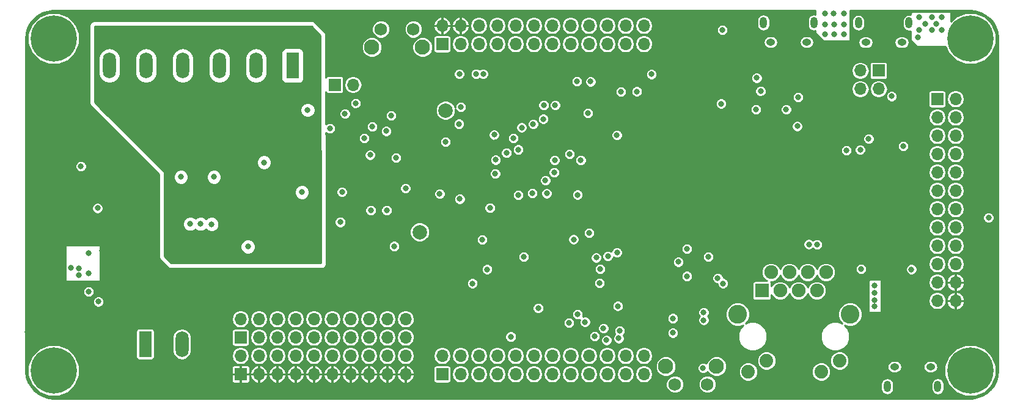
<source format=gbr>
%TF.GenerationSoftware,KiCad,Pcbnew,(5.0.2)-1*%
%TF.CreationDate,2019-05-26T18:44:39-03:00*%
%TF.ProjectId,dragonmanh7,64726167-6f6e-46d6-916e-68372e6b6963,rev?*%
%TF.SameCoordinates,Original*%
%TF.FileFunction,Copper,L3,Inr*%
%TF.FilePolarity,Positive*%
%FSLAX46Y46*%
G04 Gerber Fmt 4.6, Leading zero omitted, Abs format (unit mm)*
G04 Created by KiCad (PCBNEW (5.0.2)-1) date 26/05/2019 18:44:39*
%MOMM*%
%LPD*%
G01*
G04 APERTURE LIST*
%ADD10R,1.800000X3.600000*%
%ADD11O,1.800000X3.600000*%
%ADD12C,2.100000*%
%ADD13C,1.750000*%
%ADD14C,2.000000*%
%ADD15R,1.700000X1.700000*%
%ADD16O,1.700000X1.700000*%
%ADD17O,1.000000X1.550000*%
%ADD18O,1.250000X0.950000*%
%ADD19R,1.900000X1.900000*%
%ADD20C,1.900000*%
%ADD21C,1.890000*%
%ADD22C,2.600000*%
%ADD23C,0.800000*%
%ADD24C,6.400000*%
%ADD25C,0.254000*%
G04 APERTURE END LIST*
D10*
X75681840Y-74591820D03*
D11*
X80761840Y-74591820D03*
D10*
X96105980Y-36019740D03*
D11*
X91025980Y-36019740D03*
X85945980Y-36019740D03*
X80865980Y-36019740D03*
X75785980Y-36019740D03*
X70705980Y-36019740D03*
D12*
X147810940Y-77657160D03*
D13*
X149070940Y-80147160D03*
X153570940Y-80147160D03*
D12*
X154820940Y-77657160D03*
X114101160Y-33457680D03*
D13*
X112841160Y-30967680D03*
X108341160Y-30967680D03*
D12*
X107091160Y-33457680D03*
D14*
X113713260Y-59067700D03*
X117304820Y-42224960D03*
D15*
X116840000Y-33020000D03*
D16*
X116840000Y-30480000D03*
X119380000Y-33020000D03*
X119380000Y-30480000D03*
X121920000Y-33020000D03*
X121920000Y-30480000D03*
X124460000Y-33020000D03*
X124460000Y-30480000D03*
X127000000Y-33020000D03*
X127000000Y-30480000D03*
X129540000Y-33020000D03*
X129540000Y-30480000D03*
X132080000Y-33020000D03*
X132080000Y-30480000D03*
X134620000Y-33020000D03*
X134620000Y-30480000D03*
X137160000Y-33020000D03*
X137160000Y-30480000D03*
X139700000Y-33020000D03*
X139700000Y-30480000D03*
X142240000Y-33020000D03*
X142240000Y-30480000D03*
X144780000Y-33020000D03*
X144780000Y-30480000D03*
D17*
X174503200Y-30091400D03*
X181503200Y-30091400D03*
D18*
X180503200Y-32791400D03*
X175503200Y-32791400D03*
D17*
X185491000Y-80424000D03*
X178491000Y-80424000D03*
D18*
X179491000Y-77724000D03*
X184491000Y-77724000D03*
D17*
X161346000Y-30066000D03*
X168346000Y-30066000D03*
D18*
X167346000Y-32766000D03*
X162346000Y-32766000D03*
D19*
X161112200Y-67170300D03*
D20*
X162382200Y-64630300D03*
X163652200Y-67170300D03*
X164922200Y-64630300D03*
X166192200Y-67170300D03*
X167462200Y-64630300D03*
X168732200Y-67170300D03*
X170002200Y-64630300D03*
D21*
X171882200Y-76890300D03*
X169342200Y-78410300D03*
X161772200Y-76890300D03*
X159232200Y-78410300D03*
D22*
X157782200Y-70460300D03*
X173332200Y-70460300D03*
D15*
X88900000Y-78740000D03*
D16*
X88900000Y-76200000D03*
X91440000Y-78740000D03*
X91440000Y-76200000D03*
X93980000Y-78740000D03*
X93980000Y-76200000D03*
X96520000Y-78740000D03*
X96520000Y-76200000D03*
X99060000Y-78740000D03*
X99060000Y-76200000D03*
X101600000Y-78740000D03*
X101600000Y-76200000D03*
X104140000Y-78740000D03*
X104140000Y-76200000D03*
X106680000Y-78740000D03*
X106680000Y-76200000D03*
X109220000Y-78740000D03*
X109220000Y-76200000D03*
X111760000Y-78740000D03*
X111760000Y-76200000D03*
D15*
X88900000Y-73660000D03*
D16*
X88900000Y-71120000D03*
X91440000Y-73660000D03*
X91440000Y-71120000D03*
X93980000Y-73660000D03*
X93980000Y-71120000D03*
X96520000Y-73660000D03*
X96520000Y-71120000D03*
X99060000Y-73660000D03*
X99060000Y-71120000D03*
X101600000Y-73660000D03*
X101600000Y-71120000D03*
X104140000Y-73660000D03*
X104140000Y-71120000D03*
X106680000Y-73660000D03*
X106680000Y-71120000D03*
X109220000Y-73660000D03*
X109220000Y-71120000D03*
X111760000Y-73660000D03*
X111760000Y-71120000D03*
D15*
X101942900Y-38658800D03*
D16*
X104482900Y-38658800D03*
D15*
X177302160Y-36695380D03*
D16*
X177302160Y-39235380D03*
X174762160Y-36695380D03*
X174762160Y-39235380D03*
D15*
X116840000Y-78740000D03*
D16*
X116840000Y-76200000D03*
X119380000Y-78740000D03*
X119380000Y-76200000D03*
X121920000Y-78740000D03*
X121920000Y-76200000D03*
X124460000Y-78740000D03*
X124460000Y-76200000D03*
X127000000Y-78740000D03*
X127000000Y-76200000D03*
X129540000Y-78740000D03*
X129540000Y-76200000D03*
X132080000Y-78740000D03*
X132080000Y-76200000D03*
X134620000Y-78740000D03*
X134620000Y-76200000D03*
X137160000Y-78740000D03*
X137160000Y-76200000D03*
X139700000Y-78740000D03*
X139700000Y-76200000D03*
X142240000Y-78740000D03*
X142240000Y-76200000D03*
X144780000Y-78740000D03*
X144780000Y-76200000D03*
X187960000Y-68580000D03*
X185420000Y-68580000D03*
X187960000Y-66040000D03*
X185420000Y-66040000D03*
X187960000Y-63500000D03*
X185420000Y-63500000D03*
X187960000Y-60960000D03*
X185420000Y-60960000D03*
X187960000Y-58420000D03*
X185420000Y-58420000D03*
X187960000Y-55880000D03*
X185420000Y-55880000D03*
X187960000Y-53340000D03*
X185420000Y-53340000D03*
X187960000Y-50800000D03*
X185420000Y-50800000D03*
X187960000Y-48260000D03*
X185420000Y-48260000D03*
X187960000Y-45720000D03*
X185420000Y-45720000D03*
X187960000Y-43180000D03*
X185420000Y-43180000D03*
X187960000Y-40640000D03*
D15*
X185420000Y-40640000D03*
D23*
X61294944Y-33955056D03*
X62992000Y-34658000D03*
X64689056Y-33955056D03*
X65392000Y-32258000D03*
X64689056Y-30560944D03*
X62992000Y-29858000D03*
X61294944Y-30560944D03*
X60592000Y-32258000D03*
D24*
X62992000Y-32258000D03*
X62992000Y-78232000D03*
D23*
X65392000Y-78232000D03*
X64689056Y-79929056D03*
X62992000Y-80632000D03*
X61294944Y-79929056D03*
X60592000Y-78232000D03*
X61294944Y-76534944D03*
X62992000Y-75832000D03*
X64689056Y-76534944D03*
X188294944Y-33955056D03*
X189992000Y-34658000D03*
X191689056Y-33955056D03*
X192392000Y-32258000D03*
X191689056Y-30560944D03*
X189992000Y-29858000D03*
X188294944Y-30560944D03*
X187592000Y-32258000D03*
D24*
X189992000Y-32258000D03*
X189992000Y-78232000D03*
D23*
X192392000Y-78232000D03*
X191689056Y-79929056D03*
X189992000Y-80632000D03*
X188294944Y-79929056D03*
X187592000Y-78232000D03*
X188294944Y-76534944D03*
X189992000Y-75832000D03*
X191689056Y-76534944D03*
X146080480Y-70073280D03*
X137967720Y-56436260D03*
X139629611Y-41456185D03*
X106293920Y-61153040D03*
X124741940Y-53964840D03*
X131993640Y-69565520D03*
X109166660Y-36558220D03*
X70520560Y-57914540D03*
X72425560Y-57937400D03*
X71120000Y-66116200D03*
X69761100Y-64693800D03*
X71132700Y-63271400D03*
X69697600Y-61620400D03*
X74422000Y-61976000D03*
X59349000Y-72898000D03*
X59436000Y-67056000D03*
X59436000Y-64516000D03*
X59436000Y-69850000D03*
X63246000Y-72898000D03*
X63497420Y-69085420D03*
X63497420Y-71117420D03*
X60960000Y-72898000D03*
X62230000Y-67564000D03*
X106845098Y-52438300D03*
X137831260Y-68569140D03*
X135582420Y-68582300D03*
X153451560Y-31074360D03*
X111770160Y-55316120D03*
X122547620Y-39024800D03*
X121513360Y-39024800D03*
X119220220Y-39032420D03*
X123766080Y-57190140D03*
X69761100Y-67386200D03*
X115189000Y-39370000D03*
X124124720Y-46682662D03*
X120629440Y-51516040D03*
X174086398Y-45151160D03*
X166030750Y-42384980D03*
X153629360Y-41287700D03*
X180670200Y-45189140D03*
X74549000Y-51943000D03*
X59436000Y-51943000D03*
X59436000Y-58166000D03*
X59436000Y-54991000D03*
X63528100Y-51914900D03*
X69116100Y-51914900D03*
X66392900Y-51914900D03*
X71910100Y-51914900D03*
X59436000Y-61341000D03*
X74018140Y-63847980D03*
X117302280Y-46548040D03*
X135590280Y-53901340D03*
X124035820Y-45587920D03*
X148778200Y-71015860D03*
X148778200Y-73019920D03*
X141183360Y-69319140D03*
X137021094Y-42568970D03*
X141607540Y-39616140D03*
X143809720Y-39601140D03*
X137190480Y-59174620D03*
X119265700Y-54477920D03*
X103359504Y-42679482D03*
X130136900Y-69598540D03*
X181838600Y-64231520D03*
X141043660Y-61882020D03*
X67818000Y-61976000D03*
X67830700Y-67297300D03*
X65405000Y-63982600D03*
X67840620Y-64747380D03*
X66506720Y-65065280D03*
X123451620Y-55694580D03*
X134414260Y-71645780D03*
X135600200Y-70457300D03*
X136624060Y-71513700D03*
X141433360Y-72728900D03*
X150746460Y-65173860D03*
X149563060Y-63200520D03*
X155646120Y-31074360D03*
X160957260Y-39540180D03*
X167640000Y-60764420D03*
X168750692Y-60811968D03*
X110454440Y-48780700D03*
X111749840Y-53022500D03*
X122512060Y-37149800D03*
X121531620Y-37149800D03*
X119204980Y-37157420D03*
X69189600Y-68707000D03*
X66522600Y-64058800D03*
X106849760Y-48378960D03*
X101269800Y-44729400D03*
X104835960Y-41221660D03*
X175921722Y-46134673D03*
X124180600Y-50990500D03*
X109743000Y-42911000D03*
X109093000Y-45085000D03*
X119413020Y-41744900D03*
X128135380Y-62501780D03*
X150749000Y-61386720D03*
X166032180Y-44404280D03*
X192529260Y-57061100D03*
X102943660Y-53533040D03*
X110185200Y-61023500D03*
X155501340Y-41292780D03*
X180710840Y-47155100D03*
X122384820Y-60111640D03*
X102704900Y-57685940D03*
X179120804Y-40259000D03*
X66776600Y-49961800D03*
X69088000Y-55753000D03*
X160416240Y-37721540D03*
X138653520Y-66146680D03*
X121032110Y-66174665D03*
X138709400Y-64160400D03*
X123058389Y-64231059D03*
X137937670Y-73484310D03*
X126329440Y-73553320D03*
X139174913Y-72377796D03*
X135041640Y-60078620D03*
X138176000Y-62611000D03*
X139603480Y-74033380D03*
X141287492Y-73787000D03*
X139776198Y-62382400D03*
X106941620Y-56073040D03*
X109141260Y-56062880D03*
X125737620Y-48107600D03*
X141038580Y-45633640D03*
X153723340Y-62478920D03*
X172819074Y-47751160D03*
X174752000Y-47650400D03*
X160294320Y-42092880D03*
X164495480Y-42097960D03*
X145806160Y-37203380D03*
X166141400Y-40411400D03*
X176735740Y-66438780D03*
X176735740Y-69347080D03*
X176735740Y-67497960D03*
X176735740Y-68473320D03*
X182753000Y-32131000D03*
X184658000Y-31115000D03*
X184658000Y-29337000D03*
X182880000Y-31115000D03*
X182880000Y-29337000D03*
X183769000Y-30226000D03*
X186055000Y-31115000D03*
X186055000Y-29337000D03*
X185293000Y-30226000D03*
X171173140Y-31635700D03*
X172509180Y-31635700D03*
X169857420Y-31658560D03*
X169903140Y-28829000D03*
X172509180Y-28806140D03*
X171084240Y-28829000D03*
X171173140Y-30299660D03*
X172486320Y-30276800D03*
X169857420Y-30276800D03*
X107155979Y-44450000D03*
X106056186Y-46084941D03*
X153055320Y-71264000D03*
X153055320Y-70214000D03*
X155755732Y-66182632D03*
X155013268Y-65440168D03*
X174876460Y-64190880D03*
X130822700Y-43402511D03*
X129443480Y-44127511D03*
X127835660Y-44594780D03*
X126682500Y-46073060D03*
X127370840Y-47645320D03*
X119171720Y-44091860D03*
X116476780Y-53784500D03*
X124218700Y-49055020D03*
X127351370Y-53952990D03*
X129313938Y-53662580D03*
X131307840Y-53710840D03*
X131135120Y-51925220D03*
X132341620Y-50787300D03*
X132417820Y-49095660D03*
X134495540Y-48280320D03*
X136032240Y-49096228D03*
X137388600Y-38227000D03*
X135518740Y-38210376D03*
X132483860Y-41502490D03*
X130900010Y-41471680D03*
X97403920Y-53540660D03*
X84879180Y-57967880D03*
X81922620Y-57937400D03*
X83365340Y-57937400D03*
X89916000Y-61087000D03*
X92146120Y-49425860D03*
X98191320Y-42169080D03*
X85217000Y-51434998D03*
X80645000Y-51435000D03*
X97309940Y-61153040D03*
X93451680Y-52392580D03*
X80601820Y-53266340D03*
X82931240Y-53284360D03*
X85298520Y-53276740D03*
X86144100Y-54122320D03*
X87049360Y-55027580D03*
X87039200Y-57629040D03*
X87039200Y-58497720D03*
X88767920Y-56164480D03*
X87068660Y-61188600D03*
X152976580Y-77896720D03*
D25*
G36*
X168529000Y-28929142D02*
X168346000Y-28892741D01*
X168002252Y-28961117D01*
X167710836Y-29155835D01*
X167516117Y-29447251D01*
X167465000Y-29704233D01*
X167465000Y-30427766D01*
X167516117Y-30684748D01*
X167710835Y-30976165D01*
X168002251Y-31170883D01*
X168346000Y-31239259D01*
X168529000Y-31202858D01*
X168529000Y-31496000D01*
X168538667Y-31544601D01*
X168566197Y-31585803D01*
X169582197Y-32601803D01*
X169623399Y-32629333D01*
X169672000Y-32639000D01*
X173228000Y-32639000D01*
X173276601Y-32629333D01*
X173317803Y-32601803D01*
X173345333Y-32560601D01*
X173355000Y-32512000D01*
X173355000Y-29729633D01*
X173622200Y-29729633D01*
X173622200Y-30453166D01*
X173673317Y-30710148D01*
X173868035Y-31001565D01*
X174159451Y-31196283D01*
X174503200Y-31264659D01*
X174846948Y-31196283D01*
X175138365Y-31001565D01*
X175333083Y-30710149D01*
X175384200Y-30453167D01*
X175384200Y-29729633D01*
X180622200Y-29729633D01*
X180622200Y-30453166D01*
X180673317Y-30710148D01*
X180868035Y-31001565D01*
X181159451Y-31196283D01*
X181503200Y-31264659D01*
X181737000Y-31218153D01*
X181737000Y-32512000D01*
X181746667Y-32560601D01*
X181774197Y-32601803D01*
X182536197Y-33363803D01*
X182577399Y-33391333D01*
X182626000Y-33401000D01*
X186589400Y-33401000D01*
X186956175Y-34286474D01*
X187963526Y-35293825D01*
X189279695Y-35839000D01*
X190704305Y-35839000D01*
X192020474Y-35293825D01*
X193027825Y-34286474D01*
X193573000Y-32970305D01*
X193573000Y-31545695D01*
X193027825Y-30229526D01*
X192020474Y-29222175D01*
X190704305Y-28677000D01*
X189279695Y-28677000D01*
X187963526Y-29222175D01*
X187325000Y-29860701D01*
X187325000Y-28702000D01*
X187315333Y-28653399D01*
X187287803Y-28612197D01*
X187246601Y-28584667D01*
X187198000Y-28575000D01*
X186256221Y-28575000D01*
X186210351Y-28556000D01*
X185899649Y-28556000D01*
X185853779Y-28575000D01*
X184859221Y-28575000D01*
X184813351Y-28556000D01*
X184502649Y-28556000D01*
X184456779Y-28575000D01*
X183081221Y-28575000D01*
X183035351Y-28556000D01*
X182724649Y-28556000D01*
X182678779Y-28575000D01*
X181864000Y-28575000D01*
X181815399Y-28584667D01*
X181774197Y-28612197D01*
X181746667Y-28653399D01*
X181737000Y-28702000D01*
X181737000Y-28964647D01*
X181503200Y-28918141D01*
X181159452Y-28986517D01*
X180868036Y-29181235D01*
X180673317Y-29472651D01*
X180622200Y-29729633D01*
X175384200Y-29729633D01*
X175333083Y-29472651D01*
X175138365Y-29181235D01*
X174846949Y-28986517D01*
X174503200Y-28918141D01*
X174159452Y-28986517D01*
X173868036Y-29181235D01*
X173673317Y-29472651D01*
X173622200Y-29729633D01*
X173355000Y-29729633D01*
X173355000Y-28396000D01*
X189970293Y-28396000D01*
X190721898Y-28467709D01*
X191425452Y-28674109D01*
X192077292Y-29009829D01*
X192653882Y-29462747D01*
X193134429Y-30016529D01*
X193501589Y-30651189D01*
X193742111Y-31343824D01*
X193849648Y-32085490D01*
X193854000Y-32263576D01*
X193854001Y-78210282D01*
X193782291Y-78961898D01*
X193575890Y-79665452D01*
X193240172Y-80317290D01*
X192787253Y-80893882D01*
X192233471Y-81374429D01*
X191598814Y-81741588D01*
X190906181Y-81982110D01*
X190164510Y-82089648D01*
X189986424Y-82094000D01*
X63013708Y-82094000D01*
X62262102Y-82022291D01*
X61558548Y-81815890D01*
X60906710Y-81480172D01*
X60330118Y-81027253D01*
X59849571Y-80473471D01*
X59482412Y-79838814D01*
X59241890Y-79146181D01*
X59134352Y-78404510D01*
X59130000Y-78226424D01*
X59130000Y-77519695D01*
X59411000Y-77519695D01*
X59411000Y-78944305D01*
X59956175Y-80260474D01*
X60963526Y-81267825D01*
X62279695Y-81813000D01*
X63704305Y-81813000D01*
X65020474Y-81267825D01*
X66027825Y-80260474D01*
X66573000Y-78944305D01*
X66573000Y-78869750D01*
X87623000Y-78869750D01*
X87623000Y-79674935D01*
X87688007Y-79831876D01*
X87808124Y-79951993D01*
X87965064Y-80017000D01*
X88770250Y-80017000D01*
X88877000Y-79910250D01*
X88877000Y-78763000D01*
X88923000Y-78763000D01*
X88923000Y-79910250D01*
X89029750Y-80017000D01*
X89834936Y-80017000D01*
X89991876Y-79951993D01*
X90111993Y-79831876D01*
X90177000Y-79674935D01*
X90177000Y-78962452D01*
X90182522Y-78962452D01*
X90363371Y-79426735D01*
X90708127Y-79786468D01*
X91164303Y-79986886D01*
X91217549Y-79997476D01*
X91417000Y-79910024D01*
X91417000Y-78763000D01*
X91463000Y-78763000D01*
X91463000Y-79910024D01*
X91662451Y-79997476D01*
X91715697Y-79986886D01*
X92171873Y-79786468D01*
X92516629Y-79426735D01*
X92697478Y-78962452D01*
X92722522Y-78962452D01*
X92903371Y-79426735D01*
X93248127Y-79786468D01*
X93704303Y-79986886D01*
X93757549Y-79997476D01*
X93957000Y-79910024D01*
X93957000Y-78763000D01*
X94003000Y-78763000D01*
X94003000Y-79910024D01*
X94202451Y-79997476D01*
X94255697Y-79986886D01*
X94711873Y-79786468D01*
X95056629Y-79426735D01*
X95237478Y-78962452D01*
X95262522Y-78962452D01*
X95443371Y-79426735D01*
X95788127Y-79786468D01*
X96244303Y-79986886D01*
X96297549Y-79997476D01*
X96497000Y-79910024D01*
X96497000Y-78763000D01*
X96543000Y-78763000D01*
X96543000Y-79910024D01*
X96742451Y-79997476D01*
X96795697Y-79986886D01*
X97251873Y-79786468D01*
X97596629Y-79426735D01*
X97777478Y-78962452D01*
X97802522Y-78962452D01*
X97983371Y-79426735D01*
X98328127Y-79786468D01*
X98784303Y-79986886D01*
X98837549Y-79997476D01*
X99037000Y-79910024D01*
X99037000Y-78763000D01*
X99083000Y-78763000D01*
X99083000Y-79910024D01*
X99282451Y-79997476D01*
X99335697Y-79986886D01*
X99791873Y-79786468D01*
X100136629Y-79426735D01*
X100317478Y-78962452D01*
X100342522Y-78962452D01*
X100523371Y-79426735D01*
X100868127Y-79786468D01*
X101324303Y-79986886D01*
X101377549Y-79997476D01*
X101577000Y-79910024D01*
X101577000Y-78763000D01*
X101623000Y-78763000D01*
X101623000Y-79910024D01*
X101822451Y-79997476D01*
X101875697Y-79986886D01*
X102331873Y-79786468D01*
X102676629Y-79426735D01*
X102857478Y-78962452D01*
X102882522Y-78962452D01*
X103063371Y-79426735D01*
X103408127Y-79786468D01*
X103864303Y-79986886D01*
X103917549Y-79997476D01*
X104117000Y-79910024D01*
X104117000Y-78763000D01*
X104163000Y-78763000D01*
X104163000Y-79910024D01*
X104362451Y-79997476D01*
X104415697Y-79986886D01*
X104871873Y-79786468D01*
X105216629Y-79426735D01*
X105397478Y-78962452D01*
X105422522Y-78962452D01*
X105603371Y-79426735D01*
X105948127Y-79786468D01*
X106404303Y-79986886D01*
X106457549Y-79997476D01*
X106657000Y-79910024D01*
X106657000Y-78763000D01*
X106703000Y-78763000D01*
X106703000Y-79910024D01*
X106902451Y-79997476D01*
X106955697Y-79986886D01*
X107411873Y-79786468D01*
X107756629Y-79426735D01*
X107937478Y-78962452D01*
X107962522Y-78962452D01*
X108143371Y-79426735D01*
X108488127Y-79786468D01*
X108944303Y-79986886D01*
X108997549Y-79997476D01*
X109197000Y-79910024D01*
X109197000Y-78763000D01*
X109243000Y-78763000D01*
X109243000Y-79910024D01*
X109442451Y-79997476D01*
X109495697Y-79986886D01*
X109951873Y-79786468D01*
X110296629Y-79426735D01*
X110477478Y-78962452D01*
X110502522Y-78962452D01*
X110683371Y-79426735D01*
X111028127Y-79786468D01*
X111484303Y-79986886D01*
X111537549Y-79997476D01*
X111737000Y-79910024D01*
X111737000Y-78763000D01*
X111783000Y-78763000D01*
X111783000Y-79910024D01*
X111982451Y-79997476D01*
X112035697Y-79986886D01*
X112491873Y-79786468D01*
X112836629Y-79426735D01*
X113017478Y-78962452D01*
X112930045Y-78763000D01*
X111783000Y-78763000D01*
X111737000Y-78763000D01*
X110589955Y-78763000D01*
X110502522Y-78962452D01*
X110477478Y-78962452D01*
X110390045Y-78763000D01*
X109243000Y-78763000D01*
X109197000Y-78763000D01*
X108049955Y-78763000D01*
X107962522Y-78962452D01*
X107937478Y-78962452D01*
X107850045Y-78763000D01*
X106703000Y-78763000D01*
X106657000Y-78763000D01*
X105509955Y-78763000D01*
X105422522Y-78962452D01*
X105397478Y-78962452D01*
X105310045Y-78763000D01*
X104163000Y-78763000D01*
X104117000Y-78763000D01*
X102969955Y-78763000D01*
X102882522Y-78962452D01*
X102857478Y-78962452D01*
X102770045Y-78763000D01*
X101623000Y-78763000D01*
X101577000Y-78763000D01*
X100429955Y-78763000D01*
X100342522Y-78962452D01*
X100317478Y-78962452D01*
X100230045Y-78763000D01*
X99083000Y-78763000D01*
X99037000Y-78763000D01*
X97889955Y-78763000D01*
X97802522Y-78962452D01*
X97777478Y-78962452D01*
X97690045Y-78763000D01*
X96543000Y-78763000D01*
X96497000Y-78763000D01*
X95349955Y-78763000D01*
X95262522Y-78962452D01*
X95237478Y-78962452D01*
X95150045Y-78763000D01*
X94003000Y-78763000D01*
X93957000Y-78763000D01*
X92809955Y-78763000D01*
X92722522Y-78962452D01*
X92697478Y-78962452D01*
X92610045Y-78763000D01*
X91463000Y-78763000D01*
X91417000Y-78763000D01*
X90269955Y-78763000D01*
X90182522Y-78962452D01*
X90177000Y-78962452D01*
X90177000Y-78869750D01*
X90070250Y-78763000D01*
X88923000Y-78763000D01*
X88877000Y-78763000D01*
X87729750Y-78763000D01*
X87623000Y-78869750D01*
X66573000Y-78869750D01*
X66573000Y-77805065D01*
X87623000Y-77805065D01*
X87623000Y-78610250D01*
X87729750Y-78717000D01*
X88877000Y-78717000D01*
X88877000Y-77569750D01*
X88923000Y-77569750D01*
X88923000Y-78717000D01*
X90070250Y-78717000D01*
X90177000Y-78610250D01*
X90177000Y-78517548D01*
X90182522Y-78517548D01*
X90269955Y-78717000D01*
X91417000Y-78717000D01*
X91417000Y-77569976D01*
X91463000Y-77569976D01*
X91463000Y-78717000D01*
X92610045Y-78717000D01*
X92697478Y-78517548D01*
X92722522Y-78517548D01*
X92809955Y-78717000D01*
X93957000Y-78717000D01*
X93957000Y-77569976D01*
X94003000Y-77569976D01*
X94003000Y-78717000D01*
X95150045Y-78717000D01*
X95237478Y-78517548D01*
X95262522Y-78517548D01*
X95349955Y-78717000D01*
X96497000Y-78717000D01*
X96497000Y-77569976D01*
X96543000Y-77569976D01*
X96543000Y-78717000D01*
X97690045Y-78717000D01*
X97777478Y-78517548D01*
X97802522Y-78517548D01*
X97889955Y-78717000D01*
X99037000Y-78717000D01*
X99037000Y-77569976D01*
X99083000Y-77569976D01*
X99083000Y-78717000D01*
X100230045Y-78717000D01*
X100317478Y-78517548D01*
X100342522Y-78517548D01*
X100429955Y-78717000D01*
X101577000Y-78717000D01*
X101577000Y-77569976D01*
X101623000Y-77569976D01*
X101623000Y-78717000D01*
X102770045Y-78717000D01*
X102857478Y-78517548D01*
X102882522Y-78517548D01*
X102969955Y-78717000D01*
X104117000Y-78717000D01*
X104117000Y-77569976D01*
X104163000Y-77569976D01*
X104163000Y-78717000D01*
X105310045Y-78717000D01*
X105397478Y-78517548D01*
X105422522Y-78517548D01*
X105509955Y-78717000D01*
X106657000Y-78717000D01*
X106657000Y-77569976D01*
X106703000Y-77569976D01*
X106703000Y-78717000D01*
X107850045Y-78717000D01*
X107937478Y-78517548D01*
X107962522Y-78517548D01*
X108049955Y-78717000D01*
X109197000Y-78717000D01*
X109197000Y-77569976D01*
X109243000Y-77569976D01*
X109243000Y-78717000D01*
X110390045Y-78717000D01*
X110477478Y-78517548D01*
X110502522Y-78517548D01*
X110589955Y-78717000D01*
X111737000Y-78717000D01*
X111737000Y-77569976D01*
X111783000Y-77569976D01*
X111783000Y-78717000D01*
X112930045Y-78717000D01*
X113017478Y-78517548D01*
X112836629Y-78053265D01*
X112680162Y-77890000D01*
X115601536Y-77890000D01*
X115601536Y-79590000D01*
X115631106Y-79738659D01*
X115715314Y-79864686D01*
X115841341Y-79948894D01*
X115990000Y-79978464D01*
X117690000Y-79978464D01*
X117838659Y-79948894D01*
X117964686Y-79864686D01*
X118048894Y-79738659D01*
X118078464Y-79590000D01*
X118078464Y-78740000D01*
X118124884Y-78740000D01*
X118220424Y-79220312D01*
X118492499Y-79627501D01*
X118899688Y-79899576D01*
X119258761Y-79971000D01*
X119501239Y-79971000D01*
X119860312Y-79899576D01*
X120267501Y-79627501D01*
X120539576Y-79220312D01*
X120635116Y-78740000D01*
X120664884Y-78740000D01*
X120760424Y-79220312D01*
X121032499Y-79627501D01*
X121439688Y-79899576D01*
X121798761Y-79971000D01*
X122041239Y-79971000D01*
X122400312Y-79899576D01*
X122807501Y-79627501D01*
X123079576Y-79220312D01*
X123175116Y-78740000D01*
X123204884Y-78740000D01*
X123300424Y-79220312D01*
X123572499Y-79627501D01*
X123979688Y-79899576D01*
X124338761Y-79971000D01*
X124581239Y-79971000D01*
X124940312Y-79899576D01*
X125347501Y-79627501D01*
X125619576Y-79220312D01*
X125715116Y-78740000D01*
X125744884Y-78740000D01*
X125840424Y-79220312D01*
X126112499Y-79627501D01*
X126519688Y-79899576D01*
X126878761Y-79971000D01*
X127121239Y-79971000D01*
X127480312Y-79899576D01*
X127887501Y-79627501D01*
X128159576Y-79220312D01*
X128255116Y-78740000D01*
X128284884Y-78740000D01*
X128380424Y-79220312D01*
X128652499Y-79627501D01*
X129059688Y-79899576D01*
X129418761Y-79971000D01*
X129661239Y-79971000D01*
X130020312Y-79899576D01*
X130427501Y-79627501D01*
X130699576Y-79220312D01*
X130795116Y-78740000D01*
X130824884Y-78740000D01*
X130920424Y-79220312D01*
X131192499Y-79627501D01*
X131599688Y-79899576D01*
X131958761Y-79971000D01*
X132201239Y-79971000D01*
X132560312Y-79899576D01*
X132967501Y-79627501D01*
X133239576Y-79220312D01*
X133335116Y-78740000D01*
X133364884Y-78740000D01*
X133460424Y-79220312D01*
X133732499Y-79627501D01*
X134139688Y-79899576D01*
X134498761Y-79971000D01*
X134741239Y-79971000D01*
X135100312Y-79899576D01*
X135507501Y-79627501D01*
X135779576Y-79220312D01*
X135875116Y-78740000D01*
X135904884Y-78740000D01*
X136000424Y-79220312D01*
X136272499Y-79627501D01*
X136679688Y-79899576D01*
X137038761Y-79971000D01*
X137281239Y-79971000D01*
X137640312Y-79899576D01*
X138047501Y-79627501D01*
X138319576Y-79220312D01*
X138415116Y-78740000D01*
X138444884Y-78740000D01*
X138540424Y-79220312D01*
X138812499Y-79627501D01*
X139219688Y-79899576D01*
X139578761Y-79971000D01*
X139821239Y-79971000D01*
X140180312Y-79899576D01*
X140587501Y-79627501D01*
X140859576Y-79220312D01*
X140955116Y-78740000D01*
X140984884Y-78740000D01*
X141080424Y-79220312D01*
X141352499Y-79627501D01*
X141759688Y-79899576D01*
X142118761Y-79971000D01*
X142361239Y-79971000D01*
X142720312Y-79899576D01*
X143127501Y-79627501D01*
X143399576Y-79220312D01*
X143495116Y-78740000D01*
X143524884Y-78740000D01*
X143620424Y-79220312D01*
X143892499Y-79627501D01*
X144299688Y-79899576D01*
X144658761Y-79971000D01*
X144901239Y-79971000D01*
X145260312Y-79899576D01*
X145263679Y-79897326D01*
X147814940Y-79897326D01*
X147814940Y-80396994D01*
X148006155Y-80858627D01*
X148359473Y-81211945D01*
X148821106Y-81403160D01*
X149320774Y-81403160D01*
X149782407Y-81211945D01*
X150135725Y-80858627D01*
X150326940Y-80396994D01*
X150326940Y-79897326D01*
X152314940Y-79897326D01*
X152314940Y-80396994D01*
X152506155Y-80858627D01*
X152859473Y-81211945D01*
X153321106Y-81403160D01*
X153820774Y-81403160D01*
X154282407Y-81211945D01*
X154635725Y-80858627D01*
X154826940Y-80396994D01*
X154826940Y-80062234D01*
X177610000Y-80062234D01*
X177610000Y-80785767D01*
X177661117Y-81042749D01*
X177855836Y-81334165D01*
X178147252Y-81528883D01*
X178491000Y-81597259D01*
X178834749Y-81528883D01*
X179126165Y-81334165D01*
X179320883Y-81042749D01*
X179372000Y-80785767D01*
X179372000Y-80062234D01*
X184610000Y-80062234D01*
X184610000Y-80785767D01*
X184661117Y-81042749D01*
X184855836Y-81334165D01*
X185147252Y-81528883D01*
X185491000Y-81597259D01*
X185834749Y-81528883D01*
X186126165Y-81334165D01*
X186320883Y-81042749D01*
X186372000Y-80785767D01*
X186372000Y-80062233D01*
X186320883Y-79805251D01*
X186126165Y-79513835D01*
X185834748Y-79319117D01*
X185491000Y-79250741D01*
X185147251Y-79319117D01*
X184855835Y-79513835D01*
X184661117Y-79805252D01*
X184610000Y-80062234D01*
X179372000Y-80062234D01*
X179372000Y-80062233D01*
X179320883Y-79805251D01*
X179126165Y-79513835D01*
X178834748Y-79319117D01*
X178491000Y-79250741D01*
X178147251Y-79319117D01*
X177855835Y-79513835D01*
X177661117Y-79805252D01*
X177610000Y-80062234D01*
X154826940Y-80062234D01*
X154826940Y-79897326D01*
X154635725Y-79435693D01*
X154282407Y-79082375D01*
X153820774Y-78891160D01*
X153321106Y-78891160D01*
X152859473Y-79082375D01*
X152506155Y-79435693D01*
X152314940Y-79897326D01*
X150326940Y-79897326D01*
X150135725Y-79435693D01*
X149782407Y-79082375D01*
X149320774Y-78891160D01*
X148821106Y-78891160D01*
X148359473Y-79082375D01*
X148006155Y-79435693D01*
X147814940Y-79897326D01*
X145263679Y-79897326D01*
X145667501Y-79627501D01*
X145939576Y-79220312D01*
X146035116Y-78740000D01*
X145939576Y-78259688D01*
X145667501Y-77852499D01*
X145260312Y-77580424D01*
X144901239Y-77509000D01*
X144658761Y-77509000D01*
X144299688Y-77580424D01*
X143892499Y-77852499D01*
X143620424Y-78259688D01*
X143524884Y-78740000D01*
X143495116Y-78740000D01*
X143399576Y-78259688D01*
X143127501Y-77852499D01*
X142720312Y-77580424D01*
X142361239Y-77509000D01*
X142118761Y-77509000D01*
X141759688Y-77580424D01*
X141352499Y-77852499D01*
X141080424Y-78259688D01*
X140984884Y-78740000D01*
X140955116Y-78740000D01*
X140859576Y-78259688D01*
X140587501Y-77852499D01*
X140180312Y-77580424D01*
X139821239Y-77509000D01*
X139578761Y-77509000D01*
X139219688Y-77580424D01*
X138812499Y-77852499D01*
X138540424Y-78259688D01*
X138444884Y-78740000D01*
X138415116Y-78740000D01*
X138319576Y-78259688D01*
X138047501Y-77852499D01*
X137640312Y-77580424D01*
X137281239Y-77509000D01*
X137038761Y-77509000D01*
X136679688Y-77580424D01*
X136272499Y-77852499D01*
X136000424Y-78259688D01*
X135904884Y-78740000D01*
X135875116Y-78740000D01*
X135779576Y-78259688D01*
X135507501Y-77852499D01*
X135100312Y-77580424D01*
X134741239Y-77509000D01*
X134498761Y-77509000D01*
X134139688Y-77580424D01*
X133732499Y-77852499D01*
X133460424Y-78259688D01*
X133364884Y-78740000D01*
X133335116Y-78740000D01*
X133239576Y-78259688D01*
X132967501Y-77852499D01*
X132560312Y-77580424D01*
X132201239Y-77509000D01*
X131958761Y-77509000D01*
X131599688Y-77580424D01*
X131192499Y-77852499D01*
X130920424Y-78259688D01*
X130824884Y-78740000D01*
X130795116Y-78740000D01*
X130699576Y-78259688D01*
X130427501Y-77852499D01*
X130020312Y-77580424D01*
X129661239Y-77509000D01*
X129418761Y-77509000D01*
X129059688Y-77580424D01*
X128652499Y-77852499D01*
X128380424Y-78259688D01*
X128284884Y-78740000D01*
X128255116Y-78740000D01*
X128159576Y-78259688D01*
X127887501Y-77852499D01*
X127480312Y-77580424D01*
X127121239Y-77509000D01*
X126878761Y-77509000D01*
X126519688Y-77580424D01*
X126112499Y-77852499D01*
X125840424Y-78259688D01*
X125744884Y-78740000D01*
X125715116Y-78740000D01*
X125619576Y-78259688D01*
X125347501Y-77852499D01*
X124940312Y-77580424D01*
X124581239Y-77509000D01*
X124338761Y-77509000D01*
X123979688Y-77580424D01*
X123572499Y-77852499D01*
X123300424Y-78259688D01*
X123204884Y-78740000D01*
X123175116Y-78740000D01*
X123079576Y-78259688D01*
X122807501Y-77852499D01*
X122400312Y-77580424D01*
X122041239Y-77509000D01*
X121798761Y-77509000D01*
X121439688Y-77580424D01*
X121032499Y-77852499D01*
X120760424Y-78259688D01*
X120664884Y-78740000D01*
X120635116Y-78740000D01*
X120539576Y-78259688D01*
X120267501Y-77852499D01*
X119860312Y-77580424D01*
X119501239Y-77509000D01*
X119258761Y-77509000D01*
X118899688Y-77580424D01*
X118492499Y-77852499D01*
X118220424Y-78259688D01*
X118124884Y-78740000D01*
X118078464Y-78740000D01*
X118078464Y-77890000D01*
X118048894Y-77741341D01*
X117964686Y-77615314D01*
X117838659Y-77531106D01*
X117690000Y-77501536D01*
X115990000Y-77501536D01*
X115841341Y-77531106D01*
X115715314Y-77615314D01*
X115631106Y-77741341D01*
X115601536Y-77890000D01*
X112680162Y-77890000D01*
X112491873Y-77693532D01*
X112035697Y-77493114D01*
X111982451Y-77482524D01*
X111783000Y-77569976D01*
X111737000Y-77569976D01*
X111537549Y-77482524D01*
X111484303Y-77493114D01*
X111028127Y-77693532D01*
X110683371Y-78053265D01*
X110502522Y-78517548D01*
X110477478Y-78517548D01*
X110296629Y-78053265D01*
X109951873Y-77693532D01*
X109495697Y-77493114D01*
X109442451Y-77482524D01*
X109243000Y-77569976D01*
X109197000Y-77569976D01*
X108997549Y-77482524D01*
X108944303Y-77493114D01*
X108488127Y-77693532D01*
X108143371Y-78053265D01*
X107962522Y-78517548D01*
X107937478Y-78517548D01*
X107756629Y-78053265D01*
X107411873Y-77693532D01*
X106955697Y-77493114D01*
X106902451Y-77482524D01*
X106703000Y-77569976D01*
X106657000Y-77569976D01*
X106457549Y-77482524D01*
X106404303Y-77493114D01*
X105948127Y-77693532D01*
X105603371Y-78053265D01*
X105422522Y-78517548D01*
X105397478Y-78517548D01*
X105216629Y-78053265D01*
X104871873Y-77693532D01*
X104415697Y-77493114D01*
X104362451Y-77482524D01*
X104163000Y-77569976D01*
X104117000Y-77569976D01*
X103917549Y-77482524D01*
X103864303Y-77493114D01*
X103408127Y-77693532D01*
X103063371Y-78053265D01*
X102882522Y-78517548D01*
X102857478Y-78517548D01*
X102676629Y-78053265D01*
X102331873Y-77693532D01*
X101875697Y-77493114D01*
X101822451Y-77482524D01*
X101623000Y-77569976D01*
X101577000Y-77569976D01*
X101377549Y-77482524D01*
X101324303Y-77493114D01*
X100868127Y-77693532D01*
X100523371Y-78053265D01*
X100342522Y-78517548D01*
X100317478Y-78517548D01*
X100136629Y-78053265D01*
X99791873Y-77693532D01*
X99335697Y-77493114D01*
X99282451Y-77482524D01*
X99083000Y-77569976D01*
X99037000Y-77569976D01*
X98837549Y-77482524D01*
X98784303Y-77493114D01*
X98328127Y-77693532D01*
X97983371Y-78053265D01*
X97802522Y-78517548D01*
X97777478Y-78517548D01*
X97596629Y-78053265D01*
X97251873Y-77693532D01*
X96795697Y-77493114D01*
X96742451Y-77482524D01*
X96543000Y-77569976D01*
X96497000Y-77569976D01*
X96297549Y-77482524D01*
X96244303Y-77493114D01*
X95788127Y-77693532D01*
X95443371Y-78053265D01*
X95262522Y-78517548D01*
X95237478Y-78517548D01*
X95056629Y-78053265D01*
X94711873Y-77693532D01*
X94255697Y-77493114D01*
X94202451Y-77482524D01*
X94003000Y-77569976D01*
X93957000Y-77569976D01*
X93757549Y-77482524D01*
X93704303Y-77493114D01*
X93248127Y-77693532D01*
X92903371Y-78053265D01*
X92722522Y-78517548D01*
X92697478Y-78517548D01*
X92516629Y-78053265D01*
X92171873Y-77693532D01*
X91715697Y-77493114D01*
X91662451Y-77482524D01*
X91463000Y-77569976D01*
X91417000Y-77569976D01*
X91217549Y-77482524D01*
X91164303Y-77493114D01*
X90708127Y-77693532D01*
X90363371Y-78053265D01*
X90182522Y-78517548D01*
X90177000Y-78517548D01*
X90177000Y-77805065D01*
X90111993Y-77648124D01*
X89991876Y-77528007D01*
X89834936Y-77463000D01*
X89029750Y-77463000D01*
X88923000Y-77569750D01*
X88877000Y-77569750D01*
X88770250Y-77463000D01*
X87965064Y-77463000D01*
X87808124Y-77528007D01*
X87688007Y-77648124D01*
X87623000Y-77805065D01*
X66573000Y-77805065D01*
X66573000Y-77519695D01*
X66027825Y-76203526D01*
X65020474Y-75196175D01*
X63704305Y-74651000D01*
X62279695Y-74651000D01*
X60963526Y-75196175D01*
X59956175Y-76203526D01*
X59411000Y-77519695D01*
X59130000Y-77519695D01*
X59130000Y-72791820D01*
X74393376Y-72791820D01*
X74393376Y-76391820D01*
X74422946Y-76540479D01*
X74507154Y-76666506D01*
X74633181Y-76750714D01*
X74781840Y-76780284D01*
X76581840Y-76780284D01*
X76730499Y-76750714D01*
X76856526Y-76666506D01*
X76940734Y-76540479D01*
X76970304Y-76391820D01*
X76970304Y-73565655D01*
X79480840Y-73565655D01*
X79480841Y-75617986D01*
X79555166Y-75991641D01*
X79838292Y-76415369D01*
X80262020Y-76698495D01*
X80761840Y-76797916D01*
X81261661Y-76698495D01*
X81685389Y-76415369D01*
X81829293Y-76200000D01*
X87644884Y-76200000D01*
X87740424Y-76680312D01*
X88012499Y-77087501D01*
X88419688Y-77359576D01*
X88778761Y-77431000D01*
X89021239Y-77431000D01*
X89380312Y-77359576D01*
X89787501Y-77087501D01*
X90059576Y-76680312D01*
X90155116Y-76200000D01*
X90184884Y-76200000D01*
X90280424Y-76680312D01*
X90552499Y-77087501D01*
X90959688Y-77359576D01*
X91318761Y-77431000D01*
X91561239Y-77431000D01*
X91920312Y-77359576D01*
X92327501Y-77087501D01*
X92599576Y-76680312D01*
X92695116Y-76200000D01*
X92724884Y-76200000D01*
X92820424Y-76680312D01*
X93092499Y-77087501D01*
X93499688Y-77359576D01*
X93858761Y-77431000D01*
X94101239Y-77431000D01*
X94460312Y-77359576D01*
X94867501Y-77087501D01*
X95139576Y-76680312D01*
X95235116Y-76200000D01*
X95264884Y-76200000D01*
X95360424Y-76680312D01*
X95632499Y-77087501D01*
X96039688Y-77359576D01*
X96398761Y-77431000D01*
X96641239Y-77431000D01*
X97000312Y-77359576D01*
X97407501Y-77087501D01*
X97679576Y-76680312D01*
X97775116Y-76200000D01*
X97804884Y-76200000D01*
X97900424Y-76680312D01*
X98172499Y-77087501D01*
X98579688Y-77359576D01*
X98938761Y-77431000D01*
X99181239Y-77431000D01*
X99540312Y-77359576D01*
X99947501Y-77087501D01*
X100219576Y-76680312D01*
X100315116Y-76200000D01*
X100344884Y-76200000D01*
X100440424Y-76680312D01*
X100712499Y-77087501D01*
X101119688Y-77359576D01*
X101478761Y-77431000D01*
X101721239Y-77431000D01*
X102080312Y-77359576D01*
X102487501Y-77087501D01*
X102759576Y-76680312D01*
X102855116Y-76200000D01*
X102884884Y-76200000D01*
X102980424Y-76680312D01*
X103252499Y-77087501D01*
X103659688Y-77359576D01*
X104018761Y-77431000D01*
X104261239Y-77431000D01*
X104620312Y-77359576D01*
X105027501Y-77087501D01*
X105299576Y-76680312D01*
X105395116Y-76200000D01*
X105424884Y-76200000D01*
X105520424Y-76680312D01*
X105792499Y-77087501D01*
X106199688Y-77359576D01*
X106558761Y-77431000D01*
X106801239Y-77431000D01*
X107160312Y-77359576D01*
X107567501Y-77087501D01*
X107839576Y-76680312D01*
X107935116Y-76200000D01*
X107964884Y-76200000D01*
X108060424Y-76680312D01*
X108332499Y-77087501D01*
X108739688Y-77359576D01*
X109098761Y-77431000D01*
X109341239Y-77431000D01*
X109700312Y-77359576D01*
X110107501Y-77087501D01*
X110379576Y-76680312D01*
X110475116Y-76200000D01*
X110504884Y-76200000D01*
X110600424Y-76680312D01*
X110872499Y-77087501D01*
X111279688Y-77359576D01*
X111638761Y-77431000D01*
X111881239Y-77431000D01*
X112240312Y-77359576D01*
X112647501Y-77087501D01*
X112919576Y-76680312D01*
X113015116Y-76200000D01*
X115584884Y-76200000D01*
X115680424Y-76680312D01*
X115952499Y-77087501D01*
X116359688Y-77359576D01*
X116718761Y-77431000D01*
X116961239Y-77431000D01*
X117320312Y-77359576D01*
X117727501Y-77087501D01*
X117999576Y-76680312D01*
X118095116Y-76200000D01*
X118124884Y-76200000D01*
X118220424Y-76680312D01*
X118492499Y-77087501D01*
X118899688Y-77359576D01*
X119258761Y-77431000D01*
X119501239Y-77431000D01*
X119860312Y-77359576D01*
X120267501Y-77087501D01*
X120539576Y-76680312D01*
X120635116Y-76200000D01*
X120664884Y-76200000D01*
X120760424Y-76680312D01*
X121032499Y-77087501D01*
X121439688Y-77359576D01*
X121798761Y-77431000D01*
X122041239Y-77431000D01*
X122400312Y-77359576D01*
X122807501Y-77087501D01*
X123079576Y-76680312D01*
X123175116Y-76200000D01*
X123204884Y-76200000D01*
X123300424Y-76680312D01*
X123572499Y-77087501D01*
X123979688Y-77359576D01*
X124338761Y-77431000D01*
X124581239Y-77431000D01*
X124940312Y-77359576D01*
X125347501Y-77087501D01*
X125619576Y-76680312D01*
X125715116Y-76200000D01*
X125744884Y-76200000D01*
X125840424Y-76680312D01*
X126112499Y-77087501D01*
X126519688Y-77359576D01*
X126878761Y-77431000D01*
X127121239Y-77431000D01*
X127480312Y-77359576D01*
X127887501Y-77087501D01*
X128159576Y-76680312D01*
X128255116Y-76200000D01*
X128284884Y-76200000D01*
X128380424Y-76680312D01*
X128652499Y-77087501D01*
X129059688Y-77359576D01*
X129418761Y-77431000D01*
X129661239Y-77431000D01*
X130020312Y-77359576D01*
X130427501Y-77087501D01*
X130699576Y-76680312D01*
X130795116Y-76200000D01*
X130824884Y-76200000D01*
X130920424Y-76680312D01*
X131192499Y-77087501D01*
X131599688Y-77359576D01*
X131958761Y-77431000D01*
X132201239Y-77431000D01*
X132560312Y-77359576D01*
X132967501Y-77087501D01*
X133239576Y-76680312D01*
X133335116Y-76200000D01*
X133364884Y-76200000D01*
X133460424Y-76680312D01*
X133732499Y-77087501D01*
X134139688Y-77359576D01*
X134498761Y-77431000D01*
X134741239Y-77431000D01*
X135100312Y-77359576D01*
X135507501Y-77087501D01*
X135779576Y-76680312D01*
X135875116Y-76200000D01*
X135904884Y-76200000D01*
X136000424Y-76680312D01*
X136272499Y-77087501D01*
X136679688Y-77359576D01*
X137038761Y-77431000D01*
X137281239Y-77431000D01*
X137640312Y-77359576D01*
X138047501Y-77087501D01*
X138319576Y-76680312D01*
X138415116Y-76200000D01*
X138444884Y-76200000D01*
X138540424Y-76680312D01*
X138812499Y-77087501D01*
X139219688Y-77359576D01*
X139578761Y-77431000D01*
X139821239Y-77431000D01*
X140180312Y-77359576D01*
X140587501Y-77087501D01*
X140859576Y-76680312D01*
X140955116Y-76200000D01*
X140984884Y-76200000D01*
X141080424Y-76680312D01*
X141352499Y-77087501D01*
X141759688Y-77359576D01*
X142118761Y-77431000D01*
X142361239Y-77431000D01*
X142720312Y-77359576D01*
X143127501Y-77087501D01*
X143399576Y-76680312D01*
X143495116Y-76200000D01*
X143524884Y-76200000D01*
X143620424Y-76680312D01*
X143892499Y-77087501D01*
X144299688Y-77359576D01*
X144658761Y-77431000D01*
X144901239Y-77431000D01*
X145195258Y-77372516D01*
X146379940Y-77372516D01*
X146379940Y-77941804D01*
X146597797Y-78467756D01*
X147000344Y-78870303D01*
X147526296Y-79088160D01*
X148095584Y-79088160D01*
X148621536Y-78870303D01*
X149024083Y-78467756D01*
X149241940Y-77941804D01*
X149241940Y-77741369D01*
X152195580Y-77741369D01*
X152195580Y-78052071D01*
X152314480Y-78339121D01*
X152534179Y-78558820D01*
X152821229Y-78677720D01*
X153131931Y-78677720D01*
X153418981Y-78558820D01*
X153579166Y-78398635D01*
X153607797Y-78467756D01*
X154010344Y-78870303D01*
X154536296Y-79088160D01*
X155105584Y-79088160D01*
X155631536Y-78870303D01*
X156034083Y-78467756D01*
X156167134Y-78146542D01*
X157906200Y-78146542D01*
X157906200Y-78674058D01*
X158108071Y-79161419D01*
X158481081Y-79534429D01*
X158968442Y-79736300D01*
X159495958Y-79736300D01*
X159983319Y-79534429D01*
X160356329Y-79161419D01*
X160558200Y-78674058D01*
X160558200Y-78146542D01*
X160356329Y-77659181D01*
X159983319Y-77286171D01*
X159495958Y-77084300D01*
X158968442Y-77084300D01*
X158481081Y-77286171D01*
X158108071Y-77659181D01*
X157906200Y-78146542D01*
X156167134Y-78146542D01*
X156251940Y-77941804D01*
X156251940Y-77372516D01*
X156034083Y-76846564D01*
X155814061Y-76626542D01*
X160446200Y-76626542D01*
X160446200Y-77154058D01*
X160648071Y-77641419D01*
X161021081Y-78014429D01*
X161508442Y-78216300D01*
X162035958Y-78216300D01*
X162204369Y-78146542D01*
X168016200Y-78146542D01*
X168016200Y-78674058D01*
X168218071Y-79161419D01*
X168591081Y-79534429D01*
X169078442Y-79736300D01*
X169605958Y-79736300D01*
X170093319Y-79534429D01*
X170466329Y-79161419D01*
X170668200Y-78674058D01*
X170668200Y-78146542D01*
X170466329Y-77659181D01*
X170093319Y-77286171D01*
X169605958Y-77084300D01*
X169078442Y-77084300D01*
X168591081Y-77286171D01*
X168218071Y-77659181D01*
X168016200Y-78146542D01*
X162204369Y-78146542D01*
X162523319Y-78014429D01*
X162896329Y-77641419D01*
X163098200Y-77154058D01*
X163098200Y-76626542D01*
X170556200Y-76626542D01*
X170556200Y-77154058D01*
X170758071Y-77641419D01*
X171131081Y-78014429D01*
X171618442Y-78216300D01*
X172145958Y-78216300D01*
X172633319Y-78014429D01*
X172923748Y-77724000D01*
X178468230Y-77724000D01*
X178534666Y-78057995D01*
X178723858Y-78341142D01*
X179007005Y-78530334D01*
X179256692Y-78580000D01*
X179725308Y-78580000D01*
X179974995Y-78530334D01*
X180258142Y-78341142D01*
X180447334Y-78057995D01*
X180513770Y-77724000D01*
X183468230Y-77724000D01*
X183534666Y-78057995D01*
X183723858Y-78341142D01*
X184007005Y-78530334D01*
X184256692Y-78580000D01*
X184725308Y-78580000D01*
X184974995Y-78530334D01*
X185258142Y-78341142D01*
X185447334Y-78057995D01*
X185513770Y-77724000D01*
X185473132Y-77519695D01*
X186411000Y-77519695D01*
X186411000Y-78944305D01*
X186956175Y-80260474D01*
X187963526Y-81267825D01*
X189279695Y-81813000D01*
X190704305Y-81813000D01*
X192020474Y-81267825D01*
X193027825Y-80260474D01*
X193573000Y-78944305D01*
X193573000Y-77519695D01*
X193027825Y-76203526D01*
X192020474Y-75196175D01*
X190704305Y-74651000D01*
X189279695Y-74651000D01*
X187963526Y-75196175D01*
X186956175Y-76203526D01*
X186411000Y-77519695D01*
X185473132Y-77519695D01*
X185447334Y-77390005D01*
X185258142Y-77106858D01*
X184974995Y-76917666D01*
X184725308Y-76868000D01*
X184256692Y-76868000D01*
X184007005Y-76917666D01*
X183723858Y-77106858D01*
X183534666Y-77390005D01*
X183468230Y-77724000D01*
X180513770Y-77724000D01*
X180447334Y-77390005D01*
X180258142Y-77106858D01*
X179974995Y-76917666D01*
X179725308Y-76868000D01*
X179256692Y-76868000D01*
X179007005Y-76917666D01*
X178723858Y-77106858D01*
X178534666Y-77390005D01*
X178468230Y-77724000D01*
X172923748Y-77724000D01*
X173006329Y-77641419D01*
X173208200Y-77154058D01*
X173208200Y-76626542D01*
X173006329Y-76139181D01*
X172633319Y-75766171D01*
X172145958Y-75564300D01*
X171618442Y-75564300D01*
X171131081Y-75766171D01*
X170758071Y-76139181D01*
X170556200Y-76626542D01*
X163098200Y-76626542D01*
X162896329Y-76139181D01*
X162523319Y-75766171D01*
X162035958Y-75564300D01*
X161508442Y-75564300D01*
X161021081Y-75766171D01*
X160648071Y-76139181D01*
X160446200Y-76626542D01*
X155814061Y-76626542D01*
X155631536Y-76444017D01*
X155105584Y-76226160D01*
X154536296Y-76226160D01*
X154010344Y-76444017D01*
X153607797Y-76846564D01*
X153438835Y-77254474D01*
X153418981Y-77234620D01*
X153131931Y-77115720D01*
X152821229Y-77115720D01*
X152534179Y-77234620D01*
X152314480Y-77454319D01*
X152195580Y-77741369D01*
X149241940Y-77741369D01*
X149241940Y-77372516D01*
X149024083Y-76846564D01*
X148621536Y-76444017D01*
X148095584Y-76226160D01*
X147526296Y-76226160D01*
X147000344Y-76444017D01*
X146597797Y-76846564D01*
X146379940Y-77372516D01*
X145195258Y-77372516D01*
X145260312Y-77359576D01*
X145667501Y-77087501D01*
X145939576Y-76680312D01*
X146035116Y-76200000D01*
X145939576Y-75719688D01*
X145667501Y-75312499D01*
X145260312Y-75040424D01*
X144901239Y-74969000D01*
X144658761Y-74969000D01*
X144299688Y-75040424D01*
X143892499Y-75312499D01*
X143620424Y-75719688D01*
X143524884Y-76200000D01*
X143495116Y-76200000D01*
X143399576Y-75719688D01*
X143127501Y-75312499D01*
X142720312Y-75040424D01*
X142361239Y-74969000D01*
X142118761Y-74969000D01*
X141759688Y-75040424D01*
X141352499Y-75312499D01*
X141080424Y-75719688D01*
X140984884Y-76200000D01*
X140955116Y-76200000D01*
X140859576Y-75719688D01*
X140587501Y-75312499D01*
X140180312Y-75040424D01*
X139821239Y-74969000D01*
X139578761Y-74969000D01*
X139219688Y-75040424D01*
X138812499Y-75312499D01*
X138540424Y-75719688D01*
X138444884Y-76200000D01*
X138415116Y-76200000D01*
X138319576Y-75719688D01*
X138047501Y-75312499D01*
X137640312Y-75040424D01*
X137281239Y-74969000D01*
X137038761Y-74969000D01*
X136679688Y-75040424D01*
X136272499Y-75312499D01*
X136000424Y-75719688D01*
X135904884Y-76200000D01*
X135875116Y-76200000D01*
X135779576Y-75719688D01*
X135507501Y-75312499D01*
X135100312Y-75040424D01*
X134741239Y-74969000D01*
X134498761Y-74969000D01*
X134139688Y-75040424D01*
X133732499Y-75312499D01*
X133460424Y-75719688D01*
X133364884Y-76200000D01*
X133335116Y-76200000D01*
X133239576Y-75719688D01*
X132967501Y-75312499D01*
X132560312Y-75040424D01*
X132201239Y-74969000D01*
X131958761Y-74969000D01*
X131599688Y-75040424D01*
X131192499Y-75312499D01*
X130920424Y-75719688D01*
X130824884Y-76200000D01*
X130795116Y-76200000D01*
X130699576Y-75719688D01*
X130427501Y-75312499D01*
X130020312Y-75040424D01*
X129661239Y-74969000D01*
X129418761Y-74969000D01*
X129059688Y-75040424D01*
X128652499Y-75312499D01*
X128380424Y-75719688D01*
X128284884Y-76200000D01*
X128255116Y-76200000D01*
X128159576Y-75719688D01*
X127887501Y-75312499D01*
X127480312Y-75040424D01*
X127121239Y-74969000D01*
X126878761Y-74969000D01*
X126519688Y-75040424D01*
X126112499Y-75312499D01*
X125840424Y-75719688D01*
X125744884Y-76200000D01*
X125715116Y-76200000D01*
X125619576Y-75719688D01*
X125347501Y-75312499D01*
X124940312Y-75040424D01*
X124581239Y-74969000D01*
X124338761Y-74969000D01*
X123979688Y-75040424D01*
X123572499Y-75312499D01*
X123300424Y-75719688D01*
X123204884Y-76200000D01*
X123175116Y-76200000D01*
X123079576Y-75719688D01*
X122807501Y-75312499D01*
X122400312Y-75040424D01*
X122041239Y-74969000D01*
X121798761Y-74969000D01*
X121439688Y-75040424D01*
X121032499Y-75312499D01*
X120760424Y-75719688D01*
X120664884Y-76200000D01*
X120635116Y-76200000D01*
X120539576Y-75719688D01*
X120267501Y-75312499D01*
X119860312Y-75040424D01*
X119501239Y-74969000D01*
X119258761Y-74969000D01*
X118899688Y-75040424D01*
X118492499Y-75312499D01*
X118220424Y-75719688D01*
X118124884Y-76200000D01*
X118095116Y-76200000D01*
X117999576Y-75719688D01*
X117727501Y-75312499D01*
X117320312Y-75040424D01*
X116961239Y-74969000D01*
X116718761Y-74969000D01*
X116359688Y-75040424D01*
X115952499Y-75312499D01*
X115680424Y-75719688D01*
X115584884Y-76200000D01*
X113015116Y-76200000D01*
X112919576Y-75719688D01*
X112647501Y-75312499D01*
X112240312Y-75040424D01*
X111881239Y-74969000D01*
X111638761Y-74969000D01*
X111279688Y-75040424D01*
X110872499Y-75312499D01*
X110600424Y-75719688D01*
X110504884Y-76200000D01*
X110475116Y-76200000D01*
X110379576Y-75719688D01*
X110107501Y-75312499D01*
X109700312Y-75040424D01*
X109341239Y-74969000D01*
X109098761Y-74969000D01*
X108739688Y-75040424D01*
X108332499Y-75312499D01*
X108060424Y-75719688D01*
X107964884Y-76200000D01*
X107935116Y-76200000D01*
X107839576Y-75719688D01*
X107567501Y-75312499D01*
X107160312Y-75040424D01*
X106801239Y-74969000D01*
X106558761Y-74969000D01*
X106199688Y-75040424D01*
X105792499Y-75312499D01*
X105520424Y-75719688D01*
X105424884Y-76200000D01*
X105395116Y-76200000D01*
X105299576Y-75719688D01*
X105027501Y-75312499D01*
X104620312Y-75040424D01*
X104261239Y-74969000D01*
X104018761Y-74969000D01*
X103659688Y-75040424D01*
X103252499Y-75312499D01*
X102980424Y-75719688D01*
X102884884Y-76200000D01*
X102855116Y-76200000D01*
X102759576Y-75719688D01*
X102487501Y-75312499D01*
X102080312Y-75040424D01*
X101721239Y-74969000D01*
X101478761Y-74969000D01*
X101119688Y-75040424D01*
X100712499Y-75312499D01*
X100440424Y-75719688D01*
X100344884Y-76200000D01*
X100315116Y-76200000D01*
X100219576Y-75719688D01*
X99947501Y-75312499D01*
X99540312Y-75040424D01*
X99181239Y-74969000D01*
X98938761Y-74969000D01*
X98579688Y-75040424D01*
X98172499Y-75312499D01*
X97900424Y-75719688D01*
X97804884Y-76200000D01*
X97775116Y-76200000D01*
X97679576Y-75719688D01*
X97407501Y-75312499D01*
X97000312Y-75040424D01*
X96641239Y-74969000D01*
X96398761Y-74969000D01*
X96039688Y-75040424D01*
X95632499Y-75312499D01*
X95360424Y-75719688D01*
X95264884Y-76200000D01*
X95235116Y-76200000D01*
X95139576Y-75719688D01*
X94867501Y-75312499D01*
X94460312Y-75040424D01*
X94101239Y-74969000D01*
X93858761Y-74969000D01*
X93499688Y-75040424D01*
X93092499Y-75312499D01*
X92820424Y-75719688D01*
X92724884Y-76200000D01*
X92695116Y-76200000D01*
X92599576Y-75719688D01*
X92327501Y-75312499D01*
X91920312Y-75040424D01*
X91561239Y-74969000D01*
X91318761Y-74969000D01*
X90959688Y-75040424D01*
X90552499Y-75312499D01*
X90280424Y-75719688D01*
X90184884Y-76200000D01*
X90155116Y-76200000D01*
X90059576Y-75719688D01*
X89787501Y-75312499D01*
X89380312Y-75040424D01*
X89021239Y-74969000D01*
X88778761Y-74969000D01*
X88419688Y-75040424D01*
X88012499Y-75312499D01*
X87740424Y-75719688D01*
X87644884Y-76200000D01*
X81829293Y-76200000D01*
X81968515Y-75991641D01*
X82042840Y-75617986D01*
X82042840Y-73565654D01*
X81968515Y-73191999D01*
X81713272Y-72810000D01*
X87661536Y-72810000D01*
X87661536Y-74510000D01*
X87691106Y-74658659D01*
X87775314Y-74784686D01*
X87901341Y-74868894D01*
X88050000Y-74898464D01*
X89750000Y-74898464D01*
X89898659Y-74868894D01*
X90024686Y-74784686D01*
X90108894Y-74658659D01*
X90138464Y-74510000D01*
X90138464Y-73660000D01*
X90184884Y-73660000D01*
X90280424Y-74140312D01*
X90552499Y-74547501D01*
X90959688Y-74819576D01*
X91318761Y-74891000D01*
X91561239Y-74891000D01*
X91920312Y-74819576D01*
X92327501Y-74547501D01*
X92599576Y-74140312D01*
X92695116Y-73660000D01*
X92724884Y-73660000D01*
X92820424Y-74140312D01*
X93092499Y-74547501D01*
X93499688Y-74819576D01*
X93858761Y-74891000D01*
X94101239Y-74891000D01*
X94460312Y-74819576D01*
X94867501Y-74547501D01*
X95139576Y-74140312D01*
X95235116Y-73660000D01*
X95264884Y-73660000D01*
X95360424Y-74140312D01*
X95632499Y-74547501D01*
X96039688Y-74819576D01*
X96398761Y-74891000D01*
X96641239Y-74891000D01*
X97000312Y-74819576D01*
X97407501Y-74547501D01*
X97679576Y-74140312D01*
X97775116Y-73660000D01*
X97804884Y-73660000D01*
X97900424Y-74140312D01*
X98172499Y-74547501D01*
X98579688Y-74819576D01*
X98938761Y-74891000D01*
X99181239Y-74891000D01*
X99540312Y-74819576D01*
X99947501Y-74547501D01*
X100219576Y-74140312D01*
X100315116Y-73660000D01*
X100344884Y-73660000D01*
X100440424Y-74140312D01*
X100712499Y-74547501D01*
X101119688Y-74819576D01*
X101478761Y-74891000D01*
X101721239Y-74891000D01*
X102080312Y-74819576D01*
X102487501Y-74547501D01*
X102759576Y-74140312D01*
X102855116Y-73660000D01*
X102884884Y-73660000D01*
X102980424Y-74140312D01*
X103252499Y-74547501D01*
X103659688Y-74819576D01*
X104018761Y-74891000D01*
X104261239Y-74891000D01*
X104620312Y-74819576D01*
X105027501Y-74547501D01*
X105299576Y-74140312D01*
X105395116Y-73660000D01*
X105424884Y-73660000D01*
X105520424Y-74140312D01*
X105792499Y-74547501D01*
X106199688Y-74819576D01*
X106558761Y-74891000D01*
X106801239Y-74891000D01*
X107160312Y-74819576D01*
X107567501Y-74547501D01*
X107839576Y-74140312D01*
X107935116Y-73660000D01*
X107964884Y-73660000D01*
X108060424Y-74140312D01*
X108332499Y-74547501D01*
X108739688Y-74819576D01*
X109098761Y-74891000D01*
X109341239Y-74891000D01*
X109700312Y-74819576D01*
X110107501Y-74547501D01*
X110379576Y-74140312D01*
X110475116Y-73660000D01*
X110504884Y-73660000D01*
X110600424Y-74140312D01*
X110872499Y-74547501D01*
X111279688Y-74819576D01*
X111638761Y-74891000D01*
X111881239Y-74891000D01*
X112240312Y-74819576D01*
X112647501Y-74547501D01*
X112919576Y-74140312D01*
X113015116Y-73660000D01*
X112962995Y-73397969D01*
X125548440Y-73397969D01*
X125548440Y-73708671D01*
X125667340Y-73995721D01*
X125887039Y-74215420D01*
X126174089Y-74334320D01*
X126484791Y-74334320D01*
X126771841Y-74215420D01*
X126991540Y-73995721D01*
X127110440Y-73708671D01*
X127110440Y-73397969D01*
X127081856Y-73328959D01*
X137156670Y-73328959D01*
X137156670Y-73639661D01*
X137275570Y-73926711D01*
X137495269Y-74146410D01*
X137782319Y-74265310D01*
X138093021Y-74265310D01*
X138380071Y-74146410D01*
X138599770Y-73926711D01*
X138619934Y-73878029D01*
X138822480Y-73878029D01*
X138822480Y-74188731D01*
X138941380Y-74475781D01*
X139161079Y-74695480D01*
X139448129Y-74814380D01*
X139758831Y-74814380D01*
X140045881Y-74695480D01*
X140265580Y-74475781D01*
X140384480Y-74188731D01*
X140384480Y-73878029D01*
X140282427Y-73631649D01*
X140506492Y-73631649D01*
X140506492Y-73942351D01*
X140625392Y-74229401D01*
X140845091Y-74449100D01*
X141132141Y-74568000D01*
X141442843Y-74568000D01*
X141729893Y-74449100D01*
X141949592Y-74229401D01*
X142068492Y-73942351D01*
X142068492Y-73631649D01*
X141949592Y-73344599D01*
X141935877Y-73330884D01*
X142095460Y-73171301D01*
X142214360Y-72884251D01*
X142214360Y-72864569D01*
X147997200Y-72864569D01*
X147997200Y-73175271D01*
X148116100Y-73462321D01*
X148335799Y-73682020D01*
X148622849Y-73800920D01*
X148933551Y-73800920D01*
X149220601Y-73682020D01*
X149440300Y-73462321D01*
X149559200Y-73175271D01*
X149559200Y-72864569D01*
X149440300Y-72577519D01*
X149220601Y-72357820D01*
X148933551Y-72238920D01*
X148622849Y-72238920D01*
X148335799Y-72357820D01*
X148116100Y-72577519D01*
X147997200Y-72864569D01*
X142214360Y-72864569D01*
X142214360Y-72573549D01*
X142095460Y-72286499D01*
X141875761Y-72066800D01*
X141588711Y-71947900D01*
X141278009Y-71947900D01*
X140990959Y-72066800D01*
X140771260Y-72286499D01*
X140652360Y-72573549D01*
X140652360Y-72884251D01*
X140771260Y-73171301D01*
X140784975Y-73185016D01*
X140625392Y-73344599D01*
X140506492Y-73631649D01*
X140282427Y-73631649D01*
X140265580Y-73590979D01*
X140045881Y-73371280D01*
X139758831Y-73252380D01*
X139448129Y-73252380D01*
X139161079Y-73371280D01*
X138941380Y-73590979D01*
X138822480Y-73878029D01*
X138619934Y-73878029D01*
X138718670Y-73639661D01*
X138718670Y-73328959D01*
X138599770Y-73041909D01*
X138380071Y-72822210D01*
X138093021Y-72703310D01*
X137782319Y-72703310D01*
X137495269Y-72822210D01*
X137275570Y-73041909D01*
X137156670Y-73328959D01*
X127081856Y-73328959D01*
X126991540Y-73110919D01*
X126771841Y-72891220D01*
X126484791Y-72772320D01*
X126174089Y-72772320D01*
X125887039Y-72891220D01*
X125667340Y-73110919D01*
X125548440Y-73397969D01*
X112962995Y-73397969D01*
X112919576Y-73179688D01*
X112647501Y-72772499D01*
X112240312Y-72500424D01*
X111881239Y-72429000D01*
X111638761Y-72429000D01*
X111279688Y-72500424D01*
X110872499Y-72772499D01*
X110600424Y-73179688D01*
X110504884Y-73660000D01*
X110475116Y-73660000D01*
X110379576Y-73179688D01*
X110107501Y-72772499D01*
X109700312Y-72500424D01*
X109341239Y-72429000D01*
X109098761Y-72429000D01*
X108739688Y-72500424D01*
X108332499Y-72772499D01*
X108060424Y-73179688D01*
X107964884Y-73660000D01*
X107935116Y-73660000D01*
X107839576Y-73179688D01*
X107567501Y-72772499D01*
X107160312Y-72500424D01*
X106801239Y-72429000D01*
X106558761Y-72429000D01*
X106199688Y-72500424D01*
X105792499Y-72772499D01*
X105520424Y-73179688D01*
X105424884Y-73660000D01*
X105395116Y-73660000D01*
X105299576Y-73179688D01*
X105027501Y-72772499D01*
X104620312Y-72500424D01*
X104261239Y-72429000D01*
X104018761Y-72429000D01*
X103659688Y-72500424D01*
X103252499Y-72772499D01*
X102980424Y-73179688D01*
X102884884Y-73660000D01*
X102855116Y-73660000D01*
X102759576Y-73179688D01*
X102487501Y-72772499D01*
X102080312Y-72500424D01*
X101721239Y-72429000D01*
X101478761Y-72429000D01*
X101119688Y-72500424D01*
X100712499Y-72772499D01*
X100440424Y-73179688D01*
X100344884Y-73660000D01*
X100315116Y-73660000D01*
X100219576Y-73179688D01*
X99947501Y-72772499D01*
X99540312Y-72500424D01*
X99181239Y-72429000D01*
X98938761Y-72429000D01*
X98579688Y-72500424D01*
X98172499Y-72772499D01*
X97900424Y-73179688D01*
X97804884Y-73660000D01*
X97775116Y-73660000D01*
X97679576Y-73179688D01*
X97407501Y-72772499D01*
X97000312Y-72500424D01*
X96641239Y-72429000D01*
X96398761Y-72429000D01*
X96039688Y-72500424D01*
X95632499Y-72772499D01*
X95360424Y-73179688D01*
X95264884Y-73660000D01*
X95235116Y-73660000D01*
X95139576Y-73179688D01*
X94867501Y-72772499D01*
X94460312Y-72500424D01*
X94101239Y-72429000D01*
X93858761Y-72429000D01*
X93499688Y-72500424D01*
X93092499Y-72772499D01*
X92820424Y-73179688D01*
X92724884Y-73660000D01*
X92695116Y-73660000D01*
X92599576Y-73179688D01*
X92327501Y-72772499D01*
X91920312Y-72500424D01*
X91561239Y-72429000D01*
X91318761Y-72429000D01*
X90959688Y-72500424D01*
X90552499Y-72772499D01*
X90280424Y-73179688D01*
X90184884Y-73660000D01*
X90138464Y-73660000D01*
X90138464Y-72810000D01*
X90108894Y-72661341D01*
X90024686Y-72535314D01*
X89898659Y-72451106D01*
X89750000Y-72421536D01*
X88050000Y-72421536D01*
X87901341Y-72451106D01*
X87775314Y-72535314D01*
X87691106Y-72661341D01*
X87661536Y-72810000D01*
X81713272Y-72810000D01*
X81685389Y-72768271D01*
X81261660Y-72485145D01*
X80761840Y-72385724D01*
X80262019Y-72485145D01*
X79838291Y-72768271D01*
X79555165Y-73192000D01*
X79480840Y-73565655D01*
X76970304Y-73565655D01*
X76970304Y-72791820D01*
X76940734Y-72643161D01*
X76856526Y-72517134D01*
X76730499Y-72432926D01*
X76581840Y-72403356D01*
X74781840Y-72403356D01*
X74633181Y-72432926D01*
X74507154Y-72517134D01*
X74422946Y-72643161D01*
X74393376Y-72791820D01*
X59130000Y-72791820D01*
X59130000Y-71120000D01*
X87644884Y-71120000D01*
X87740424Y-71600312D01*
X88012499Y-72007501D01*
X88419688Y-72279576D01*
X88778761Y-72351000D01*
X89021239Y-72351000D01*
X89380312Y-72279576D01*
X89787501Y-72007501D01*
X90059576Y-71600312D01*
X90155116Y-71120000D01*
X90184884Y-71120000D01*
X90280424Y-71600312D01*
X90552499Y-72007501D01*
X90959688Y-72279576D01*
X91318761Y-72351000D01*
X91561239Y-72351000D01*
X91920312Y-72279576D01*
X92327501Y-72007501D01*
X92599576Y-71600312D01*
X92695116Y-71120000D01*
X92724884Y-71120000D01*
X92820424Y-71600312D01*
X93092499Y-72007501D01*
X93499688Y-72279576D01*
X93858761Y-72351000D01*
X94101239Y-72351000D01*
X94460312Y-72279576D01*
X94867501Y-72007501D01*
X95139576Y-71600312D01*
X95235116Y-71120000D01*
X95264884Y-71120000D01*
X95360424Y-71600312D01*
X95632499Y-72007501D01*
X96039688Y-72279576D01*
X96398761Y-72351000D01*
X96641239Y-72351000D01*
X97000312Y-72279576D01*
X97407501Y-72007501D01*
X97679576Y-71600312D01*
X97775116Y-71120000D01*
X97804884Y-71120000D01*
X97900424Y-71600312D01*
X98172499Y-72007501D01*
X98579688Y-72279576D01*
X98938761Y-72351000D01*
X99181239Y-72351000D01*
X99540312Y-72279576D01*
X99947501Y-72007501D01*
X100219576Y-71600312D01*
X100315116Y-71120000D01*
X100344884Y-71120000D01*
X100440424Y-71600312D01*
X100712499Y-72007501D01*
X101119688Y-72279576D01*
X101478761Y-72351000D01*
X101721239Y-72351000D01*
X102080312Y-72279576D01*
X102487501Y-72007501D01*
X102759576Y-71600312D01*
X102855116Y-71120000D01*
X102884884Y-71120000D01*
X102980424Y-71600312D01*
X103252499Y-72007501D01*
X103659688Y-72279576D01*
X104018761Y-72351000D01*
X104261239Y-72351000D01*
X104620312Y-72279576D01*
X105027501Y-72007501D01*
X105299576Y-71600312D01*
X105395116Y-71120000D01*
X105424884Y-71120000D01*
X105520424Y-71600312D01*
X105792499Y-72007501D01*
X106199688Y-72279576D01*
X106558761Y-72351000D01*
X106801239Y-72351000D01*
X107160312Y-72279576D01*
X107567501Y-72007501D01*
X107839576Y-71600312D01*
X107935116Y-71120000D01*
X107964884Y-71120000D01*
X108060424Y-71600312D01*
X108332499Y-72007501D01*
X108739688Y-72279576D01*
X109098761Y-72351000D01*
X109341239Y-72351000D01*
X109700312Y-72279576D01*
X110107501Y-72007501D01*
X110379576Y-71600312D01*
X110475116Y-71120000D01*
X110504884Y-71120000D01*
X110600424Y-71600312D01*
X110872499Y-72007501D01*
X111279688Y-72279576D01*
X111638761Y-72351000D01*
X111881239Y-72351000D01*
X112240312Y-72279576D01*
X112647501Y-72007501D01*
X112919576Y-71600312D01*
X112941433Y-71490429D01*
X133633260Y-71490429D01*
X133633260Y-71801131D01*
X133752160Y-72088181D01*
X133971859Y-72307880D01*
X134258909Y-72426780D01*
X134569611Y-72426780D01*
X134856661Y-72307880D01*
X135076360Y-72088181D01*
X135195260Y-71801131D01*
X135195260Y-71490429D01*
X135076360Y-71203379D01*
X134856661Y-70983680D01*
X134569611Y-70864780D01*
X134258909Y-70864780D01*
X133971859Y-70983680D01*
X133752160Y-71203379D01*
X133633260Y-71490429D01*
X112941433Y-71490429D01*
X113015116Y-71120000D01*
X112919576Y-70639688D01*
X112647501Y-70232499D01*
X112240312Y-69960424D01*
X111881239Y-69889000D01*
X111638761Y-69889000D01*
X111279688Y-69960424D01*
X110872499Y-70232499D01*
X110600424Y-70639688D01*
X110504884Y-71120000D01*
X110475116Y-71120000D01*
X110379576Y-70639688D01*
X110107501Y-70232499D01*
X109700312Y-69960424D01*
X109341239Y-69889000D01*
X109098761Y-69889000D01*
X108739688Y-69960424D01*
X108332499Y-70232499D01*
X108060424Y-70639688D01*
X107964884Y-71120000D01*
X107935116Y-71120000D01*
X107839576Y-70639688D01*
X107567501Y-70232499D01*
X107160312Y-69960424D01*
X106801239Y-69889000D01*
X106558761Y-69889000D01*
X106199688Y-69960424D01*
X105792499Y-70232499D01*
X105520424Y-70639688D01*
X105424884Y-71120000D01*
X105395116Y-71120000D01*
X105299576Y-70639688D01*
X105027501Y-70232499D01*
X104620312Y-69960424D01*
X104261239Y-69889000D01*
X104018761Y-69889000D01*
X103659688Y-69960424D01*
X103252499Y-70232499D01*
X102980424Y-70639688D01*
X102884884Y-71120000D01*
X102855116Y-71120000D01*
X102759576Y-70639688D01*
X102487501Y-70232499D01*
X102080312Y-69960424D01*
X101721239Y-69889000D01*
X101478761Y-69889000D01*
X101119688Y-69960424D01*
X100712499Y-70232499D01*
X100440424Y-70639688D01*
X100344884Y-71120000D01*
X100315116Y-71120000D01*
X100219576Y-70639688D01*
X99947501Y-70232499D01*
X99540312Y-69960424D01*
X99181239Y-69889000D01*
X98938761Y-69889000D01*
X98579688Y-69960424D01*
X98172499Y-70232499D01*
X97900424Y-70639688D01*
X97804884Y-71120000D01*
X97775116Y-71120000D01*
X97679576Y-70639688D01*
X97407501Y-70232499D01*
X97000312Y-69960424D01*
X96641239Y-69889000D01*
X96398761Y-69889000D01*
X96039688Y-69960424D01*
X95632499Y-70232499D01*
X95360424Y-70639688D01*
X95264884Y-71120000D01*
X95235116Y-71120000D01*
X95139576Y-70639688D01*
X94867501Y-70232499D01*
X94460312Y-69960424D01*
X94101239Y-69889000D01*
X93858761Y-69889000D01*
X93499688Y-69960424D01*
X93092499Y-70232499D01*
X92820424Y-70639688D01*
X92724884Y-71120000D01*
X92695116Y-71120000D01*
X92599576Y-70639688D01*
X92327501Y-70232499D01*
X91920312Y-69960424D01*
X91561239Y-69889000D01*
X91318761Y-69889000D01*
X90959688Y-69960424D01*
X90552499Y-70232499D01*
X90280424Y-70639688D01*
X90184884Y-71120000D01*
X90155116Y-71120000D01*
X90059576Y-70639688D01*
X89787501Y-70232499D01*
X89380312Y-69960424D01*
X89021239Y-69889000D01*
X88778761Y-69889000D01*
X88419688Y-69960424D01*
X88012499Y-70232499D01*
X87740424Y-70639688D01*
X87644884Y-71120000D01*
X59130000Y-71120000D01*
X59130000Y-68551649D01*
X68408600Y-68551649D01*
X68408600Y-68862351D01*
X68527500Y-69149401D01*
X68747199Y-69369100D01*
X69034249Y-69488000D01*
X69344951Y-69488000D01*
X69453134Y-69443189D01*
X129355900Y-69443189D01*
X129355900Y-69753891D01*
X129474800Y-70040941D01*
X129694499Y-70260640D01*
X129981549Y-70379540D01*
X130292251Y-70379540D01*
X130479572Y-70301949D01*
X134819200Y-70301949D01*
X134819200Y-70612651D01*
X134938100Y-70899701D01*
X135157799Y-71119400D01*
X135444849Y-71238300D01*
X135755551Y-71238300D01*
X135921208Y-71169683D01*
X135843060Y-71358349D01*
X135843060Y-71669051D01*
X135961960Y-71956101D01*
X136181659Y-72175800D01*
X136468709Y-72294700D01*
X136779411Y-72294700D01*
X136953850Y-72222445D01*
X138393913Y-72222445D01*
X138393913Y-72533147D01*
X138512813Y-72820197D01*
X138732512Y-73039896D01*
X139019562Y-73158796D01*
X139330264Y-73158796D01*
X139617314Y-73039896D01*
X139837013Y-72820197D01*
X139955913Y-72533147D01*
X139955913Y-72222445D01*
X139837013Y-71935395D01*
X139617314Y-71715696D01*
X139330264Y-71596796D01*
X139019562Y-71596796D01*
X138732512Y-71715696D01*
X138512813Y-71935395D01*
X138393913Y-72222445D01*
X136953850Y-72222445D01*
X137066461Y-72175800D01*
X137286160Y-71956101D01*
X137405060Y-71669051D01*
X137405060Y-71358349D01*
X137286160Y-71071299D01*
X137075370Y-70860509D01*
X147997200Y-70860509D01*
X147997200Y-71171211D01*
X148116100Y-71458261D01*
X148335799Y-71677960D01*
X148622849Y-71796860D01*
X148933551Y-71796860D01*
X149220601Y-71677960D01*
X149440300Y-71458261D01*
X149559200Y-71171211D01*
X149559200Y-70860509D01*
X149440300Y-70573459D01*
X149220601Y-70353760D01*
X148933551Y-70234860D01*
X148622849Y-70234860D01*
X148335799Y-70353760D01*
X148116100Y-70573459D01*
X147997200Y-70860509D01*
X137075370Y-70860509D01*
X137066461Y-70851600D01*
X136779411Y-70732700D01*
X136468709Y-70732700D01*
X136303052Y-70801317D01*
X136381200Y-70612651D01*
X136381200Y-70301949D01*
X136262300Y-70014899D01*
X136042601Y-69795200D01*
X135755551Y-69676300D01*
X135444849Y-69676300D01*
X135157799Y-69795200D01*
X134938100Y-70014899D01*
X134819200Y-70301949D01*
X130479572Y-70301949D01*
X130579301Y-70260640D01*
X130799000Y-70040941D01*
X130917900Y-69753891D01*
X130917900Y-69443189D01*
X130802169Y-69163789D01*
X140402360Y-69163789D01*
X140402360Y-69474491D01*
X140521260Y-69761541D01*
X140740959Y-69981240D01*
X141028009Y-70100140D01*
X141338711Y-70100140D01*
X141438879Y-70058649D01*
X152274320Y-70058649D01*
X152274320Y-70369351D01*
X152393220Y-70656401D01*
X152475819Y-70739000D01*
X152393220Y-70821599D01*
X152274320Y-71108649D01*
X152274320Y-71419351D01*
X152393220Y-71706401D01*
X152612919Y-71926100D01*
X152899969Y-72045000D01*
X153210671Y-72045000D01*
X153497721Y-71926100D01*
X153717420Y-71706401D01*
X153836320Y-71419351D01*
X153836320Y-71108649D01*
X153717420Y-70821599D01*
X153634821Y-70739000D01*
X153717420Y-70656401D01*
X153836320Y-70369351D01*
X153836320Y-70125928D01*
X156101200Y-70125928D01*
X156101200Y-70794672D01*
X156357117Y-71412510D01*
X156829990Y-71885383D01*
X157447828Y-72141300D01*
X158116572Y-72141300D01*
X158556519Y-71959068D01*
X158141595Y-72373992D01*
X157836200Y-73111282D01*
X157836200Y-73909318D01*
X158141595Y-74646608D01*
X158705892Y-75210905D01*
X159443182Y-75516300D01*
X160241218Y-75516300D01*
X160978508Y-75210905D01*
X161542805Y-74646608D01*
X161848200Y-73909318D01*
X161848200Y-73111282D01*
X169266200Y-73111282D01*
X169266200Y-73909318D01*
X169571595Y-74646608D01*
X170135892Y-75210905D01*
X170873182Y-75516300D01*
X171671218Y-75516300D01*
X172408508Y-75210905D01*
X172972805Y-74646608D01*
X173278200Y-73909318D01*
X173278200Y-73111282D01*
X172972805Y-72373992D01*
X172557881Y-71959068D01*
X172997828Y-72141300D01*
X173666572Y-72141300D01*
X174284410Y-71885383D01*
X174757283Y-71412510D01*
X175013200Y-70794672D01*
X175013200Y-70125928D01*
X174757283Y-69508090D01*
X174284410Y-69035217D01*
X173666572Y-68779300D01*
X172997828Y-68779300D01*
X172379990Y-69035217D01*
X171907117Y-69508090D01*
X171651200Y-70125928D01*
X171651200Y-70794672D01*
X171907117Y-71412510D01*
X172230617Y-71736010D01*
X171671218Y-71504300D01*
X170873182Y-71504300D01*
X170135892Y-71809695D01*
X169571595Y-72373992D01*
X169266200Y-73111282D01*
X161848200Y-73111282D01*
X161542805Y-72373992D01*
X160978508Y-71809695D01*
X160241218Y-71504300D01*
X159443182Y-71504300D01*
X158883783Y-71736010D01*
X159207283Y-71412510D01*
X159463200Y-70794672D01*
X159463200Y-70125928D01*
X159207283Y-69508090D01*
X158734410Y-69035217D01*
X158116572Y-68779300D01*
X157447828Y-68779300D01*
X156829990Y-69035217D01*
X156357117Y-69508090D01*
X156101200Y-70125928D01*
X153836320Y-70125928D01*
X153836320Y-70058649D01*
X153717420Y-69771599D01*
X153497721Y-69551900D01*
X153210671Y-69433000D01*
X152899969Y-69433000D01*
X152612919Y-69551900D01*
X152393220Y-69771599D01*
X152274320Y-70058649D01*
X141438879Y-70058649D01*
X141625761Y-69981240D01*
X141845460Y-69761541D01*
X141964360Y-69474491D01*
X141964360Y-69163789D01*
X141845460Y-68876739D01*
X141625761Y-68657040D01*
X141338711Y-68538140D01*
X141028009Y-68538140D01*
X140740959Y-68657040D01*
X140521260Y-68876739D01*
X140402360Y-69163789D01*
X130802169Y-69163789D01*
X130799000Y-69156139D01*
X130579301Y-68936440D01*
X130292251Y-68817540D01*
X129981549Y-68817540D01*
X129694499Y-68936440D01*
X129474800Y-69156139D01*
X129355900Y-69443189D01*
X69453134Y-69443189D01*
X69632001Y-69369100D01*
X69851700Y-69149401D01*
X69970600Y-68862351D01*
X69970600Y-68551649D01*
X69851700Y-68264599D01*
X69632001Y-68044900D01*
X69344951Y-67926000D01*
X69034249Y-67926000D01*
X68747199Y-68044900D01*
X68527500Y-68264599D01*
X68408600Y-68551649D01*
X59130000Y-68551649D01*
X59130000Y-67141949D01*
X67049700Y-67141949D01*
X67049700Y-67452651D01*
X67168600Y-67739701D01*
X67388299Y-67959400D01*
X67675349Y-68078300D01*
X67986051Y-68078300D01*
X68273101Y-67959400D01*
X68492800Y-67739701D01*
X68611700Y-67452651D01*
X68611700Y-67141949D01*
X68492800Y-66854899D01*
X68273101Y-66635200D01*
X67986051Y-66516300D01*
X67675349Y-66516300D01*
X67388299Y-66635200D01*
X67168600Y-66854899D01*
X67049700Y-67141949D01*
X59130000Y-67141949D01*
X59130000Y-66019314D01*
X120251110Y-66019314D01*
X120251110Y-66330016D01*
X120370010Y-66617066D01*
X120589709Y-66836765D01*
X120876759Y-66955665D01*
X121187461Y-66955665D01*
X121474511Y-66836765D01*
X121694210Y-66617066D01*
X121813110Y-66330016D01*
X121813110Y-66019314D01*
X121801519Y-65991329D01*
X137872520Y-65991329D01*
X137872520Y-66302031D01*
X137991420Y-66589081D01*
X138211119Y-66808780D01*
X138498169Y-66927680D01*
X138808871Y-66927680D01*
X139095921Y-66808780D01*
X139315620Y-66589081D01*
X139434520Y-66302031D01*
X139434520Y-65991329D01*
X139315620Y-65704279D01*
X139095921Y-65484580D01*
X138808871Y-65365680D01*
X138498169Y-65365680D01*
X138211119Y-65484580D01*
X137991420Y-65704279D01*
X137872520Y-65991329D01*
X121801519Y-65991329D01*
X121694210Y-65732264D01*
X121474511Y-65512565D01*
X121187461Y-65393665D01*
X120876759Y-65393665D01*
X120589709Y-65512565D01*
X120370010Y-65732264D01*
X120251110Y-66019314D01*
X59130000Y-66019314D01*
X59130000Y-61036200D01*
X64617600Y-61036200D01*
X64617600Y-65709800D01*
X64627267Y-65758401D01*
X64654797Y-65799603D01*
X64695999Y-65827133D01*
X64744600Y-65836800D01*
X66328482Y-65836800D01*
X66351369Y-65846280D01*
X66662071Y-65846280D01*
X66684958Y-65836800D01*
X69367400Y-65836800D01*
X69416001Y-65827133D01*
X69457203Y-65799603D01*
X69484733Y-65758401D01*
X69494400Y-65709800D01*
X69494400Y-65018509D01*
X149965460Y-65018509D01*
X149965460Y-65329211D01*
X150084360Y-65616261D01*
X150304059Y-65835960D01*
X150591109Y-65954860D01*
X150901811Y-65954860D01*
X151188861Y-65835960D01*
X151408560Y-65616261D01*
X151527460Y-65329211D01*
X151527460Y-65284817D01*
X154232268Y-65284817D01*
X154232268Y-65595519D01*
X154351168Y-65882569D01*
X154570867Y-66102268D01*
X154857917Y-66221168D01*
X154974732Y-66221168D01*
X154974732Y-66337983D01*
X155093632Y-66625033D01*
X155313331Y-66844732D01*
X155600381Y-66963632D01*
X155911083Y-66963632D01*
X156198133Y-66844732D01*
X156417832Y-66625033D01*
X156536732Y-66337983D01*
X156536732Y-66220300D01*
X159773736Y-66220300D01*
X159773736Y-68120300D01*
X159803306Y-68268959D01*
X159887514Y-68394986D01*
X160013541Y-68479194D01*
X160162200Y-68508764D01*
X162062200Y-68508764D01*
X162210859Y-68479194D01*
X162336886Y-68394986D01*
X162421094Y-68268959D01*
X162450664Y-68120300D01*
X162450664Y-67747606D01*
X162523833Y-67924251D01*
X162898249Y-68298667D01*
X163387448Y-68501300D01*
X163916952Y-68501300D01*
X164406151Y-68298667D01*
X164780567Y-67924251D01*
X164922200Y-67582319D01*
X165063833Y-67924251D01*
X165438249Y-68298667D01*
X165927448Y-68501300D01*
X166456952Y-68501300D01*
X166946151Y-68298667D01*
X167320567Y-67924251D01*
X167462200Y-67582319D01*
X167603833Y-67924251D01*
X167978249Y-68298667D01*
X168467448Y-68501300D01*
X168996952Y-68501300D01*
X169486151Y-68298667D01*
X169860567Y-67924251D01*
X170063200Y-67435052D01*
X170063200Y-66905548D01*
X169860567Y-66416349D01*
X169486151Y-66041933D01*
X168996952Y-65839300D01*
X168467448Y-65839300D01*
X167978249Y-66041933D01*
X167603833Y-66416349D01*
X167462200Y-66758281D01*
X167320567Y-66416349D01*
X166946151Y-66041933D01*
X166456952Y-65839300D01*
X165927448Y-65839300D01*
X165438249Y-66041933D01*
X165063833Y-66416349D01*
X164922200Y-66758281D01*
X164780567Y-66416349D01*
X164406151Y-66041933D01*
X163916952Y-65839300D01*
X163387448Y-65839300D01*
X162898249Y-66041933D01*
X162523833Y-66416349D01*
X162450664Y-66592994D01*
X162450664Y-66220300D01*
X162421094Y-66071641D01*
X162347367Y-65961300D01*
X162646952Y-65961300D01*
X163136151Y-65758667D01*
X163510567Y-65384251D01*
X163652200Y-65042319D01*
X163793833Y-65384251D01*
X164168249Y-65758667D01*
X164657448Y-65961300D01*
X165186952Y-65961300D01*
X165676151Y-65758667D01*
X166050567Y-65384251D01*
X166192200Y-65042319D01*
X166333833Y-65384251D01*
X166708249Y-65758667D01*
X167197448Y-65961300D01*
X167726952Y-65961300D01*
X168216151Y-65758667D01*
X168590567Y-65384251D01*
X168732200Y-65042319D01*
X168873833Y-65384251D01*
X169248249Y-65758667D01*
X169737448Y-65961300D01*
X170266952Y-65961300D01*
X170690163Y-65786000D01*
X175895000Y-65786000D01*
X175895000Y-70104000D01*
X175904667Y-70152601D01*
X175932197Y-70193803D01*
X175973399Y-70221333D01*
X176022000Y-70231000D01*
X177546000Y-70231000D01*
X177594601Y-70221333D01*
X177635803Y-70193803D01*
X177663333Y-70152601D01*
X177673000Y-70104000D01*
X177673000Y-68580000D01*
X184164884Y-68580000D01*
X184260424Y-69060312D01*
X184532499Y-69467501D01*
X184939688Y-69739576D01*
X185298761Y-69811000D01*
X185541239Y-69811000D01*
X185900312Y-69739576D01*
X186307501Y-69467501D01*
X186579576Y-69060312D01*
X186630867Y-68802451D01*
X186702524Y-68802451D01*
X186713114Y-68855697D01*
X186913532Y-69311873D01*
X187273265Y-69656629D01*
X187737548Y-69837478D01*
X187937000Y-69750045D01*
X187937000Y-68603000D01*
X187983000Y-68603000D01*
X187983000Y-69750045D01*
X188182452Y-69837478D01*
X188646735Y-69656629D01*
X189006468Y-69311873D01*
X189206886Y-68855697D01*
X189217476Y-68802451D01*
X189130024Y-68603000D01*
X187983000Y-68603000D01*
X187937000Y-68603000D01*
X186789976Y-68603000D01*
X186702524Y-68802451D01*
X186630867Y-68802451D01*
X186675116Y-68580000D01*
X186630868Y-68357549D01*
X186702524Y-68357549D01*
X186789976Y-68557000D01*
X187937000Y-68557000D01*
X187937000Y-67409955D01*
X187983000Y-67409955D01*
X187983000Y-68557000D01*
X189130024Y-68557000D01*
X189217476Y-68357549D01*
X189206886Y-68304303D01*
X189006468Y-67848127D01*
X188646735Y-67503371D01*
X188182452Y-67322522D01*
X187983000Y-67409955D01*
X187937000Y-67409955D01*
X187737548Y-67322522D01*
X187273265Y-67503371D01*
X186913532Y-67848127D01*
X186713114Y-68304303D01*
X186702524Y-68357549D01*
X186630868Y-68357549D01*
X186579576Y-68099688D01*
X186307501Y-67692499D01*
X185900312Y-67420424D01*
X185541239Y-67349000D01*
X185298761Y-67349000D01*
X184939688Y-67420424D01*
X184532499Y-67692499D01*
X184260424Y-68099688D01*
X184164884Y-68580000D01*
X177673000Y-68580000D01*
X177673000Y-66040000D01*
X184164884Y-66040000D01*
X184260424Y-66520312D01*
X184532499Y-66927501D01*
X184939688Y-67199576D01*
X185298761Y-67271000D01*
X185541239Y-67271000D01*
X185900312Y-67199576D01*
X186307501Y-66927501D01*
X186579576Y-66520312D01*
X186630867Y-66262451D01*
X186702524Y-66262451D01*
X186713114Y-66315697D01*
X186913532Y-66771873D01*
X187273265Y-67116629D01*
X187737548Y-67297478D01*
X187937000Y-67210045D01*
X187937000Y-66063000D01*
X187983000Y-66063000D01*
X187983000Y-67210045D01*
X188182452Y-67297478D01*
X188646735Y-67116629D01*
X189006468Y-66771873D01*
X189206886Y-66315697D01*
X189217476Y-66262451D01*
X189130024Y-66063000D01*
X187983000Y-66063000D01*
X187937000Y-66063000D01*
X186789976Y-66063000D01*
X186702524Y-66262451D01*
X186630867Y-66262451D01*
X186675116Y-66040000D01*
X186630868Y-65817549D01*
X186702524Y-65817549D01*
X186789976Y-66017000D01*
X187937000Y-66017000D01*
X187937000Y-64869955D01*
X187983000Y-64869955D01*
X187983000Y-66017000D01*
X189130024Y-66017000D01*
X189217476Y-65817549D01*
X189206886Y-65764303D01*
X189006468Y-65308127D01*
X188646735Y-64963371D01*
X188182452Y-64782522D01*
X187983000Y-64869955D01*
X187937000Y-64869955D01*
X187737548Y-64782522D01*
X187273265Y-64963371D01*
X186913532Y-65308127D01*
X186713114Y-65764303D01*
X186702524Y-65817549D01*
X186630868Y-65817549D01*
X186579576Y-65559688D01*
X186307501Y-65152499D01*
X185900312Y-64880424D01*
X185541239Y-64809000D01*
X185298761Y-64809000D01*
X184939688Y-64880424D01*
X184532499Y-65152499D01*
X184260424Y-65559688D01*
X184164884Y-66040000D01*
X177673000Y-66040000D01*
X177673000Y-65786000D01*
X177663333Y-65737399D01*
X177635803Y-65696197D01*
X177594601Y-65668667D01*
X177546000Y-65659000D01*
X176894036Y-65659000D01*
X176891091Y-65657780D01*
X176580389Y-65657780D01*
X176577444Y-65659000D01*
X176022000Y-65659000D01*
X175973399Y-65668667D01*
X175932197Y-65696197D01*
X175904667Y-65737399D01*
X175895000Y-65786000D01*
X170690163Y-65786000D01*
X170756151Y-65758667D01*
X171130567Y-65384251D01*
X171333200Y-64895052D01*
X171333200Y-64365548D01*
X171196502Y-64035529D01*
X174095460Y-64035529D01*
X174095460Y-64346231D01*
X174214360Y-64633281D01*
X174434059Y-64852980D01*
X174721109Y-64971880D01*
X175031811Y-64971880D01*
X175318861Y-64852980D01*
X175538560Y-64633281D01*
X175657460Y-64346231D01*
X175657460Y-64076169D01*
X181057600Y-64076169D01*
X181057600Y-64386871D01*
X181176500Y-64673921D01*
X181396199Y-64893620D01*
X181683249Y-65012520D01*
X181993951Y-65012520D01*
X182281001Y-64893620D01*
X182500700Y-64673921D01*
X182619600Y-64386871D01*
X182619600Y-64076169D01*
X182500700Y-63789119D01*
X182281001Y-63569420D01*
X182113407Y-63500000D01*
X184164884Y-63500000D01*
X184260424Y-63980312D01*
X184532499Y-64387501D01*
X184939688Y-64659576D01*
X185298761Y-64731000D01*
X185541239Y-64731000D01*
X185900312Y-64659576D01*
X186307501Y-64387501D01*
X186579576Y-63980312D01*
X186675116Y-63500000D01*
X186704884Y-63500000D01*
X186800424Y-63980312D01*
X187072499Y-64387501D01*
X187479688Y-64659576D01*
X187838761Y-64731000D01*
X188081239Y-64731000D01*
X188440312Y-64659576D01*
X188847501Y-64387501D01*
X189119576Y-63980312D01*
X189215116Y-63500000D01*
X189119576Y-63019688D01*
X188847501Y-62612499D01*
X188440312Y-62340424D01*
X188081239Y-62269000D01*
X187838761Y-62269000D01*
X187479688Y-62340424D01*
X187072499Y-62612499D01*
X186800424Y-63019688D01*
X186704884Y-63500000D01*
X186675116Y-63500000D01*
X186579576Y-63019688D01*
X186307501Y-62612499D01*
X185900312Y-62340424D01*
X185541239Y-62269000D01*
X185298761Y-62269000D01*
X184939688Y-62340424D01*
X184532499Y-62612499D01*
X184260424Y-63019688D01*
X184164884Y-63500000D01*
X182113407Y-63500000D01*
X181993951Y-63450520D01*
X181683249Y-63450520D01*
X181396199Y-63569420D01*
X181176500Y-63789119D01*
X181057600Y-64076169D01*
X175657460Y-64076169D01*
X175657460Y-64035529D01*
X175538560Y-63748479D01*
X175318861Y-63528780D01*
X175031811Y-63409880D01*
X174721109Y-63409880D01*
X174434059Y-63528780D01*
X174214360Y-63748479D01*
X174095460Y-64035529D01*
X171196502Y-64035529D01*
X171130567Y-63876349D01*
X170756151Y-63501933D01*
X170266952Y-63299300D01*
X169737448Y-63299300D01*
X169248249Y-63501933D01*
X168873833Y-63876349D01*
X168732200Y-64218281D01*
X168590567Y-63876349D01*
X168216151Y-63501933D01*
X167726952Y-63299300D01*
X167197448Y-63299300D01*
X166708249Y-63501933D01*
X166333833Y-63876349D01*
X166192200Y-64218281D01*
X166050567Y-63876349D01*
X165676151Y-63501933D01*
X165186952Y-63299300D01*
X164657448Y-63299300D01*
X164168249Y-63501933D01*
X163793833Y-63876349D01*
X163652200Y-64218281D01*
X163510567Y-63876349D01*
X163136151Y-63501933D01*
X162646952Y-63299300D01*
X162117448Y-63299300D01*
X161628249Y-63501933D01*
X161253833Y-63876349D01*
X161051200Y-64365548D01*
X161051200Y-64895052D01*
X161253833Y-65384251D01*
X161628249Y-65758667D01*
X161804894Y-65831836D01*
X160162200Y-65831836D01*
X160013541Y-65861406D01*
X159887514Y-65945614D01*
X159803306Y-66071641D01*
X159773736Y-66220300D01*
X156536732Y-66220300D01*
X156536732Y-66027281D01*
X156417832Y-65740231D01*
X156198133Y-65520532D01*
X155911083Y-65401632D01*
X155794268Y-65401632D01*
X155794268Y-65284817D01*
X155675368Y-64997767D01*
X155455669Y-64778068D01*
X155168619Y-64659168D01*
X154857917Y-64659168D01*
X154570867Y-64778068D01*
X154351168Y-64997767D01*
X154232268Y-65284817D01*
X151527460Y-65284817D01*
X151527460Y-65018509D01*
X151408560Y-64731459D01*
X151188861Y-64511760D01*
X150901811Y-64392860D01*
X150591109Y-64392860D01*
X150304059Y-64511760D01*
X150084360Y-64731459D01*
X149965460Y-65018509D01*
X69494400Y-65018509D01*
X69494400Y-61036200D01*
X69484733Y-60987599D01*
X69457203Y-60946397D01*
X69416001Y-60918867D01*
X69367400Y-60909200D01*
X64744600Y-60909200D01*
X64695999Y-60918867D01*
X64654797Y-60946397D01*
X64627267Y-60987599D01*
X64617600Y-61036200D01*
X59130000Y-61036200D01*
X59130000Y-55597649D01*
X68307000Y-55597649D01*
X68307000Y-55908351D01*
X68425900Y-56195401D01*
X68645599Y-56415100D01*
X68932649Y-56534000D01*
X69243351Y-56534000D01*
X69530401Y-56415100D01*
X69750100Y-56195401D01*
X69869000Y-55908351D01*
X69869000Y-55597649D01*
X69750100Y-55310599D01*
X69530401Y-55090900D01*
X69243351Y-54972000D01*
X68932649Y-54972000D01*
X68645599Y-55090900D01*
X68425900Y-55310599D01*
X68307000Y-55597649D01*
X59130000Y-55597649D01*
X59130000Y-49806449D01*
X65995600Y-49806449D01*
X65995600Y-50117151D01*
X66114500Y-50404201D01*
X66334199Y-50623900D01*
X66621249Y-50742800D01*
X66931951Y-50742800D01*
X67219001Y-50623900D01*
X67438700Y-50404201D01*
X67557600Y-50117151D01*
X67557600Y-49806449D01*
X67438700Y-49519399D01*
X67219001Y-49299700D01*
X66931951Y-49180800D01*
X66621249Y-49180800D01*
X66334199Y-49299700D01*
X66114500Y-49519399D01*
X65995600Y-49806449D01*
X59130000Y-49806449D01*
X59130000Y-32279707D01*
X59200030Y-31545695D01*
X59411000Y-31545695D01*
X59411000Y-32970305D01*
X59956175Y-34286474D01*
X60963526Y-35293825D01*
X62279695Y-35839000D01*
X63704305Y-35839000D01*
X65020474Y-35293825D01*
X66027825Y-34286474D01*
X66573000Y-32970305D01*
X66573000Y-31545695D01*
X66131575Y-30480000D01*
X67945000Y-30480000D01*
X67945000Y-41148000D01*
X67993336Y-41391004D01*
X68130987Y-41597013D01*
X77597000Y-51063026D01*
X77597000Y-62484000D01*
X77645336Y-62727004D01*
X77782987Y-62933013D01*
X78798987Y-63949013D01*
X79004941Y-64086641D01*
X79247941Y-64135000D01*
X100148436Y-64136955D01*
X100392838Y-64088062D01*
X100411235Y-64075708D01*
X122277389Y-64075708D01*
X122277389Y-64386410D01*
X122396289Y-64673460D01*
X122615988Y-64893159D01*
X122903038Y-65012059D01*
X123213740Y-65012059D01*
X123500790Y-64893159D01*
X123720489Y-64673460D01*
X123839389Y-64386410D01*
X123839389Y-64075708D01*
X123810122Y-64005049D01*
X137928400Y-64005049D01*
X137928400Y-64315751D01*
X138047300Y-64602801D01*
X138266999Y-64822500D01*
X138554049Y-64941400D01*
X138864751Y-64941400D01*
X139151801Y-64822500D01*
X139371500Y-64602801D01*
X139490400Y-64315751D01*
X139490400Y-64005049D01*
X139371500Y-63717999D01*
X139151801Y-63498300D01*
X138864751Y-63379400D01*
X138554049Y-63379400D01*
X138266999Y-63498300D01*
X138047300Y-63717999D01*
X137928400Y-64005049D01*
X123810122Y-64005049D01*
X123720489Y-63788658D01*
X123500790Y-63568959D01*
X123213740Y-63450059D01*
X122903038Y-63450059D01*
X122615988Y-63568959D01*
X122396289Y-63788658D01*
X122277389Y-64075708D01*
X100411235Y-64075708D01*
X100598532Y-63949941D01*
X100735712Y-63743619D01*
X100783493Y-63500505D01*
X100780859Y-62346429D01*
X127354380Y-62346429D01*
X127354380Y-62657131D01*
X127473280Y-62944181D01*
X127692979Y-63163880D01*
X127980029Y-63282780D01*
X128290731Y-63282780D01*
X128577781Y-63163880D01*
X128797480Y-62944181D01*
X128916380Y-62657131D01*
X128916380Y-62455649D01*
X137395000Y-62455649D01*
X137395000Y-62766351D01*
X137513900Y-63053401D01*
X137733599Y-63273100D01*
X138020649Y-63392000D01*
X138331351Y-63392000D01*
X138618401Y-63273100D01*
X138838100Y-63053401D01*
X138957000Y-62766351D01*
X138957000Y-62455649D01*
X138862311Y-62227049D01*
X138995198Y-62227049D01*
X138995198Y-62537751D01*
X139114098Y-62824801D01*
X139333797Y-63044500D01*
X139620847Y-63163400D01*
X139931549Y-63163400D01*
X140216983Y-63045169D01*
X148782060Y-63045169D01*
X148782060Y-63355871D01*
X148900960Y-63642921D01*
X149120659Y-63862620D01*
X149407709Y-63981520D01*
X149718411Y-63981520D01*
X150005461Y-63862620D01*
X150225160Y-63642921D01*
X150344060Y-63355871D01*
X150344060Y-63045169D01*
X150225160Y-62758119D01*
X150005461Y-62538420D01*
X149718411Y-62419520D01*
X149407709Y-62419520D01*
X149120659Y-62538420D01*
X148900960Y-62758119D01*
X148782060Y-63045169D01*
X140216983Y-63045169D01*
X140218599Y-63044500D01*
X140438298Y-62824801D01*
X140557198Y-62537751D01*
X140557198Y-62500059D01*
X140601259Y-62544120D01*
X140888309Y-62663020D01*
X141199011Y-62663020D01*
X141486061Y-62544120D01*
X141705760Y-62324421D01*
X141706112Y-62323569D01*
X152942340Y-62323569D01*
X152942340Y-62634271D01*
X153061240Y-62921321D01*
X153280939Y-63141020D01*
X153567989Y-63259920D01*
X153878691Y-63259920D01*
X154165741Y-63141020D01*
X154385440Y-62921321D01*
X154504340Y-62634271D01*
X154504340Y-62323569D01*
X154385440Y-62036519D01*
X154165741Y-61816820D01*
X153878691Y-61697920D01*
X153567989Y-61697920D01*
X153280939Y-61816820D01*
X153061240Y-62036519D01*
X152942340Y-62323569D01*
X141706112Y-62323569D01*
X141824660Y-62037371D01*
X141824660Y-61726669D01*
X141705760Y-61439619D01*
X141497510Y-61231369D01*
X149968000Y-61231369D01*
X149968000Y-61542071D01*
X150086900Y-61829121D01*
X150306599Y-62048820D01*
X150593649Y-62167720D01*
X150904351Y-62167720D01*
X151191401Y-62048820D01*
X151411100Y-61829121D01*
X151530000Y-61542071D01*
X151530000Y-61231369D01*
X151411100Y-60944319D01*
X151191401Y-60724620D01*
X150912437Y-60609069D01*
X166859000Y-60609069D01*
X166859000Y-60919771D01*
X166977900Y-61206821D01*
X167197599Y-61426520D01*
X167484649Y-61545420D01*
X167795351Y-61545420D01*
X168082401Y-61426520D01*
X168171572Y-61337349D01*
X168308291Y-61474068D01*
X168595341Y-61592968D01*
X168906043Y-61592968D01*
X169193093Y-61474068D01*
X169412792Y-61254369D01*
X169531692Y-60967319D01*
X169531692Y-60960000D01*
X184164884Y-60960000D01*
X184260424Y-61440312D01*
X184532499Y-61847501D01*
X184939688Y-62119576D01*
X185298761Y-62191000D01*
X185541239Y-62191000D01*
X185900312Y-62119576D01*
X186307501Y-61847501D01*
X186579576Y-61440312D01*
X186675116Y-60960000D01*
X186704884Y-60960000D01*
X186800424Y-61440312D01*
X187072499Y-61847501D01*
X187479688Y-62119576D01*
X187838761Y-62191000D01*
X188081239Y-62191000D01*
X188440312Y-62119576D01*
X188847501Y-61847501D01*
X189119576Y-61440312D01*
X189215116Y-60960000D01*
X189119576Y-60479688D01*
X188847501Y-60072499D01*
X188440312Y-59800424D01*
X188081239Y-59729000D01*
X187838761Y-59729000D01*
X187479688Y-59800424D01*
X187072499Y-60072499D01*
X186800424Y-60479688D01*
X186704884Y-60960000D01*
X186675116Y-60960000D01*
X186579576Y-60479688D01*
X186307501Y-60072499D01*
X185900312Y-59800424D01*
X185541239Y-59729000D01*
X185298761Y-59729000D01*
X184939688Y-59800424D01*
X184532499Y-60072499D01*
X184260424Y-60479688D01*
X184164884Y-60960000D01*
X169531692Y-60960000D01*
X169531692Y-60656617D01*
X169412792Y-60369567D01*
X169193093Y-60149868D01*
X168906043Y-60030968D01*
X168595341Y-60030968D01*
X168308291Y-60149868D01*
X168219120Y-60239039D01*
X168082401Y-60102320D01*
X167795351Y-59983420D01*
X167484649Y-59983420D01*
X167197599Y-60102320D01*
X166977900Y-60322019D01*
X166859000Y-60609069D01*
X150912437Y-60609069D01*
X150904351Y-60605720D01*
X150593649Y-60605720D01*
X150306599Y-60724620D01*
X150086900Y-60944319D01*
X149968000Y-61231369D01*
X141497510Y-61231369D01*
X141486061Y-61219920D01*
X141199011Y-61101020D01*
X140888309Y-61101020D01*
X140601259Y-61219920D01*
X140381560Y-61439619D01*
X140262660Y-61726669D01*
X140262660Y-61764361D01*
X140218599Y-61720300D01*
X139931549Y-61601400D01*
X139620847Y-61601400D01*
X139333797Y-61720300D01*
X139114098Y-61939999D01*
X138995198Y-62227049D01*
X138862311Y-62227049D01*
X138838100Y-62168599D01*
X138618401Y-61948900D01*
X138331351Y-61830000D01*
X138020649Y-61830000D01*
X137733599Y-61948900D01*
X137513900Y-62168599D01*
X137395000Y-62455649D01*
X128916380Y-62455649D01*
X128916380Y-62346429D01*
X128797480Y-62059379D01*
X128577781Y-61839680D01*
X128290731Y-61720780D01*
X127980029Y-61720780D01*
X127692979Y-61839680D01*
X127473280Y-62059379D01*
X127354380Y-62346429D01*
X100780859Y-62346429D01*
X100777484Y-60868149D01*
X109404200Y-60868149D01*
X109404200Y-61178851D01*
X109523100Y-61465901D01*
X109742799Y-61685600D01*
X110029849Y-61804500D01*
X110340551Y-61804500D01*
X110627601Y-61685600D01*
X110847300Y-61465901D01*
X110966200Y-61178851D01*
X110966200Y-60868149D01*
X110847300Y-60581099D01*
X110627601Y-60361400D01*
X110340551Y-60242500D01*
X110029849Y-60242500D01*
X109742799Y-60361400D01*
X109523100Y-60581099D01*
X109404200Y-60868149D01*
X100777484Y-60868149D01*
X100772746Y-58793002D01*
X112332260Y-58793002D01*
X112332260Y-59342398D01*
X112542505Y-59849973D01*
X112930987Y-60238455D01*
X113438562Y-60448700D01*
X113987958Y-60448700D01*
X114495533Y-60238455D01*
X114777699Y-59956289D01*
X121603820Y-59956289D01*
X121603820Y-60266991D01*
X121722720Y-60554041D01*
X121942419Y-60773740D01*
X122229469Y-60892640D01*
X122540171Y-60892640D01*
X122827221Y-60773740D01*
X123046920Y-60554041D01*
X123165820Y-60266991D01*
X123165820Y-59956289D01*
X123152143Y-59923269D01*
X134260640Y-59923269D01*
X134260640Y-60233971D01*
X134379540Y-60521021D01*
X134599239Y-60740720D01*
X134886289Y-60859620D01*
X135196991Y-60859620D01*
X135484041Y-60740720D01*
X135703740Y-60521021D01*
X135822640Y-60233971D01*
X135822640Y-59923269D01*
X135703740Y-59636219D01*
X135484041Y-59416520D01*
X135196991Y-59297620D01*
X134886289Y-59297620D01*
X134599239Y-59416520D01*
X134379540Y-59636219D01*
X134260640Y-59923269D01*
X123152143Y-59923269D01*
X123046920Y-59669239D01*
X122827221Y-59449540D01*
X122540171Y-59330640D01*
X122229469Y-59330640D01*
X121942419Y-59449540D01*
X121722720Y-59669239D01*
X121603820Y-59956289D01*
X114777699Y-59956289D01*
X114884015Y-59849973D01*
X115094260Y-59342398D01*
X115094260Y-59019269D01*
X136409480Y-59019269D01*
X136409480Y-59329971D01*
X136528380Y-59617021D01*
X136748079Y-59836720D01*
X137035129Y-59955620D01*
X137345831Y-59955620D01*
X137632881Y-59836720D01*
X137852580Y-59617021D01*
X137971480Y-59329971D01*
X137971480Y-59019269D01*
X137852580Y-58732219D01*
X137632881Y-58512520D01*
X137409518Y-58420000D01*
X184164884Y-58420000D01*
X184260424Y-58900312D01*
X184532499Y-59307501D01*
X184939688Y-59579576D01*
X185298761Y-59651000D01*
X185541239Y-59651000D01*
X185900312Y-59579576D01*
X186307501Y-59307501D01*
X186579576Y-58900312D01*
X186675116Y-58420000D01*
X186704884Y-58420000D01*
X186800424Y-58900312D01*
X187072499Y-59307501D01*
X187479688Y-59579576D01*
X187838761Y-59651000D01*
X188081239Y-59651000D01*
X188440312Y-59579576D01*
X188847501Y-59307501D01*
X189119576Y-58900312D01*
X189215116Y-58420000D01*
X189119576Y-57939688D01*
X188847501Y-57532499D01*
X188440312Y-57260424D01*
X188081239Y-57189000D01*
X187838761Y-57189000D01*
X187479688Y-57260424D01*
X187072499Y-57532499D01*
X186800424Y-57939688D01*
X186704884Y-58420000D01*
X186675116Y-58420000D01*
X186579576Y-57939688D01*
X186307501Y-57532499D01*
X185900312Y-57260424D01*
X185541239Y-57189000D01*
X185298761Y-57189000D01*
X184939688Y-57260424D01*
X184532499Y-57532499D01*
X184260424Y-57939688D01*
X184164884Y-58420000D01*
X137409518Y-58420000D01*
X137345831Y-58393620D01*
X137035129Y-58393620D01*
X136748079Y-58512520D01*
X136528380Y-58732219D01*
X136409480Y-59019269D01*
X115094260Y-59019269D01*
X115094260Y-58793002D01*
X114884015Y-58285427D01*
X114495533Y-57896945D01*
X113987958Y-57686700D01*
X113438562Y-57686700D01*
X112930987Y-57896945D01*
X112542505Y-58285427D01*
X112332260Y-58793002D01*
X100772746Y-58793002D01*
X100769863Y-57530589D01*
X101923900Y-57530589D01*
X101923900Y-57841291D01*
X102042800Y-58128341D01*
X102262499Y-58348040D01*
X102549549Y-58466940D01*
X102860251Y-58466940D01*
X103147301Y-58348040D01*
X103367000Y-58128341D01*
X103485900Y-57841291D01*
X103485900Y-57530589D01*
X103367000Y-57243539D01*
X103147301Y-57023840D01*
X102860251Y-56904940D01*
X102549549Y-56904940D01*
X102262499Y-57023840D01*
X102042800Y-57243539D01*
X101923900Y-57530589D01*
X100769863Y-57530589D01*
X100766181Y-55917689D01*
X106160620Y-55917689D01*
X106160620Y-56228391D01*
X106279520Y-56515441D01*
X106499219Y-56735140D01*
X106786269Y-56854040D01*
X107096971Y-56854040D01*
X107384021Y-56735140D01*
X107603720Y-56515441D01*
X107722620Y-56228391D01*
X107722620Y-55917689D01*
X107718412Y-55907529D01*
X108360260Y-55907529D01*
X108360260Y-56218231D01*
X108479160Y-56505281D01*
X108698859Y-56724980D01*
X108985909Y-56843880D01*
X109296611Y-56843880D01*
X109583661Y-56724980D01*
X109803360Y-56505281D01*
X109922260Y-56218231D01*
X109922260Y-55907529D01*
X109803360Y-55620479D01*
X109722110Y-55539229D01*
X122670620Y-55539229D01*
X122670620Y-55849931D01*
X122789520Y-56136981D01*
X123009219Y-56356680D01*
X123296269Y-56475580D01*
X123606971Y-56475580D01*
X123894021Y-56356680D01*
X124113720Y-56136981D01*
X124220165Y-55880000D01*
X184164884Y-55880000D01*
X184260424Y-56360312D01*
X184532499Y-56767501D01*
X184939688Y-57039576D01*
X185298761Y-57111000D01*
X185541239Y-57111000D01*
X185900312Y-57039576D01*
X186307501Y-56767501D01*
X186579576Y-56360312D01*
X186675116Y-55880000D01*
X186704884Y-55880000D01*
X186800424Y-56360312D01*
X187072499Y-56767501D01*
X187479688Y-57039576D01*
X187838761Y-57111000D01*
X188081239Y-57111000D01*
X188440312Y-57039576D01*
X188640598Y-56905749D01*
X191748260Y-56905749D01*
X191748260Y-57216451D01*
X191867160Y-57503501D01*
X192086859Y-57723200D01*
X192373909Y-57842100D01*
X192684611Y-57842100D01*
X192971661Y-57723200D01*
X193191360Y-57503501D01*
X193310260Y-57216451D01*
X193310260Y-56905749D01*
X193191360Y-56618699D01*
X192971661Y-56399000D01*
X192684611Y-56280100D01*
X192373909Y-56280100D01*
X192086859Y-56399000D01*
X191867160Y-56618699D01*
X191748260Y-56905749D01*
X188640598Y-56905749D01*
X188847501Y-56767501D01*
X189119576Y-56360312D01*
X189215116Y-55880000D01*
X189119576Y-55399688D01*
X188847501Y-54992499D01*
X188440312Y-54720424D01*
X188081239Y-54649000D01*
X187838761Y-54649000D01*
X187479688Y-54720424D01*
X187072499Y-54992499D01*
X186800424Y-55399688D01*
X186704884Y-55880000D01*
X186675116Y-55880000D01*
X186579576Y-55399688D01*
X186307501Y-54992499D01*
X185900312Y-54720424D01*
X185541239Y-54649000D01*
X185298761Y-54649000D01*
X184939688Y-54720424D01*
X184532499Y-54992499D01*
X184260424Y-55399688D01*
X184164884Y-55880000D01*
X124220165Y-55880000D01*
X124232620Y-55849931D01*
X124232620Y-55539229D01*
X124113720Y-55252179D01*
X123894021Y-55032480D01*
X123606971Y-54913580D01*
X123296269Y-54913580D01*
X123009219Y-55032480D01*
X122789520Y-55252179D01*
X122670620Y-55539229D01*
X109722110Y-55539229D01*
X109583661Y-55400780D01*
X109296611Y-55281880D01*
X108985909Y-55281880D01*
X108698859Y-55400780D01*
X108479160Y-55620479D01*
X108360260Y-55907529D01*
X107718412Y-55907529D01*
X107603720Y-55630639D01*
X107384021Y-55410940D01*
X107096971Y-55292040D01*
X106786269Y-55292040D01*
X106499219Y-55410940D01*
X106279520Y-55630639D01*
X106160620Y-55917689D01*
X100766181Y-55917689D01*
X100760382Y-53377689D01*
X102162660Y-53377689D01*
X102162660Y-53688391D01*
X102281560Y-53975441D01*
X102501259Y-54195140D01*
X102788309Y-54314040D01*
X103099011Y-54314040D01*
X103386061Y-54195140D01*
X103605760Y-53975441D01*
X103724660Y-53688391D01*
X103724660Y-53377689D01*
X103605760Y-53090639D01*
X103386061Y-52870940D01*
X103376909Y-52867149D01*
X110968840Y-52867149D01*
X110968840Y-53177851D01*
X111087740Y-53464901D01*
X111307439Y-53684600D01*
X111594489Y-53803500D01*
X111905191Y-53803500D01*
X112192241Y-53684600D01*
X112247692Y-53629149D01*
X115695780Y-53629149D01*
X115695780Y-53939851D01*
X115814680Y-54226901D01*
X116034379Y-54446600D01*
X116321429Y-54565500D01*
X116632131Y-54565500D01*
X116919181Y-54446600D01*
X117043212Y-54322569D01*
X118484700Y-54322569D01*
X118484700Y-54633271D01*
X118603600Y-54920321D01*
X118823299Y-55140020D01*
X119110349Y-55258920D01*
X119421051Y-55258920D01*
X119708101Y-55140020D01*
X119927800Y-54920321D01*
X120046700Y-54633271D01*
X120046700Y-54322569D01*
X119927800Y-54035519D01*
X119708101Y-53815820D01*
X119664209Y-53797639D01*
X126570370Y-53797639D01*
X126570370Y-54108341D01*
X126689270Y-54395391D01*
X126908969Y-54615090D01*
X127196019Y-54733990D01*
X127506721Y-54733990D01*
X127793771Y-54615090D01*
X128013470Y-54395391D01*
X128132370Y-54108341D01*
X128132370Y-53797639D01*
X128013470Y-53510589D01*
X128010110Y-53507229D01*
X128532938Y-53507229D01*
X128532938Y-53817931D01*
X128651838Y-54104981D01*
X128871537Y-54324680D01*
X129158587Y-54443580D01*
X129469289Y-54443580D01*
X129756339Y-54324680D01*
X129976038Y-54104981D01*
X130094938Y-53817931D01*
X130094938Y-53555489D01*
X130526840Y-53555489D01*
X130526840Y-53866191D01*
X130645740Y-54153241D01*
X130865439Y-54372940D01*
X131152489Y-54491840D01*
X131463191Y-54491840D01*
X131750241Y-54372940D01*
X131969940Y-54153241D01*
X132088840Y-53866191D01*
X132088840Y-53745989D01*
X134809280Y-53745989D01*
X134809280Y-54056691D01*
X134928180Y-54343741D01*
X135147879Y-54563440D01*
X135434929Y-54682340D01*
X135745631Y-54682340D01*
X136032681Y-54563440D01*
X136252380Y-54343741D01*
X136371280Y-54056691D01*
X136371280Y-53745989D01*
X136252380Y-53458939D01*
X136133441Y-53340000D01*
X184164884Y-53340000D01*
X184260424Y-53820312D01*
X184532499Y-54227501D01*
X184939688Y-54499576D01*
X185298761Y-54571000D01*
X185541239Y-54571000D01*
X185900312Y-54499576D01*
X186307501Y-54227501D01*
X186579576Y-53820312D01*
X186675116Y-53340000D01*
X186704884Y-53340000D01*
X186800424Y-53820312D01*
X187072499Y-54227501D01*
X187479688Y-54499576D01*
X187838761Y-54571000D01*
X188081239Y-54571000D01*
X188440312Y-54499576D01*
X188847501Y-54227501D01*
X189119576Y-53820312D01*
X189215116Y-53340000D01*
X189119576Y-52859688D01*
X188847501Y-52452499D01*
X188440312Y-52180424D01*
X188081239Y-52109000D01*
X187838761Y-52109000D01*
X187479688Y-52180424D01*
X187072499Y-52452499D01*
X186800424Y-52859688D01*
X186704884Y-53340000D01*
X186675116Y-53340000D01*
X186579576Y-52859688D01*
X186307501Y-52452499D01*
X185900312Y-52180424D01*
X185541239Y-52109000D01*
X185298761Y-52109000D01*
X184939688Y-52180424D01*
X184532499Y-52452499D01*
X184260424Y-52859688D01*
X184164884Y-53340000D01*
X136133441Y-53340000D01*
X136032681Y-53239240D01*
X135745631Y-53120340D01*
X135434929Y-53120340D01*
X135147879Y-53239240D01*
X134928180Y-53458939D01*
X134809280Y-53745989D01*
X132088840Y-53745989D01*
X132088840Y-53555489D01*
X131969940Y-53268439D01*
X131750241Y-53048740D01*
X131463191Y-52929840D01*
X131152489Y-52929840D01*
X130865439Y-53048740D01*
X130645740Y-53268439D01*
X130526840Y-53555489D01*
X130094938Y-53555489D01*
X130094938Y-53507229D01*
X129976038Y-53220179D01*
X129756339Y-53000480D01*
X129469289Y-52881580D01*
X129158587Y-52881580D01*
X128871537Y-53000480D01*
X128651838Y-53220179D01*
X128532938Y-53507229D01*
X128010110Y-53507229D01*
X127793771Y-53290890D01*
X127506721Y-53171990D01*
X127196019Y-53171990D01*
X126908969Y-53290890D01*
X126689270Y-53510589D01*
X126570370Y-53797639D01*
X119664209Y-53797639D01*
X119421051Y-53696920D01*
X119110349Y-53696920D01*
X118823299Y-53815820D01*
X118603600Y-54035519D01*
X118484700Y-54322569D01*
X117043212Y-54322569D01*
X117138880Y-54226901D01*
X117257780Y-53939851D01*
X117257780Y-53629149D01*
X117138880Y-53342099D01*
X116919181Y-53122400D01*
X116632131Y-53003500D01*
X116321429Y-53003500D01*
X116034379Y-53122400D01*
X115814680Y-53342099D01*
X115695780Y-53629149D01*
X112247692Y-53629149D01*
X112411940Y-53464901D01*
X112530840Y-53177851D01*
X112530840Y-52867149D01*
X112411940Y-52580099D01*
X112192241Y-52360400D01*
X111905191Y-52241500D01*
X111594489Y-52241500D01*
X111307439Y-52360400D01*
X111087740Y-52580099D01*
X110968840Y-52867149D01*
X103376909Y-52867149D01*
X103099011Y-52752040D01*
X102788309Y-52752040D01*
X102501259Y-52870940D01*
X102281560Y-53090639D01*
X102162660Y-53377689D01*
X100760382Y-53377689D01*
X100754577Y-50835149D01*
X123399600Y-50835149D01*
X123399600Y-51145851D01*
X123518500Y-51432901D01*
X123738199Y-51652600D01*
X124025249Y-51771500D01*
X124335951Y-51771500D01*
X124339888Y-51769869D01*
X130354120Y-51769869D01*
X130354120Y-52080571D01*
X130473020Y-52367621D01*
X130692719Y-52587320D01*
X130979769Y-52706220D01*
X131290471Y-52706220D01*
X131577521Y-52587320D01*
X131797220Y-52367621D01*
X131916120Y-52080571D01*
X131916120Y-51769869D01*
X131797220Y-51482819D01*
X131577521Y-51263120D01*
X131290471Y-51144220D01*
X130979769Y-51144220D01*
X130692719Y-51263120D01*
X130473020Y-51482819D01*
X130354120Y-51769869D01*
X124339888Y-51769869D01*
X124623001Y-51652600D01*
X124842700Y-51432901D01*
X124961600Y-51145851D01*
X124961600Y-50835149D01*
X124877432Y-50631949D01*
X131560620Y-50631949D01*
X131560620Y-50942651D01*
X131679520Y-51229701D01*
X131899219Y-51449400D01*
X132186269Y-51568300D01*
X132496971Y-51568300D01*
X132784021Y-51449400D01*
X133003720Y-51229701D01*
X133122620Y-50942651D01*
X133122620Y-50800000D01*
X184164884Y-50800000D01*
X184260424Y-51280312D01*
X184532499Y-51687501D01*
X184939688Y-51959576D01*
X185298761Y-52031000D01*
X185541239Y-52031000D01*
X185900312Y-51959576D01*
X186307501Y-51687501D01*
X186579576Y-51280312D01*
X186675116Y-50800000D01*
X186704884Y-50800000D01*
X186800424Y-51280312D01*
X187072499Y-51687501D01*
X187479688Y-51959576D01*
X187838761Y-52031000D01*
X188081239Y-52031000D01*
X188440312Y-51959576D01*
X188847501Y-51687501D01*
X189119576Y-51280312D01*
X189215116Y-50800000D01*
X189119576Y-50319688D01*
X188847501Y-49912499D01*
X188440312Y-49640424D01*
X188081239Y-49569000D01*
X187838761Y-49569000D01*
X187479688Y-49640424D01*
X187072499Y-49912499D01*
X186800424Y-50319688D01*
X186704884Y-50800000D01*
X186675116Y-50800000D01*
X186579576Y-50319688D01*
X186307501Y-49912499D01*
X185900312Y-49640424D01*
X185541239Y-49569000D01*
X185298761Y-49569000D01*
X184939688Y-49640424D01*
X184532499Y-49912499D01*
X184260424Y-50319688D01*
X184164884Y-50800000D01*
X133122620Y-50800000D01*
X133122620Y-50631949D01*
X133003720Y-50344899D01*
X132784021Y-50125200D01*
X132496971Y-50006300D01*
X132186269Y-50006300D01*
X131899219Y-50125200D01*
X131679520Y-50344899D01*
X131560620Y-50631949D01*
X124877432Y-50631949D01*
X124842700Y-50548099D01*
X124623001Y-50328400D01*
X124335951Y-50209500D01*
X124025249Y-50209500D01*
X123738199Y-50328400D01*
X123518500Y-50548099D01*
X123399600Y-50835149D01*
X100754577Y-50835149D01*
X100748614Y-48223609D01*
X106068760Y-48223609D01*
X106068760Y-48534311D01*
X106187660Y-48821361D01*
X106407359Y-49041060D01*
X106694409Y-49159960D01*
X107005111Y-49159960D01*
X107292161Y-49041060D01*
X107511860Y-48821361D01*
X107593050Y-48625349D01*
X109673440Y-48625349D01*
X109673440Y-48936051D01*
X109792340Y-49223101D01*
X110012039Y-49442800D01*
X110299089Y-49561700D01*
X110609791Y-49561700D01*
X110896841Y-49442800D01*
X111116540Y-49223101D01*
X111235440Y-48936051D01*
X111235440Y-48899669D01*
X123437700Y-48899669D01*
X123437700Y-49210371D01*
X123556600Y-49497421D01*
X123776299Y-49717120D01*
X124063349Y-49836020D01*
X124374051Y-49836020D01*
X124661101Y-49717120D01*
X124880800Y-49497421D01*
X124999700Y-49210371D01*
X124999700Y-48940309D01*
X131636820Y-48940309D01*
X131636820Y-49251011D01*
X131755720Y-49538061D01*
X131975419Y-49757760D01*
X132262469Y-49876660D01*
X132573171Y-49876660D01*
X132860221Y-49757760D01*
X133079920Y-49538061D01*
X133198820Y-49251011D01*
X133198820Y-48940309D01*
X133079920Y-48653259D01*
X132860221Y-48433560D01*
X132573171Y-48314660D01*
X132262469Y-48314660D01*
X131975419Y-48433560D01*
X131755720Y-48653259D01*
X131636820Y-48940309D01*
X124999700Y-48940309D01*
X124999700Y-48899669D01*
X124880800Y-48612619D01*
X124661101Y-48392920D01*
X124374051Y-48274020D01*
X124063349Y-48274020D01*
X123776299Y-48392920D01*
X123556600Y-48612619D01*
X123437700Y-48899669D01*
X111235440Y-48899669D01*
X111235440Y-48625349D01*
X111116540Y-48338299D01*
X110896841Y-48118600D01*
X110609791Y-47999700D01*
X110299089Y-47999700D01*
X110012039Y-48118600D01*
X109792340Y-48338299D01*
X109673440Y-48625349D01*
X107593050Y-48625349D01*
X107630760Y-48534311D01*
X107630760Y-48223609D01*
X107518360Y-47952249D01*
X124956620Y-47952249D01*
X124956620Y-48262951D01*
X125075520Y-48550001D01*
X125295219Y-48769700D01*
X125582269Y-48888600D01*
X125892971Y-48888600D01*
X126180021Y-48769700D01*
X126399720Y-48550001D01*
X126518620Y-48262951D01*
X126518620Y-47952249D01*
X126399720Y-47665199D01*
X126224490Y-47489969D01*
X126589840Y-47489969D01*
X126589840Y-47800671D01*
X126708740Y-48087721D01*
X126928439Y-48307420D01*
X127215489Y-48426320D01*
X127526191Y-48426320D01*
X127813241Y-48307420D01*
X127995692Y-48124969D01*
X133714540Y-48124969D01*
X133714540Y-48435671D01*
X133833440Y-48722721D01*
X134053139Y-48942420D01*
X134340189Y-49061320D01*
X134650891Y-49061320D01*
X134937941Y-48942420D01*
X134939484Y-48940877D01*
X135251240Y-48940877D01*
X135251240Y-49251579D01*
X135370140Y-49538629D01*
X135589839Y-49758328D01*
X135876889Y-49877228D01*
X136187591Y-49877228D01*
X136474641Y-49758328D01*
X136694340Y-49538629D01*
X136813240Y-49251579D01*
X136813240Y-48940877D01*
X136694340Y-48653827D01*
X136474641Y-48434128D01*
X136187591Y-48315228D01*
X135876889Y-48315228D01*
X135589839Y-48434128D01*
X135370140Y-48653827D01*
X135251240Y-48940877D01*
X134939484Y-48940877D01*
X135157640Y-48722721D01*
X135276540Y-48435671D01*
X135276540Y-48124969D01*
X135157640Y-47837919D01*
X134937941Y-47618220D01*
X134883837Y-47595809D01*
X172038074Y-47595809D01*
X172038074Y-47906511D01*
X172156974Y-48193561D01*
X172376673Y-48413260D01*
X172663723Y-48532160D01*
X172974425Y-48532160D01*
X173261475Y-48413260D01*
X173481174Y-48193561D01*
X173600074Y-47906511D01*
X173600074Y-47595809D01*
X173558338Y-47495049D01*
X173971000Y-47495049D01*
X173971000Y-47805751D01*
X174089900Y-48092801D01*
X174309599Y-48312500D01*
X174596649Y-48431400D01*
X174907351Y-48431400D01*
X175194401Y-48312500D01*
X175246901Y-48260000D01*
X184164884Y-48260000D01*
X184260424Y-48740312D01*
X184532499Y-49147501D01*
X184939688Y-49419576D01*
X185298761Y-49491000D01*
X185541239Y-49491000D01*
X185900312Y-49419576D01*
X186307501Y-49147501D01*
X186579576Y-48740312D01*
X186675116Y-48260000D01*
X186704884Y-48260000D01*
X186800424Y-48740312D01*
X187072499Y-49147501D01*
X187479688Y-49419576D01*
X187838761Y-49491000D01*
X188081239Y-49491000D01*
X188440312Y-49419576D01*
X188847501Y-49147501D01*
X189119576Y-48740312D01*
X189215116Y-48260000D01*
X189119576Y-47779688D01*
X188847501Y-47372499D01*
X188440312Y-47100424D01*
X188081239Y-47029000D01*
X187838761Y-47029000D01*
X187479688Y-47100424D01*
X187072499Y-47372499D01*
X186800424Y-47779688D01*
X186704884Y-48260000D01*
X186675116Y-48260000D01*
X186579576Y-47779688D01*
X186307501Y-47372499D01*
X185900312Y-47100424D01*
X185541239Y-47029000D01*
X185298761Y-47029000D01*
X184939688Y-47100424D01*
X184532499Y-47372499D01*
X184260424Y-47779688D01*
X184164884Y-48260000D01*
X175246901Y-48260000D01*
X175414100Y-48092801D01*
X175533000Y-47805751D01*
X175533000Y-47495049D01*
X175414100Y-47207999D01*
X175205850Y-46999749D01*
X179929840Y-46999749D01*
X179929840Y-47310451D01*
X180048740Y-47597501D01*
X180268439Y-47817200D01*
X180555489Y-47936100D01*
X180866191Y-47936100D01*
X181153241Y-47817200D01*
X181372940Y-47597501D01*
X181491840Y-47310451D01*
X181491840Y-46999749D01*
X181372940Y-46712699D01*
X181153241Y-46493000D01*
X180866191Y-46374100D01*
X180555489Y-46374100D01*
X180268439Y-46493000D01*
X180048740Y-46712699D01*
X179929840Y-46999749D01*
X175205850Y-46999749D01*
X175194401Y-46988300D01*
X174907351Y-46869400D01*
X174596649Y-46869400D01*
X174309599Y-46988300D01*
X174089900Y-47207999D01*
X173971000Y-47495049D01*
X173558338Y-47495049D01*
X173481174Y-47308759D01*
X173261475Y-47089060D01*
X172974425Y-46970160D01*
X172663723Y-46970160D01*
X172376673Y-47089060D01*
X172156974Y-47308759D01*
X172038074Y-47595809D01*
X134883837Y-47595809D01*
X134650891Y-47499320D01*
X134340189Y-47499320D01*
X134053139Y-47618220D01*
X133833440Y-47837919D01*
X133714540Y-48124969D01*
X127995692Y-48124969D01*
X128032940Y-48087721D01*
X128151840Y-47800671D01*
X128151840Y-47489969D01*
X128032940Y-47202919D01*
X127813241Y-46983220D01*
X127526191Y-46864320D01*
X127215489Y-46864320D01*
X126928439Y-46983220D01*
X126708740Y-47202919D01*
X126589840Y-47489969D01*
X126224490Y-47489969D01*
X126180021Y-47445500D01*
X125892971Y-47326600D01*
X125582269Y-47326600D01*
X125295219Y-47445500D01*
X125075520Y-47665199D01*
X124956620Y-47952249D01*
X107518360Y-47952249D01*
X107511860Y-47936559D01*
X107292161Y-47716860D01*
X107005111Y-47597960D01*
X106694409Y-47597960D01*
X106407359Y-47716860D01*
X106187660Y-47936559D01*
X106068760Y-48223609D01*
X100748614Y-48223609D01*
X100743376Y-45929590D01*
X105275186Y-45929590D01*
X105275186Y-46240292D01*
X105394086Y-46527342D01*
X105613785Y-46747041D01*
X105900835Y-46865941D01*
X106211537Y-46865941D01*
X106498587Y-46747041D01*
X106718286Y-46527342D01*
X106774061Y-46392689D01*
X116521280Y-46392689D01*
X116521280Y-46703391D01*
X116640180Y-46990441D01*
X116859879Y-47210140D01*
X117146929Y-47329040D01*
X117457631Y-47329040D01*
X117744681Y-47210140D01*
X117964380Y-46990441D01*
X118083280Y-46703391D01*
X118083280Y-46392689D01*
X117964380Y-46105639D01*
X117744681Y-45885940D01*
X117457631Y-45767040D01*
X117146929Y-45767040D01*
X116859879Y-45885940D01*
X116640180Y-46105639D01*
X116521280Y-46392689D01*
X106774061Y-46392689D01*
X106837186Y-46240292D01*
X106837186Y-45929590D01*
X106718286Y-45642540D01*
X106498587Y-45422841D01*
X106211537Y-45303941D01*
X105900835Y-45303941D01*
X105613785Y-45422841D01*
X105394086Y-45642540D01*
X105275186Y-45929590D01*
X100743376Y-45929590D01*
X100741952Y-45306053D01*
X100827399Y-45391500D01*
X101114449Y-45510400D01*
X101425151Y-45510400D01*
X101712201Y-45391500D01*
X101931900Y-45171801D01*
X102050800Y-44884751D01*
X102050800Y-44574049D01*
X101935069Y-44294649D01*
X106374979Y-44294649D01*
X106374979Y-44605351D01*
X106493879Y-44892401D01*
X106713578Y-45112100D01*
X107000628Y-45231000D01*
X107311330Y-45231000D01*
X107598380Y-45112100D01*
X107780831Y-44929649D01*
X108312000Y-44929649D01*
X108312000Y-45240351D01*
X108430900Y-45527401D01*
X108650599Y-45747100D01*
X108937649Y-45866000D01*
X109248351Y-45866000D01*
X109535401Y-45747100D01*
X109755100Y-45527401D01*
X109794380Y-45432569D01*
X123254820Y-45432569D01*
X123254820Y-45743271D01*
X123373720Y-46030321D01*
X123593419Y-46250020D01*
X123880469Y-46368920D01*
X124191171Y-46368920D01*
X124478221Y-46250020D01*
X124697920Y-46030321D01*
X124744565Y-45917709D01*
X125901500Y-45917709D01*
X125901500Y-46228411D01*
X126020400Y-46515461D01*
X126240099Y-46735160D01*
X126527149Y-46854060D01*
X126837851Y-46854060D01*
X127124901Y-46735160D01*
X127344600Y-46515461D01*
X127463500Y-46228411D01*
X127463500Y-45917709D01*
X127344600Y-45630659D01*
X127192230Y-45478289D01*
X140257580Y-45478289D01*
X140257580Y-45788991D01*
X140376480Y-46076041D01*
X140596179Y-46295740D01*
X140883229Y-46414640D01*
X141193931Y-46414640D01*
X141480981Y-46295740D01*
X141700680Y-46076041D01*
X141740742Y-45979322D01*
X175140722Y-45979322D01*
X175140722Y-46290024D01*
X175259622Y-46577074D01*
X175479321Y-46796773D01*
X175766371Y-46915673D01*
X176077073Y-46915673D01*
X176364123Y-46796773D01*
X176583822Y-46577074D01*
X176702722Y-46290024D01*
X176702722Y-45979322D01*
X176595308Y-45720000D01*
X184164884Y-45720000D01*
X184260424Y-46200312D01*
X184532499Y-46607501D01*
X184939688Y-46879576D01*
X185298761Y-46951000D01*
X185541239Y-46951000D01*
X185900312Y-46879576D01*
X186307501Y-46607501D01*
X186579576Y-46200312D01*
X186675116Y-45720000D01*
X186704884Y-45720000D01*
X186800424Y-46200312D01*
X187072499Y-46607501D01*
X187479688Y-46879576D01*
X187838761Y-46951000D01*
X188081239Y-46951000D01*
X188440312Y-46879576D01*
X188847501Y-46607501D01*
X189119576Y-46200312D01*
X189215116Y-45720000D01*
X189119576Y-45239688D01*
X188847501Y-44832499D01*
X188440312Y-44560424D01*
X188081239Y-44489000D01*
X187838761Y-44489000D01*
X187479688Y-44560424D01*
X187072499Y-44832499D01*
X186800424Y-45239688D01*
X186704884Y-45720000D01*
X186675116Y-45720000D01*
X186579576Y-45239688D01*
X186307501Y-44832499D01*
X185900312Y-44560424D01*
X185541239Y-44489000D01*
X185298761Y-44489000D01*
X184939688Y-44560424D01*
X184532499Y-44832499D01*
X184260424Y-45239688D01*
X184164884Y-45720000D01*
X176595308Y-45720000D01*
X176583822Y-45692272D01*
X176364123Y-45472573D01*
X176077073Y-45353673D01*
X175766371Y-45353673D01*
X175479321Y-45472573D01*
X175259622Y-45692272D01*
X175140722Y-45979322D01*
X141740742Y-45979322D01*
X141819580Y-45788991D01*
X141819580Y-45478289D01*
X141700680Y-45191239D01*
X141480981Y-44971540D01*
X141193931Y-44852640D01*
X140883229Y-44852640D01*
X140596179Y-44971540D01*
X140376480Y-45191239D01*
X140257580Y-45478289D01*
X127192230Y-45478289D01*
X127124901Y-45410960D01*
X126837851Y-45292060D01*
X126527149Y-45292060D01*
X126240099Y-45410960D01*
X126020400Y-45630659D01*
X125901500Y-45917709D01*
X124744565Y-45917709D01*
X124816820Y-45743271D01*
X124816820Y-45432569D01*
X124697920Y-45145519D01*
X124478221Y-44925820D01*
X124191171Y-44806920D01*
X123880469Y-44806920D01*
X123593419Y-44925820D01*
X123373720Y-45145519D01*
X123254820Y-45432569D01*
X109794380Y-45432569D01*
X109874000Y-45240351D01*
X109874000Y-44929649D01*
X109755100Y-44642599D01*
X109535401Y-44422900D01*
X109248351Y-44304000D01*
X108937649Y-44304000D01*
X108650599Y-44422900D01*
X108430900Y-44642599D01*
X108312000Y-44929649D01*
X107780831Y-44929649D01*
X107818079Y-44892401D01*
X107936979Y-44605351D01*
X107936979Y-44294649D01*
X107818079Y-44007599D01*
X107746989Y-43936509D01*
X118390720Y-43936509D01*
X118390720Y-44247211D01*
X118509620Y-44534261D01*
X118729319Y-44753960D01*
X119016369Y-44872860D01*
X119327071Y-44872860D01*
X119614121Y-44753960D01*
X119833820Y-44534261D01*
X119873100Y-44439429D01*
X127054660Y-44439429D01*
X127054660Y-44750131D01*
X127173560Y-45037181D01*
X127393259Y-45256880D01*
X127680309Y-45375780D01*
X127991011Y-45375780D01*
X128278061Y-45256880D01*
X128497760Y-45037181D01*
X128616660Y-44750131D01*
X128616660Y-44439429D01*
X128497760Y-44152379D01*
X128317541Y-43972160D01*
X128662480Y-43972160D01*
X128662480Y-44282862D01*
X128781380Y-44569912D01*
X129001079Y-44789611D01*
X129288129Y-44908511D01*
X129598831Y-44908511D01*
X129885881Y-44789611D01*
X130105580Y-44569912D01*
X130224480Y-44282862D01*
X130224480Y-44248929D01*
X165251180Y-44248929D01*
X165251180Y-44559631D01*
X165370080Y-44846681D01*
X165589779Y-45066380D01*
X165876829Y-45185280D01*
X166187531Y-45185280D01*
X166474581Y-45066380D01*
X166694280Y-44846681D01*
X166813180Y-44559631D01*
X166813180Y-44248929D01*
X166694280Y-43961879D01*
X166474581Y-43742180D01*
X166187531Y-43623280D01*
X165876829Y-43623280D01*
X165589779Y-43742180D01*
X165370080Y-43961879D01*
X165251180Y-44248929D01*
X130224480Y-44248929D01*
X130224480Y-43972160D01*
X130179672Y-43863984D01*
X130380299Y-44064611D01*
X130667349Y-44183511D01*
X130978051Y-44183511D01*
X131265101Y-44064611D01*
X131484800Y-43844912D01*
X131603700Y-43557862D01*
X131603700Y-43247160D01*
X131484800Y-42960110D01*
X131265101Y-42740411D01*
X130978051Y-42621511D01*
X130667349Y-42621511D01*
X130380299Y-42740411D01*
X130160600Y-42960110D01*
X130041700Y-43247160D01*
X130041700Y-43557862D01*
X130086508Y-43666038D01*
X129885881Y-43465411D01*
X129598831Y-43346511D01*
X129288129Y-43346511D01*
X129001079Y-43465411D01*
X128781380Y-43685110D01*
X128662480Y-43972160D01*
X128317541Y-43972160D01*
X128278061Y-43932680D01*
X127991011Y-43813780D01*
X127680309Y-43813780D01*
X127393259Y-43932680D01*
X127173560Y-44152379D01*
X127054660Y-44439429D01*
X119873100Y-44439429D01*
X119952720Y-44247211D01*
X119952720Y-43936509D01*
X119833820Y-43649459D01*
X119614121Y-43429760D01*
X119327071Y-43310860D01*
X119016369Y-43310860D01*
X118729319Y-43429760D01*
X118509620Y-43649459D01*
X118390720Y-43936509D01*
X107746989Y-43936509D01*
X107598380Y-43787900D01*
X107311330Y-43669000D01*
X107000628Y-43669000D01*
X106713578Y-43787900D01*
X106493879Y-44007599D01*
X106374979Y-44294649D01*
X101935069Y-44294649D01*
X101931900Y-44286999D01*
X101712201Y-44067300D01*
X101425151Y-43948400D01*
X101114449Y-43948400D01*
X100827399Y-44067300D01*
X100739325Y-44155374D01*
X100735601Y-42524131D01*
X102578504Y-42524131D01*
X102578504Y-42834833D01*
X102697404Y-43121883D01*
X102917103Y-43341582D01*
X103204153Y-43460482D01*
X103514855Y-43460482D01*
X103801905Y-43341582D01*
X104021604Y-43121883D01*
X104140504Y-42834833D01*
X104140504Y-42755649D01*
X108962000Y-42755649D01*
X108962000Y-43066351D01*
X109080900Y-43353401D01*
X109300599Y-43573100D01*
X109587649Y-43692000D01*
X109898351Y-43692000D01*
X110185401Y-43573100D01*
X110405100Y-43353401D01*
X110524000Y-43066351D01*
X110524000Y-42755649D01*
X110405100Y-42468599D01*
X110185401Y-42248900D01*
X109898351Y-42130000D01*
X109587649Y-42130000D01*
X109300599Y-42248900D01*
X109080900Y-42468599D01*
X108962000Y-42755649D01*
X104140504Y-42755649D01*
X104140504Y-42524131D01*
X104021604Y-42237081D01*
X103801905Y-42017382D01*
X103514855Y-41898482D01*
X103204153Y-41898482D01*
X102917103Y-42017382D01*
X102697404Y-42237081D01*
X102578504Y-42524131D01*
X100735601Y-42524131D01*
X100732273Y-41066309D01*
X104054960Y-41066309D01*
X104054960Y-41377011D01*
X104173860Y-41664061D01*
X104393559Y-41883760D01*
X104680609Y-42002660D01*
X104991311Y-42002660D01*
X105117810Y-41950262D01*
X115923820Y-41950262D01*
X115923820Y-42499658D01*
X116134065Y-43007233D01*
X116522547Y-43395715D01*
X117030122Y-43605960D01*
X117579518Y-43605960D01*
X118087093Y-43395715D01*
X118475575Y-43007233D01*
X118685820Y-42499658D01*
X118685820Y-42030136D01*
X118750920Y-42187301D01*
X118970619Y-42407000D01*
X119257669Y-42525900D01*
X119568371Y-42525900D01*
X119839441Y-42413619D01*
X136240094Y-42413619D01*
X136240094Y-42724321D01*
X136358994Y-43011371D01*
X136578693Y-43231070D01*
X136865743Y-43349970D01*
X137176445Y-43349970D01*
X137463495Y-43231070D01*
X137514565Y-43180000D01*
X184164884Y-43180000D01*
X184260424Y-43660312D01*
X184532499Y-44067501D01*
X184939688Y-44339576D01*
X185298761Y-44411000D01*
X185541239Y-44411000D01*
X185900312Y-44339576D01*
X186307501Y-44067501D01*
X186579576Y-43660312D01*
X186675116Y-43180000D01*
X186704884Y-43180000D01*
X186800424Y-43660312D01*
X187072499Y-44067501D01*
X187479688Y-44339576D01*
X187838761Y-44411000D01*
X188081239Y-44411000D01*
X188440312Y-44339576D01*
X188847501Y-44067501D01*
X189119576Y-43660312D01*
X189215116Y-43180000D01*
X189119576Y-42699688D01*
X188847501Y-42292499D01*
X188440312Y-42020424D01*
X188081239Y-41949000D01*
X187838761Y-41949000D01*
X187479688Y-42020424D01*
X187072499Y-42292499D01*
X186800424Y-42699688D01*
X186704884Y-43180000D01*
X186675116Y-43180000D01*
X186579576Y-42699688D01*
X186307501Y-42292499D01*
X185900312Y-42020424D01*
X185541239Y-41949000D01*
X185298761Y-41949000D01*
X184939688Y-42020424D01*
X184532499Y-42292499D01*
X184260424Y-42699688D01*
X184164884Y-43180000D01*
X137514565Y-43180000D01*
X137683194Y-43011371D01*
X137802094Y-42724321D01*
X137802094Y-42413619D01*
X137683194Y-42126569D01*
X137463495Y-41906870D01*
X137176445Y-41787970D01*
X136865743Y-41787970D01*
X136578693Y-41906870D01*
X136358994Y-42126569D01*
X136240094Y-42413619D01*
X119839441Y-42413619D01*
X119855421Y-42407000D01*
X120075120Y-42187301D01*
X120194020Y-41900251D01*
X120194020Y-41589549D01*
X120080849Y-41316329D01*
X130119010Y-41316329D01*
X130119010Y-41627031D01*
X130237910Y-41914081D01*
X130457609Y-42133780D01*
X130744659Y-42252680D01*
X131055361Y-42252680D01*
X131342411Y-42133780D01*
X131562110Y-41914081D01*
X131681010Y-41627031D01*
X131681010Y-41347139D01*
X131702860Y-41347139D01*
X131702860Y-41657841D01*
X131821760Y-41944891D01*
X132041459Y-42164590D01*
X132328509Y-42283490D01*
X132639211Y-42283490D01*
X132926261Y-42164590D01*
X133145960Y-41944891D01*
X133264860Y-41657841D01*
X133264860Y-41347139D01*
X133177996Y-41137429D01*
X154720340Y-41137429D01*
X154720340Y-41448131D01*
X154839240Y-41735181D01*
X155058939Y-41954880D01*
X155345989Y-42073780D01*
X155656691Y-42073780D01*
X155943741Y-41954880D01*
X155961092Y-41937529D01*
X159513320Y-41937529D01*
X159513320Y-42248231D01*
X159632220Y-42535281D01*
X159851919Y-42754980D01*
X160138969Y-42873880D01*
X160449671Y-42873880D01*
X160736721Y-42754980D01*
X160956420Y-42535281D01*
X161075320Y-42248231D01*
X161075320Y-41942609D01*
X163714480Y-41942609D01*
X163714480Y-42253311D01*
X163833380Y-42540361D01*
X164053079Y-42760060D01*
X164340129Y-42878960D01*
X164650831Y-42878960D01*
X164937881Y-42760060D01*
X165157580Y-42540361D01*
X165276480Y-42253311D01*
X165276480Y-41942609D01*
X165157580Y-41655559D01*
X164937881Y-41435860D01*
X164650831Y-41316960D01*
X164340129Y-41316960D01*
X164053079Y-41435860D01*
X163833380Y-41655559D01*
X163714480Y-41942609D01*
X161075320Y-41942609D01*
X161075320Y-41937529D01*
X160956420Y-41650479D01*
X160736721Y-41430780D01*
X160449671Y-41311880D01*
X160138969Y-41311880D01*
X159851919Y-41430780D01*
X159632220Y-41650479D01*
X159513320Y-41937529D01*
X155961092Y-41937529D01*
X156163440Y-41735181D01*
X156282340Y-41448131D01*
X156282340Y-41137429D01*
X156163440Y-40850379D01*
X155943741Y-40630680D01*
X155656691Y-40511780D01*
X155345989Y-40511780D01*
X155058939Y-40630680D01*
X154839240Y-40850379D01*
X154720340Y-41137429D01*
X133177996Y-41137429D01*
X133145960Y-41060089D01*
X132926261Y-40840390D01*
X132639211Y-40721490D01*
X132328509Y-40721490D01*
X132041459Y-40840390D01*
X131821760Y-41060089D01*
X131702860Y-41347139D01*
X131681010Y-41347139D01*
X131681010Y-41316329D01*
X131562110Y-41029279D01*
X131342411Y-40809580D01*
X131055361Y-40690680D01*
X130744659Y-40690680D01*
X130457609Y-40809580D01*
X130237910Y-41029279D01*
X130119010Y-41316329D01*
X120080849Y-41316329D01*
X120075120Y-41302499D01*
X119855421Y-41082800D01*
X119568371Y-40963900D01*
X119257669Y-40963900D01*
X118970619Y-41082800D01*
X118750920Y-41302499D01*
X118632020Y-41589549D01*
X118632020Y-41820378D01*
X118475575Y-41442687D01*
X118087093Y-41054205D01*
X117579518Y-40843960D01*
X117030122Y-40843960D01*
X116522547Y-41054205D01*
X116134065Y-41442687D01*
X115923820Y-41950262D01*
X105117810Y-41950262D01*
X105278361Y-41883760D01*
X105498060Y-41664061D01*
X105616960Y-41377011D01*
X105616960Y-41066309D01*
X105498060Y-40779259D01*
X105278361Y-40559560D01*
X104991311Y-40440660D01*
X104680609Y-40440660D01*
X104393559Y-40559560D01*
X104173860Y-40779259D01*
X104054960Y-41066309D01*
X100732273Y-41066309D01*
X100728998Y-39632281D01*
X100734006Y-39657459D01*
X100818214Y-39783486D01*
X100944241Y-39867694D01*
X101092900Y-39897264D01*
X102792900Y-39897264D01*
X102941559Y-39867694D01*
X103067586Y-39783486D01*
X103151794Y-39657459D01*
X103181364Y-39508800D01*
X103181364Y-38658800D01*
X103227784Y-38658800D01*
X103323324Y-39139112D01*
X103595399Y-39546301D01*
X104002588Y-39818376D01*
X104361661Y-39889800D01*
X104604139Y-39889800D01*
X104963212Y-39818376D01*
X105370401Y-39546301D01*
X105427538Y-39460789D01*
X140826540Y-39460789D01*
X140826540Y-39771491D01*
X140945440Y-40058541D01*
X141165139Y-40278240D01*
X141452189Y-40397140D01*
X141762891Y-40397140D01*
X142049941Y-40278240D01*
X142269640Y-40058541D01*
X142388540Y-39771491D01*
X142388540Y-39460789D01*
X142382327Y-39445789D01*
X143028720Y-39445789D01*
X143028720Y-39756491D01*
X143147620Y-40043541D01*
X143367319Y-40263240D01*
X143654369Y-40382140D01*
X143965071Y-40382140D01*
X144252121Y-40263240D01*
X144471820Y-40043541D01*
X144590720Y-39756491D01*
X144590720Y-39445789D01*
X144565470Y-39384829D01*
X160176260Y-39384829D01*
X160176260Y-39695531D01*
X160295160Y-39982581D01*
X160514859Y-40202280D01*
X160801909Y-40321180D01*
X161112611Y-40321180D01*
X161269851Y-40256049D01*
X165360400Y-40256049D01*
X165360400Y-40566751D01*
X165479300Y-40853801D01*
X165698999Y-41073500D01*
X165986049Y-41192400D01*
X166296751Y-41192400D01*
X166583801Y-41073500D01*
X166803500Y-40853801D01*
X166922400Y-40566751D01*
X166922400Y-40256049D01*
X166803500Y-39968999D01*
X166583801Y-39749300D01*
X166296751Y-39630400D01*
X165986049Y-39630400D01*
X165698999Y-39749300D01*
X165479300Y-39968999D01*
X165360400Y-40256049D01*
X161269851Y-40256049D01*
X161399661Y-40202280D01*
X161619360Y-39982581D01*
X161738260Y-39695531D01*
X161738260Y-39384829D01*
X161676357Y-39235380D01*
X173507044Y-39235380D01*
X173602584Y-39715692D01*
X173874659Y-40122881D01*
X174281848Y-40394956D01*
X174640921Y-40466380D01*
X174883399Y-40466380D01*
X175242472Y-40394956D01*
X175649661Y-40122881D01*
X175921736Y-39715692D01*
X176017276Y-39235380D01*
X176047044Y-39235380D01*
X176142584Y-39715692D01*
X176414659Y-40122881D01*
X176821848Y-40394956D01*
X177180921Y-40466380D01*
X177423399Y-40466380D01*
X177782472Y-40394956D01*
X178189661Y-40122881D01*
X178202511Y-40103649D01*
X178339804Y-40103649D01*
X178339804Y-40414351D01*
X178458704Y-40701401D01*
X178678403Y-40921100D01*
X178965453Y-41040000D01*
X179276155Y-41040000D01*
X179563205Y-40921100D01*
X179782904Y-40701401D01*
X179901804Y-40414351D01*
X179901804Y-40103649D01*
X179782904Y-39816599D01*
X179756305Y-39790000D01*
X184181536Y-39790000D01*
X184181536Y-41490000D01*
X184211106Y-41638659D01*
X184295314Y-41764686D01*
X184421341Y-41848894D01*
X184570000Y-41878464D01*
X186270000Y-41878464D01*
X186418659Y-41848894D01*
X186544686Y-41764686D01*
X186628894Y-41638659D01*
X186658464Y-41490000D01*
X186658464Y-40640000D01*
X186704884Y-40640000D01*
X186800424Y-41120312D01*
X187072499Y-41527501D01*
X187479688Y-41799576D01*
X187838761Y-41871000D01*
X188081239Y-41871000D01*
X188440312Y-41799576D01*
X188847501Y-41527501D01*
X189119576Y-41120312D01*
X189215116Y-40640000D01*
X189119576Y-40159688D01*
X188847501Y-39752499D01*
X188440312Y-39480424D01*
X188081239Y-39409000D01*
X187838761Y-39409000D01*
X187479688Y-39480424D01*
X187072499Y-39752499D01*
X186800424Y-40159688D01*
X186704884Y-40640000D01*
X186658464Y-40640000D01*
X186658464Y-39790000D01*
X186628894Y-39641341D01*
X186544686Y-39515314D01*
X186418659Y-39431106D01*
X186270000Y-39401536D01*
X184570000Y-39401536D01*
X184421341Y-39431106D01*
X184295314Y-39515314D01*
X184211106Y-39641341D01*
X184181536Y-39790000D01*
X179756305Y-39790000D01*
X179563205Y-39596900D01*
X179276155Y-39478000D01*
X178965453Y-39478000D01*
X178678403Y-39596900D01*
X178458704Y-39816599D01*
X178339804Y-40103649D01*
X178202511Y-40103649D01*
X178461736Y-39715692D01*
X178557276Y-39235380D01*
X178461736Y-38755068D01*
X178189661Y-38347879D01*
X177782472Y-38075804D01*
X177423399Y-38004380D01*
X177180921Y-38004380D01*
X176821848Y-38075804D01*
X176414659Y-38347879D01*
X176142584Y-38755068D01*
X176047044Y-39235380D01*
X176017276Y-39235380D01*
X175921736Y-38755068D01*
X175649661Y-38347879D01*
X175242472Y-38075804D01*
X174883399Y-38004380D01*
X174640921Y-38004380D01*
X174281848Y-38075804D01*
X173874659Y-38347879D01*
X173602584Y-38755068D01*
X173507044Y-39235380D01*
X161676357Y-39235380D01*
X161619360Y-39097779D01*
X161399661Y-38878080D01*
X161112611Y-38759180D01*
X160801909Y-38759180D01*
X160514859Y-38878080D01*
X160295160Y-39097779D01*
X160176260Y-39384829D01*
X144565470Y-39384829D01*
X144471820Y-39158739D01*
X144252121Y-38939040D01*
X143965071Y-38820140D01*
X143654369Y-38820140D01*
X143367319Y-38939040D01*
X143147620Y-39158739D01*
X143028720Y-39445789D01*
X142382327Y-39445789D01*
X142269640Y-39173739D01*
X142049941Y-38954040D01*
X141762891Y-38835140D01*
X141452189Y-38835140D01*
X141165139Y-38954040D01*
X140945440Y-39173739D01*
X140826540Y-39460789D01*
X105427538Y-39460789D01*
X105642476Y-39139112D01*
X105738016Y-38658800D01*
X105642476Y-38178488D01*
X105559981Y-38055025D01*
X134737740Y-38055025D01*
X134737740Y-38365727D01*
X134856640Y-38652777D01*
X135076339Y-38872476D01*
X135363389Y-38991376D01*
X135674091Y-38991376D01*
X135961141Y-38872476D01*
X136180840Y-38652777D01*
X136299740Y-38365727D01*
X136299740Y-38071649D01*
X136607600Y-38071649D01*
X136607600Y-38382351D01*
X136726500Y-38669401D01*
X136946199Y-38889100D01*
X137233249Y-39008000D01*
X137543951Y-39008000D01*
X137831001Y-38889100D01*
X138050700Y-38669401D01*
X138169600Y-38382351D01*
X138169600Y-38071649D01*
X138050700Y-37784599D01*
X137831001Y-37564900D01*
X137543951Y-37446000D01*
X137233249Y-37446000D01*
X136946199Y-37564900D01*
X136726500Y-37784599D01*
X136607600Y-38071649D01*
X136299740Y-38071649D01*
X136299740Y-38055025D01*
X136180840Y-37767975D01*
X135961141Y-37548276D01*
X135674091Y-37429376D01*
X135363389Y-37429376D01*
X135076339Y-37548276D01*
X134856640Y-37767975D01*
X134737740Y-38055025D01*
X105559981Y-38055025D01*
X105370401Y-37771299D01*
X104963212Y-37499224D01*
X104604139Y-37427800D01*
X104361661Y-37427800D01*
X104002588Y-37499224D01*
X103595399Y-37771299D01*
X103323324Y-38178488D01*
X103227784Y-38658800D01*
X103181364Y-38658800D01*
X103181364Y-37808800D01*
X103151794Y-37660141D01*
X103067586Y-37534114D01*
X102941559Y-37449906D01*
X102792900Y-37420336D01*
X101092900Y-37420336D01*
X100944241Y-37449906D01*
X100818214Y-37534114D01*
X100734006Y-37660141D01*
X100724603Y-37707413D01*
X100722993Y-37002069D01*
X118423980Y-37002069D01*
X118423980Y-37312771D01*
X118542880Y-37599821D01*
X118762579Y-37819520D01*
X119049629Y-37938420D01*
X119360331Y-37938420D01*
X119647381Y-37819520D01*
X119867080Y-37599821D01*
X119985980Y-37312771D01*
X119985980Y-37002069D01*
X119982824Y-36994449D01*
X120750620Y-36994449D01*
X120750620Y-37305151D01*
X120869520Y-37592201D01*
X121089219Y-37811900D01*
X121376269Y-37930800D01*
X121686971Y-37930800D01*
X121974021Y-37811900D01*
X122021840Y-37764081D01*
X122069659Y-37811900D01*
X122356709Y-37930800D01*
X122667411Y-37930800D01*
X122954461Y-37811900D01*
X123174160Y-37592201D01*
X123293060Y-37305151D01*
X123293060Y-37048029D01*
X145025160Y-37048029D01*
X145025160Y-37358731D01*
X145144060Y-37645781D01*
X145363759Y-37865480D01*
X145650809Y-37984380D01*
X145961511Y-37984380D01*
X146248561Y-37865480D01*
X146468260Y-37645781D01*
X146501228Y-37566189D01*
X159635240Y-37566189D01*
X159635240Y-37876891D01*
X159754140Y-38163941D01*
X159973839Y-38383640D01*
X160260889Y-38502540D01*
X160571591Y-38502540D01*
X160858641Y-38383640D01*
X161078340Y-38163941D01*
X161197240Y-37876891D01*
X161197240Y-37566189D01*
X161078340Y-37279139D01*
X160858641Y-37059440D01*
X160571591Y-36940540D01*
X160260889Y-36940540D01*
X159973839Y-37059440D01*
X159754140Y-37279139D01*
X159635240Y-37566189D01*
X146501228Y-37566189D01*
X146587160Y-37358731D01*
X146587160Y-37048029D01*
X146468260Y-36760979D01*
X146402661Y-36695380D01*
X173507044Y-36695380D01*
X173602584Y-37175692D01*
X173874659Y-37582881D01*
X174281848Y-37854956D01*
X174640921Y-37926380D01*
X174883399Y-37926380D01*
X175242472Y-37854956D01*
X175649661Y-37582881D01*
X175921736Y-37175692D01*
X176017276Y-36695380D01*
X175921736Y-36215068D01*
X175674719Y-35845380D01*
X176063696Y-35845380D01*
X176063696Y-37545380D01*
X176093266Y-37694039D01*
X176177474Y-37820066D01*
X176303501Y-37904274D01*
X176452160Y-37933844D01*
X178152160Y-37933844D01*
X178300819Y-37904274D01*
X178426846Y-37820066D01*
X178511054Y-37694039D01*
X178540624Y-37545380D01*
X178540624Y-35845380D01*
X178511054Y-35696721D01*
X178426846Y-35570694D01*
X178300819Y-35486486D01*
X178152160Y-35456916D01*
X176452160Y-35456916D01*
X176303501Y-35486486D01*
X176177474Y-35570694D01*
X176093266Y-35696721D01*
X176063696Y-35845380D01*
X175674719Y-35845380D01*
X175649661Y-35807879D01*
X175242472Y-35535804D01*
X174883399Y-35464380D01*
X174640921Y-35464380D01*
X174281848Y-35535804D01*
X173874659Y-35807879D01*
X173602584Y-36215068D01*
X173507044Y-36695380D01*
X146402661Y-36695380D01*
X146248561Y-36541280D01*
X145961511Y-36422380D01*
X145650809Y-36422380D01*
X145363759Y-36541280D01*
X145144060Y-36760979D01*
X145025160Y-37048029D01*
X123293060Y-37048029D01*
X123293060Y-36994449D01*
X123174160Y-36707399D01*
X122954461Y-36487700D01*
X122667411Y-36368800D01*
X122356709Y-36368800D01*
X122069659Y-36487700D01*
X122021840Y-36535519D01*
X121974021Y-36487700D01*
X121686971Y-36368800D01*
X121376269Y-36368800D01*
X121089219Y-36487700D01*
X120869520Y-36707399D01*
X120750620Y-36994449D01*
X119982824Y-36994449D01*
X119867080Y-36715019D01*
X119647381Y-36495320D01*
X119360331Y-36376420D01*
X119049629Y-36376420D01*
X118762579Y-36495320D01*
X118542880Y-36715019D01*
X118423980Y-37002069D01*
X100722993Y-37002069D01*
X100714251Y-33173036D01*
X105660160Y-33173036D01*
X105660160Y-33742324D01*
X105878017Y-34268276D01*
X106280564Y-34670823D01*
X106806516Y-34888680D01*
X107375804Y-34888680D01*
X107901756Y-34670823D01*
X108304303Y-34268276D01*
X108522160Y-33742324D01*
X108522160Y-33173036D01*
X112670160Y-33173036D01*
X112670160Y-33742324D01*
X112888017Y-34268276D01*
X113290564Y-34670823D01*
X113816516Y-34888680D01*
X114385804Y-34888680D01*
X114911756Y-34670823D01*
X115314303Y-34268276D01*
X115532160Y-33742324D01*
X115532160Y-33173036D01*
X115314303Y-32647084D01*
X114911756Y-32244537D01*
X114731809Y-32170000D01*
X115601536Y-32170000D01*
X115601536Y-33870000D01*
X115631106Y-34018659D01*
X115715314Y-34144686D01*
X115841341Y-34228894D01*
X115990000Y-34258464D01*
X117690000Y-34258464D01*
X117838659Y-34228894D01*
X117964686Y-34144686D01*
X118048894Y-34018659D01*
X118078464Y-33870000D01*
X118078464Y-33020000D01*
X118124884Y-33020000D01*
X118220424Y-33500312D01*
X118492499Y-33907501D01*
X118899688Y-34179576D01*
X119258761Y-34251000D01*
X119501239Y-34251000D01*
X119860312Y-34179576D01*
X120267501Y-33907501D01*
X120539576Y-33500312D01*
X120635116Y-33020000D01*
X120664884Y-33020000D01*
X120760424Y-33500312D01*
X121032499Y-33907501D01*
X121439688Y-34179576D01*
X121798761Y-34251000D01*
X122041239Y-34251000D01*
X122400312Y-34179576D01*
X122807501Y-33907501D01*
X123079576Y-33500312D01*
X123175116Y-33020000D01*
X123204884Y-33020000D01*
X123300424Y-33500312D01*
X123572499Y-33907501D01*
X123979688Y-34179576D01*
X124338761Y-34251000D01*
X124581239Y-34251000D01*
X124940312Y-34179576D01*
X125347501Y-33907501D01*
X125619576Y-33500312D01*
X125715116Y-33020000D01*
X125744884Y-33020000D01*
X125840424Y-33500312D01*
X126112499Y-33907501D01*
X126519688Y-34179576D01*
X126878761Y-34251000D01*
X127121239Y-34251000D01*
X127480312Y-34179576D01*
X127887501Y-33907501D01*
X128159576Y-33500312D01*
X128255116Y-33020000D01*
X128284884Y-33020000D01*
X128380424Y-33500312D01*
X128652499Y-33907501D01*
X129059688Y-34179576D01*
X129418761Y-34251000D01*
X129661239Y-34251000D01*
X130020312Y-34179576D01*
X130427501Y-33907501D01*
X130699576Y-33500312D01*
X130795116Y-33020000D01*
X130824884Y-33020000D01*
X130920424Y-33500312D01*
X131192499Y-33907501D01*
X131599688Y-34179576D01*
X131958761Y-34251000D01*
X132201239Y-34251000D01*
X132560312Y-34179576D01*
X132967501Y-33907501D01*
X133239576Y-33500312D01*
X133335116Y-33020000D01*
X133364884Y-33020000D01*
X133460424Y-33500312D01*
X133732499Y-33907501D01*
X134139688Y-34179576D01*
X134498761Y-34251000D01*
X134741239Y-34251000D01*
X135100312Y-34179576D01*
X135507501Y-33907501D01*
X135779576Y-33500312D01*
X135875116Y-33020000D01*
X135904884Y-33020000D01*
X136000424Y-33500312D01*
X136272499Y-33907501D01*
X136679688Y-34179576D01*
X137038761Y-34251000D01*
X137281239Y-34251000D01*
X137640312Y-34179576D01*
X138047501Y-33907501D01*
X138319576Y-33500312D01*
X138415116Y-33020000D01*
X138444884Y-33020000D01*
X138540424Y-33500312D01*
X138812499Y-33907501D01*
X139219688Y-34179576D01*
X139578761Y-34251000D01*
X139821239Y-34251000D01*
X140180312Y-34179576D01*
X140587501Y-33907501D01*
X140859576Y-33500312D01*
X140955116Y-33020000D01*
X140984884Y-33020000D01*
X141080424Y-33500312D01*
X141352499Y-33907501D01*
X141759688Y-34179576D01*
X142118761Y-34251000D01*
X142361239Y-34251000D01*
X142720312Y-34179576D01*
X143127501Y-33907501D01*
X143399576Y-33500312D01*
X143495116Y-33020000D01*
X143524884Y-33020000D01*
X143620424Y-33500312D01*
X143892499Y-33907501D01*
X144299688Y-34179576D01*
X144658761Y-34251000D01*
X144901239Y-34251000D01*
X145260312Y-34179576D01*
X145667501Y-33907501D01*
X145939576Y-33500312D01*
X146035116Y-33020000D01*
X145984593Y-32766000D01*
X161323230Y-32766000D01*
X161389666Y-33099995D01*
X161578858Y-33383142D01*
X161862005Y-33572334D01*
X162111692Y-33622000D01*
X162580308Y-33622000D01*
X162829995Y-33572334D01*
X163113142Y-33383142D01*
X163302334Y-33099995D01*
X163368770Y-32766000D01*
X166323230Y-32766000D01*
X166389666Y-33099995D01*
X166578858Y-33383142D01*
X166862005Y-33572334D01*
X167111692Y-33622000D01*
X167580308Y-33622000D01*
X167829995Y-33572334D01*
X168113142Y-33383142D01*
X168302334Y-33099995D01*
X168363717Y-32791400D01*
X174480430Y-32791400D01*
X174546866Y-33125395D01*
X174736058Y-33408542D01*
X175019205Y-33597734D01*
X175268892Y-33647400D01*
X175737508Y-33647400D01*
X175987195Y-33597734D01*
X176270342Y-33408542D01*
X176459534Y-33125395D01*
X176525970Y-32791400D01*
X179480430Y-32791400D01*
X179546866Y-33125395D01*
X179736058Y-33408542D01*
X180019205Y-33597734D01*
X180268892Y-33647400D01*
X180737508Y-33647400D01*
X180987195Y-33597734D01*
X181270342Y-33408542D01*
X181459534Y-33125395D01*
X181525970Y-32791400D01*
X181459534Y-32457405D01*
X181270342Y-32174258D01*
X180987195Y-31985066D01*
X180737508Y-31935400D01*
X180268892Y-31935400D01*
X180019205Y-31985066D01*
X179736058Y-32174258D01*
X179546866Y-32457405D01*
X179480430Y-32791400D01*
X176525970Y-32791400D01*
X176459534Y-32457405D01*
X176270342Y-32174258D01*
X175987195Y-31985066D01*
X175737508Y-31935400D01*
X175268892Y-31935400D01*
X175019205Y-31985066D01*
X174736058Y-32174258D01*
X174546866Y-32457405D01*
X174480430Y-32791400D01*
X168363717Y-32791400D01*
X168368770Y-32766000D01*
X168302334Y-32432005D01*
X168113142Y-32148858D01*
X167829995Y-31959666D01*
X167580308Y-31910000D01*
X167111692Y-31910000D01*
X166862005Y-31959666D01*
X166578858Y-32148858D01*
X166389666Y-32432005D01*
X166323230Y-32766000D01*
X163368770Y-32766000D01*
X163302334Y-32432005D01*
X163113142Y-32148858D01*
X162829995Y-31959666D01*
X162580308Y-31910000D01*
X162111692Y-31910000D01*
X161862005Y-31959666D01*
X161578858Y-32148858D01*
X161389666Y-32432005D01*
X161323230Y-32766000D01*
X145984593Y-32766000D01*
X145939576Y-32539688D01*
X145667501Y-32132499D01*
X145260312Y-31860424D01*
X144901239Y-31789000D01*
X144658761Y-31789000D01*
X144299688Y-31860424D01*
X143892499Y-32132499D01*
X143620424Y-32539688D01*
X143524884Y-33020000D01*
X143495116Y-33020000D01*
X143399576Y-32539688D01*
X143127501Y-32132499D01*
X142720312Y-31860424D01*
X142361239Y-31789000D01*
X142118761Y-31789000D01*
X141759688Y-31860424D01*
X141352499Y-32132499D01*
X141080424Y-32539688D01*
X140984884Y-33020000D01*
X140955116Y-33020000D01*
X140859576Y-32539688D01*
X140587501Y-32132499D01*
X140180312Y-31860424D01*
X139821239Y-31789000D01*
X139578761Y-31789000D01*
X139219688Y-31860424D01*
X138812499Y-32132499D01*
X138540424Y-32539688D01*
X138444884Y-33020000D01*
X138415116Y-33020000D01*
X138319576Y-32539688D01*
X138047501Y-32132499D01*
X137640312Y-31860424D01*
X137281239Y-31789000D01*
X137038761Y-31789000D01*
X136679688Y-31860424D01*
X136272499Y-32132499D01*
X136000424Y-32539688D01*
X135904884Y-33020000D01*
X135875116Y-33020000D01*
X135779576Y-32539688D01*
X135507501Y-32132499D01*
X135100312Y-31860424D01*
X134741239Y-31789000D01*
X134498761Y-31789000D01*
X134139688Y-31860424D01*
X133732499Y-32132499D01*
X133460424Y-32539688D01*
X133364884Y-33020000D01*
X133335116Y-33020000D01*
X133239576Y-32539688D01*
X132967501Y-32132499D01*
X132560312Y-31860424D01*
X132201239Y-31789000D01*
X131958761Y-31789000D01*
X131599688Y-31860424D01*
X131192499Y-32132499D01*
X130920424Y-32539688D01*
X130824884Y-33020000D01*
X130795116Y-33020000D01*
X130699576Y-32539688D01*
X130427501Y-32132499D01*
X130020312Y-31860424D01*
X129661239Y-31789000D01*
X129418761Y-31789000D01*
X129059688Y-31860424D01*
X128652499Y-32132499D01*
X128380424Y-32539688D01*
X128284884Y-33020000D01*
X128255116Y-33020000D01*
X128159576Y-32539688D01*
X127887501Y-32132499D01*
X127480312Y-31860424D01*
X127121239Y-31789000D01*
X126878761Y-31789000D01*
X126519688Y-31860424D01*
X126112499Y-32132499D01*
X125840424Y-32539688D01*
X125744884Y-33020000D01*
X125715116Y-33020000D01*
X125619576Y-32539688D01*
X125347501Y-32132499D01*
X124940312Y-31860424D01*
X124581239Y-31789000D01*
X124338761Y-31789000D01*
X123979688Y-31860424D01*
X123572499Y-32132499D01*
X123300424Y-32539688D01*
X123204884Y-33020000D01*
X123175116Y-33020000D01*
X123079576Y-32539688D01*
X122807501Y-32132499D01*
X122400312Y-31860424D01*
X122041239Y-31789000D01*
X121798761Y-31789000D01*
X121439688Y-31860424D01*
X121032499Y-32132499D01*
X120760424Y-32539688D01*
X120664884Y-33020000D01*
X120635116Y-33020000D01*
X120539576Y-32539688D01*
X120267501Y-32132499D01*
X119860312Y-31860424D01*
X119501239Y-31789000D01*
X119258761Y-31789000D01*
X118899688Y-31860424D01*
X118492499Y-32132499D01*
X118220424Y-32539688D01*
X118124884Y-33020000D01*
X118078464Y-33020000D01*
X118078464Y-32170000D01*
X118048894Y-32021341D01*
X117964686Y-31895314D01*
X117838659Y-31811106D01*
X117690000Y-31781536D01*
X115990000Y-31781536D01*
X115841341Y-31811106D01*
X115715314Y-31895314D01*
X115631106Y-32021341D01*
X115601536Y-32170000D01*
X114731809Y-32170000D01*
X114385804Y-32026680D01*
X113816516Y-32026680D01*
X113290564Y-32244537D01*
X112888017Y-32647084D01*
X112670160Y-33173036D01*
X108522160Y-33173036D01*
X108304303Y-32647084D01*
X107901756Y-32244537D01*
X107375804Y-32026680D01*
X106806516Y-32026680D01*
X106280564Y-32244537D01*
X105878017Y-32647084D01*
X105660160Y-33173036D01*
X100714251Y-33173036D01*
X100710998Y-31748550D01*
X100662664Y-31506996D01*
X100525013Y-31300987D01*
X99941872Y-30717846D01*
X107085160Y-30717846D01*
X107085160Y-31217514D01*
X107276375Y-31679147D01*
X107629693Y-32032465D01*
X108091326Y-32223680D01*
X108590994Y-32223680D01*
X109052627Y-32032465D01*
X109405945Y-31679147D01*
X109597160Y-31217514D01*
X109597160Y-30717846D01*
X111585160Y-30717846D01*
X111585160Y-31217514D01*
X111776375Y-31679147D01*
X112129693Y-32032465D01*
X112591326Y-32223680D01*
X113090994Y-32223680D01*
X113552627Y-32032465D01*
X113905945Y-31679147D01*
X114097160Y-31217514D01*
X114097160Y-30717846D01*
X114090784Y-30702452D01*
X115582522Y-30702452D01*
X115763371Y-31166735D01*
X116108127Y-31526468D01*
X116564303Y-31726886D01*
X116617549Y-31737476D01*
X116817000Y-31650024D01*
X116817000Y-30503000D01*
X116863000Y-30503000D01*
X116863000Y-31650024D01*
X117062451Y-31737476D01*
X117115697Y-31726886D01*
X117571873Y-31526468D01*
X117916629Y-31166735D01*
X118097478Y-30702452D01*
X118122522Y-30702452D01*
X118303371Y-31166735D01*
X118648127Y-31526468D01*
X119104303Y-31726886D01*
X119157549Y-31737476D01*
X119357000Y-31650024D01*
X119357000Y-30503000D01*
X119403000Y-30503000D01*
X119403000Y-31650024D01*
X119602451Y-31737476D01*
X119655697Y-31726886D01*
X120111873Y-31526468D01*
X120456629Y-31166735D01*
X120637478Y-30702452D01*
X120550045Y-30503000D01*
X119403000Y-30503000D01*
X119357000Y-30503000D01*
X118209955Y-30503000D01*
X118122522Y-30702452D01*
X118097478Y-30702452D01*
X118010045Y-30503000D01*
X116863000Y-30503000D01*
X116817000Y-30503000D01*
X115669955Y-30503000D01*
X115582522Y-30702452D01*
X114090784Y-30702452D01*
X113998641Y-30480000D01*
X120664884Y-30480000D01*
X120760424Y-30960312D01*
X121032499Y-31367501D01*
X121439688Y-31639576D01*
X121798761Y-31711000D01*
X122041239Y-31711000D01*
X122400312Y-31639576D01*
X122807501Y-31367501D01*
X123079576Y-30960312D01*
X123175116Y-30480000D01*
X123204884Y-30480000D01*
X123300424Y-30960312D01*
X123572499Y-31367501D01*
X123979688Y-31639576D01*
X124338761Y-31711000D01*
X124581239Y-31711000D01*
X124940312Y-31639576D01*
X125347501Y-31367501D01*
X125619576Y-30960312D01*
X125715116Y-30480000D01*
X125744884Y-30480000D01*
X125840424Y-30960312D01*
X126112499Y-31367501D01*
X126519688Y-31639576D01*
X126878761Y-31711000D01*
X127121239Y-31711000D01*
X127480312Y-31639576D01*
X127887501Y-31367501D01*
X128159576Y-30960312D01*
X128255116Y-30480000D01*
X128284884Y-30480000D01*
X128380424Y-30960312D01*
X128652499Y-31367501D01*
X129059688Y-31639576D01*
X129418761Y-31711000D01*
X129661239Y-31711000D01*
X130020312Y-31639576D01*
X130427501Y-31367501D01*
X130699576Y-30960312D01*
X130795116Y-30480000D01*
X130824884Y-30480000D01*
X130920424Y-30960312D01*
X131192499Y-31367501D01*
X131599688Y-31639576D01*
X131958761Y-31711000D01*
X132201239Y-31711000D01*
X132560312Y-31639576D01*
X132967501Y-31367501D01*
X133239576Y-30960312D01*
X133335116Y-30480000D01*
X133364884Y-30480000D01*
X133460424Y-30960312D01*
X133732499Y-31367501D01*
X134139688Y-31639576D01*
X134498761Y-31711000D01*
X134741239Y-31711000D01*
X135100312Y-31639576D01*
X135507501Y-31367501D01*
X135779576Y-30960312D01*
X135875116Y-30480000D01*
X135904884Y-30480000D01*
X136000424Y-30960312D01*
X136272499Y-31367501D01*
X136679688Y-31639576D01*
X137038761Y-31711000D01*
X137281239Y-31711000D01*
X137640312Y-31639576D01*
X138047501Y-31367501D01*
X138319576Y-30960312D01*
X138415116Y-30480000D01*
X138444884Y-30480000D01*
X138540424Y-30960312D01*
X138812499Y-31367501D01*
X139219688Y-31639576D01*
X139578761Y-31711000D01*
X139821239Y-31711000D01*
X140180312Y-31639576D01*
X140587501Y-31367501D01*
X140859576Y-30960312D01*
X140955116Y-30480000D01*
X140984884Y-30480000D01*
X141080424Y-30960312D01*
X141352499Y-31367501D01*
X141759688Y-31639576D01*
X142118761Y-31711000D01*
X142361239Y-31711000D01*
X142720312Y-31639576D01*
X143127501Y-31367501D01*
X143399576Y-30960312D01*
X143495116Y-30480000D01*
X143524884Y-30480000D01*
X143620424Y-30960312D01*
X143892499Y-31367501D01*
X144299688Y-31639576D01*
X144658761Y-31711000D01*
X144901239Y-31711000D01*
X145260312Y-31639576D01*
X145667501Y-31367501D01*
X145939576Y-30960312D01*
X145947791Y-30919009D01*
X154865120Y-30919009D01*
X154865120Y-31229711D01*
X154984020Y-31516761D01*
X155203719Y-31736460D01*
X155490769Y-31855360D01*
X155801471Y-31855360D01*
X156088521Y-31736460D01*
X156308220Y-31516761D01*
X156427120Y-31229711D01*
X156427120Y-30919009D01*
X156308220Y-30631959D01*
X156088521Y-30412260D01*
X155801471Y-30293360D01*
X155490769Y-30293360D01*
X155203719Y-30412260D01*
X154984020Y-30631959D01*
X154865120Y-30919009D01*
X145947791Y-30919009D01*
X146035116Y-30480000D01*
X145939576Y-29999688D01*
X145742160Y-29704233D01*
X160465000Y-29704233D01*
X160465000Y-30427766D01*
X160516117Y-30684748D01*
X160710835Y-30976165D01*
X161002251Y-31170883D01*
X161346000Y-31239259D01*
X161689748Y-31170883D01*
X161981165Y-30976165D01*
X162175883Y-30684749D01*
X162227000Y-30427767D01*
X162227000Y-29704233D01*
X162175883Y-29447251D01*
X161981165Y-29155835D01*
X161689749Y-28961117D01*
X161346000Y-28892741D01*
X161002252Y-28961117D01*
X160710836Y-29155835D01*
X160516117Y-29447251D01*
X160465000Y-29704233D01*
X145742160Y-29704233D01*
X145667501Y-29592499D01*
X145260312Y-29320424D01*
X144901239Y-29249000D01*
X144658761Y-29249000D01*
X144299688Y-29320424D01*
X143892499Y-29592499D01*
X143620424Y-29999688D01*
X143524884Y-30480000D01*
X143495116Y-30480000D01*
X143399576Y-29999688D01*
X143127501Y-29592499D01*
X142720312Y-29320424D01*
X142361239Y-29249000D01*
X142118761Y-29249000D01*
X141759688Y-29320424D01*
X141352499Y-29592499D01*
X141080424Y-29999688D01*
X140984884Y-30480000D01*
X140955116Y-30480000D01*
X140859576Y-29999688D01*
X140587501Y-29592499D01*
X140180312Y-29320424D01*
X139821239Y-29249000D01*
X139578761Y-29249000D01*
X139219688Y-29320424D01*
X138812499Y-29592499D01*
X138540424Y-29999688D01*
X138444884Y-30480000D01*
X138415116Y-30480000D01*
X138319576Y-29999688D01*
X138047501Y-29592499D01*
X137640312Y-29320424D01*
X137281239Y-29249000D01*
X137038761Y-29249000D01*
X136679688Y-29320424D01*
X136272499Y-29592499D01*
X136000424Y-29999688D01*
X135904884Y-30480000D01*
X135875116Y-30480000D01*
X135779576Y-29999688D01*
X135507501Y-29592499D01*
X135100312Y-29320424D01*
X134741239Y-29249000D01*
X134498761Y-29249000D01*
X134139688Y-29320424D01*
X133732499Y-29592499D01*
X133460424Y-29999688D01*
X133364884Y-30480000D01*
X133335116Y-30480000D01*
X133239576Y-29999688D01*
X132967501Y-29592499D01*
X132560312Y-29320424D01*
X132201239Y-29249000D01*
X131958761Y-29249000D01*
X131599688Y-29320424D01*
X131192499Y-29592499D01*
X130920424Y-29999688D01*
X130824884Y-30480000D01*
X130795116Y-30480000D01*
X130699576Y-29999688D01*
X130427501Y-29592499D01*
X130020312Y-29320424D01*
X129661239Y-29249000D01*
X129418761Y-29249000D01*
X129059688Y-29320424D01*
X128652499Y-29592499D01*
X128380424Y-29999688D01*
X128284884Y-30480000D01*
X128255116Y-30480000D01*
X128159576Y-29999688D01*
X127887501Y-29592499D01*
X127480312Y-29320424D01*
X127121239Y-29249000D01*
X126878761Y-29249000D01*
X126519688Y-29320424D01*
X126112499Y-29592499D01*
X125840424Y-29999688D01*
X125744884Y-30480000D01*
X125715116Y-30480000D01*
X125619576Y-29999688D01*
X125347501Y-29592499D01*
X124940312Y-29320424D01*
X124581239Y-29249000D01*
X124338761Y-29249000D01*
X123979688Y-29320424D01*
X123572499Y-29592499D01*
X123300424Y-29999688D01*
X123204884Y-30480000D01*
X123175116Y-30480000D01*
X123079576Y-29999688D01*
X122807501Y-29592499D01*
X122400312Y-29320424D01*
X122041239Y-29249000D01*
X121798761Y-29249000D01*
X121439688Y-29320424D01*
X121032499Y-29592499D01*
X120760424Y-29999688D01*
X120664884Y-30480000D01*
X113998641Y-30480000D01*
X113906498Y-30257548D01*
X115582522Y-30257548D01*
X115669955Y-30457000D01*
X116817000Y-30457000D01*
X116817000Y-29309976D01*
X116863000Y-29309976D01*
X116863000Y-30457000D01*
X118010045Y-30457000D01*
X118097478Y-30257548D01*
X118122522Y-30257548D01*
X118209955Y-30457000D01*
X119357000Y-30457000D01*
X119357000Y-29309976D01*
X119403000Y-29309976D01*
X119403000Y-30457000D01*
X120550045Y-30457000D01*
X120637478Y-30257548D01*
X120456629Y-29793265D01*
X120111873Y-29433532D01*
X119655697Y-29233114D01*
X119602451Y-29222524D01*
X119403000Y-29309976D01*
X119357000Y-29309976D01*
X119157549Y-29222524D01*
X119104303Y-29233114D01*
X118648127Y-29433532D01*
X118303371Y-29793265D01*
X118122522Y-30257548D01*
X118097478Y-30257548D01*
X117916629Y-29793265D01*
X117571873Y-29433532D01*
X117115697Y-29233114D01*
X117062451Y-29222524D01*
X116863000Y-29309976D01*
X116817000Y-29309976D01*
X116617549Y-29222524D01*
X116564303Y-29233114D01*
X116108127Y-29433532D01*
X115763371Y-29793265D01*
X115582522Y-30257548D01*
X113906498Y-30257548D01*
X113905945Y-30256213D01*
X113552627Y-29902895D01*
X113090994Y-29711680D01*
X112591326Y-29711680D01*
X112129693Y-29902895D01*
X111776375Y-30256213D01*
X111585160Y-30717846D01*
X109597160Y-30717846D01*
X109405945Y-30256213D01*
X109052627Y-29902895D01*
X108590994Y-29711680D01*
X108091326Y-29711680D01*
X107629693Y-29902895D01*
X107276375Y-30256213D01*
X107085160Y-30717846D01*
X99941872Y-30717846D01*
X99255013Y-30030987D01*
X99049004Y-29893336D01*
X98806000Y-29845000D01*
X68580000Y-29845000D01*
X68336996Y-29893336D01*
X68130987Y-30030987D01*
X67993336Y-30236996D01*
X67945000Y-30480000D01*
X66131575Y-30480000D01*
X66027825Y-30229526D01*
X65020474Y-29222175D01*
X63704305Y-28677000D01*
X62279695Y-28677000D01*
X60963526Y-29222175D01*
X59956175Y-30229526D01*
X59411000Y-31545695D01*
X59200030Y-31545695D01*
X59201709Y-31528102D01*
X59408109Y-30824548D01*
X59743829Y-30172708D01*
X60196747Y-29596118D01*
X60750529Y-29115571D01*
X61385189Y-28748411D01*
X62077824Y-28507889D01*
X62819490Y-28400352D01*
X62997576Y-28396000D01*
X168529000Y-28396000D01*
X168529000Y-28929142D01*
X168529000Y-28929142D01*
G37*
X168529000Y-28929142D02*
X168346000Y-28892741D01*
X168002252Y-28961117D01*
X167710836Y-29155835D01*
X167516117Y-29447251D01*
X167465000Y-29704233D01*
X167465000Y-30427766D01*
X167516117Y-30684748D01*
X167710835Y-30976165D01*
X168002251Y-31170883D01*
X168346000Y-31239259D01*
X168529000Y-31202858D01*
X168529000Y-31496000D01*
X168538667Y-31544601D01*
X168566197Y-31585803D01*
X169582197Y-32601803D01*
X169623399Y-32629333D01*
X169672000Y-32639000D01*
X173228000Y-32639000D01*
X173276601Y-32629333D01*
X173317803Y-32601803D01*
X173345333Y-32560601D01*
X173355000Y-32512000D01*
X173355000Y-29729633D01*
X173622200Y-29729633D01*
X173622200Y-30453166D01*
X173673317Y-30710148D01*
X173868035Y-31001565D01*
X174159451Y-31196283D01*
X174503200Y-31264659D01*
X174846948Y-31196283D01*
X175138365Y-31001565D01*
X175333083Y-30710149D01*
X175384200Y-30453167D01*
X175384200Y-29729633D01*
X180622200Y-29729633D01*
X180622200Y-30453166D01*
X180673317Y-30710148D01*
X180868035Y-31001565D01*
X181159451Y-31196283D01*
X181503200Y-31264659D01*
X181737000Y-31218153D01*
X181737000Y-32512000D01*
X181746667Y-32560601D01*
X181774197Y-32601803D01*
X182536197Y-33363803D01*
X182577399Y-33391333D01*
X182626000Y-33401000D01*
X186589400Y-33401000D01*
X186956175Y-34286474D01*
X187963526Y-35293825D01*
X189279695Y-35839000D01*
X190704305Y-35839000D01*
X192020474Y-35293825D01*
X193027825Y-34286474D01*
X193573000Y-32970305D01*
X193573000Y-31545695D01*
X193027825Y-30229526D01*
X192020474Y-29222175D01*
X190704305Y-28677000D01*
X189279695Y-28677000D01*
X187963526Y-29222175D01*
X187325000Y-29860701D01*
X187325000Y-28702000D01*
X187315333Y-28653399D01*
X187287803Y-28612197D01*
X187246601Y-28584667D01*
X187198000Y-28575000D01*
X186256221Y-28575000D01*
X186210351Y-28556000D01*
X185899649Y-28556000D01*
X185853779Y-28575000D01*
X184859221Y-28575000D01*
X184813351Y-28556000D01*
X184502649Y-28556000D01*
X184456779Y-28575000D01*
X183081221Y-28575000D01*
X183035351Y-28556000D01*
X182724649Y-28556000D01*
X182678779Y-28575000D01*
X181864000Y-28575000D01*
X181815399Y-28584667D01*
X181774197Y-28612197D01*
X181746667Y-28653399D01*
X181737000Y-28702000D01*
X181737000Y-28964647D01*
X181503200Y-28918141D01*
X181159452Y-28986517D01*
X180868036Y-29181235D01*
X180673317Y-29472651D01*
X180622200Y-29729633D01*
X175384200Y-29729633D01*
X175333083Y-29472651D01*
X175138365Y-29181235D01*
X174846949Y-28986517D01*
X174503200Y-28918141D01*
X174159452Y-28986517D01*
X173868036Y-29181235D01*
X173673317Y-29472651D01*
X173622200Y-29729633D01*
X173355000Y-29729633D01*
X173355000Y-28396000D01*
X189970293Y-28396000D01*
X190721898Y-28467709D01*
X191425452Y-28674109D01*
X192077292Y-29009829D01*
X192653882Y-29462747D01*
X193134429Y-30016529D01*
X193501589Y-30651189D01*
X193742111Y-31343824D01*
X193849648Y-32085490D01*
X193854000Y-32263576D01*
X193854001Y-78210282D01*
X193782291Y-78961898D01*
X193575890Y-79665452D01*
X193240172Y-80317290D01*
X192787253Y-80893882D01*
X192233471Y-81374429D01*
X191598814Y-81741588D01*
X190906181Y-81982110D01*
X190164510Y-82089648D01*
X189986424Y-82094000D01*
X63013708Y-82094000D01*
X62262102Y-82022291D01*
X61558548Y-81815890D01*
X60906710Y-81480172D01*
X60330118Y-81027253D01*
X59849571Y-80473471D01*
X59482412Y-79838814D01*
X59241890Y-79146181D01*
X59134352Y-78404510D01*
X59130000Y-78226424D01*
X59130000Y-77519695D01*
X59411000Y-77519695D01*
X59411000Y-78944305D01*
X59956175Y-80260474D01*
X60963526Y-81267825D01*
X62279695Y-81813000D01*
X63704305Y-81813000D01*
X65020474Y-81267825D01*
X66027825Y-80260474D01*
X66573000Y-78944305D01*
X66573000Y-78869750D01*
X87623000Y-78869750D01*
X87623000Y-79674935D01*
X87688007Y-79831876D01*
X87808124Y-79951993D01*
X87965064Y-80017000D01*
X88770250Y-80017000D01*
X88877000Y-79910250D01*
X88877000Y-78763000D01*
X88923000Y-78763000D01*
X88923000Y-79910250D01*
X89029750Y-80017000D01*
X89834936Y-80017000D01*
X89991876Y-79951993D01*
X90111993Y-79831876D01*
X90177000Y-79674935D01*
X90177000Y-78962452D01*
X90182522Y-78962452D01*
X90363371Y-79426735D01*
X90708127Y-79786468D01*
X91164303Y-79986886D01*
X91217549Y-79997476D01*
X91417000Y-79910024D01*
X91417000Y-78763000D01*
X91463000Y-78763000D01*
X91463000Y-79910024D01*
X91662451Y-79997476D01*
X91715697Y-79986886D01*
X92171873Y-79786468D01*
X92516629Y-79426735D01*
X92697478Y-78962452D01*
X92722522Y-78962452D01*
X92903371Y-79426735D01*
X93248127Y-79786468D01*
X93704303Y-79986886D01*
X93757549Y-79997476D01*
X93957000Y-79910024D01*
X93957000Y-78763000D01*
X94003000Y-78763000D01*
X94003000Y-79910024D01*
X94202451Y-79997476D01*
X94255697Y-79986886D01*
X94711873Y-79786468D01*
X95056629Y-79426735D01*
X95237478Y-78962452D01*
X95262522Y-78962452D01*
X95443371Y-79426735D01*
X95788127Y-79786468D01*
X96244303Y-79986886D01*
X96297549Y-79997476D01*
X96497000Y-79910024D01*
X96497000Y-78763000D01*
X96543000Y-78763000D01*
X96543000Y-79910024D01*
X96742451Y-79997476D01*
X96795697Y-79986886D01*
X97251873Y-79786468D01*
X97596629Y-79426735D01*
X97777478Y-78962452D01*
X97802522Y-78962452D01*
X97983371Y-79426735D01*
X98328127Y-79786468D01*
X98784303Y-79986886D01*
X98837549Y-79997476D01*
X99037000Y-79910024D01*
X99037000Y-78763000D01*
X99083000Y-78763000D01*
X99083000Y-79910024D01*
X99282451Y-79997476D01*
X99335697Y-79986886D01*
X99791873Y-79786468D01*
X100136629Y-79426735D01*
X100317478Y-78962452D01*
X100342522Y-78962452D01*
X100523371Y-79426735D01*
X100868127Y-79786468D01*
X101324303Y-79986886D01*
X101377549Y-79997476D01*
X101577000Y-79910024D01*
X101577000Y-78763000D01*
X101623000Y-78763000D01*
X101623000Y-79910024D01*
X101822451Y-79997476D01*
X101875697Y-79986886D01*
X102331873Y-79786468D01*
X102676629Y-79426735D01*
X102857478Y-78962452D01*
X102882522Y-78962452D01*
X103063371Y-79426735D01*
X103408127Y-79786468D01*
X103864303Y-79986886D01*
X103917549Y-79997476D01*
X104117000Y-79910024D01*
X104117000Y-78763000D01*
X104163000Y-78763000D01*
X104163000Y-79910024D01*
X104362451Y-79997476D01*
X104415697Y-79986886D01*
X104871873Y-79786468D01*
X105216629Y-79426735D01*
X105397478Y-78962452D01*
X105422522Y-78962452D01*
X105603371Y-79426735D01*
X105948127Y-79786468D01*
X106404303Y-79986886D01*
X106457549Y-79997476D01*
X106657000Y-79910024D01*
X106657000Y-78763000D01*
X106703000Y-78763000D01*
X106703000Y-79910024D01*
X106902451Y-79997476D01*
X106955697Y-79986886D01*
X107411873Y-79786468D01*
X107756629Y-79426735D01*
X107937478Y-78962452D01*
X107962522Y-78962452D01*
X108143371Y-79426735D01*
X108488127Y-79786468D01*
X108944303Y-79986886D01*
X108997549Y-79997476D01*
X109197000Y-79910024D01*
X109197000Y-78763000D01*
X109243000Y-78763000D01*
X109243000Y-79910024D01*
X109442451Y-79997476D01*
X109495697Y-79986886D01*
X109951873Y-79786468D01*
X110296629Y-79426735D01*
X110477478Y-78962452D01*
X110502522Y-78962452D01*
X110683371Y-79426735D01*
X111028127Y-79786468D01*
X111484303Y-79986886D01*
X111537549Y-79997476D01*
X111737000Y-79910024D01*
X111737000Y-78763000D01*
X111783000Y-78763000D01*
X111783000Y-79910024D01*
X111982451Y-79997476D01*
X112035697Y-79986886D01*
X112491873Y-79786468D01*
X112836629Y-79426735D01*
X113017478Y-78962452D01*
X112930045Y-78763000D01*
X111783000Y-78763000D01*
X111737000Y-78763000D01*
X110589955Y-78763000D01*
X110502522Y-78962452D01*
X110477478Y-78962452D01*
X110390045Y-78763000D01*
X109243000Y-78763000D01*
X109197000Y-78763000D01*
X108049955Y-78763000D01*
X107962522Y-78962452D01*
X107937478Y-78962452D01*
X107850045Y-78763000D01*
X106703000Y-78763000D01*
X106657000Y-78763000D01*
X105509955Y-78763000D01*
X105422522Y-78962452D01*
X105397478Y-78962452D01*
X105310045Y-78763000D01*
X104163000Y-78763000D01*
X104117000Y-78763000D01*
X102969955Y-78763000D01*
X102882522Y-78962452D01*
X102857478Y-78962452D01*
X102770045Y-78763000D01*
X101623000Y-78763000D01*
X101577000Y-78763000D01*
X100429955Y-78763000D01*
X100342522Y-78962452D01*
X100317478Y-78962452D01*
X100230045Y-78763000D01*
X99083000Y-78763000D01*
X99037000Y-78763000D01*
X97889955Y-78763000D01*
X97802522Y-78962452D01*
X97777478Y-78962452D01*
X97690045Y-78763000D01*
X96543000Y-78763000D01*
X96497000Y-78763000D01*
X95349955Y-78763000D01*
X95262522Y-78962452D01*
X95237478Y-78962452D01*
X95150045Y-78763000D01*
X94003000Y-78763000D01*
X93957000Y-78763000D01*
X92809955Y-78763000D01*
X92722522Y-78962452D01*
X92697478Y-78962452D01*
X92610045Y-78763000D01*
X91463000Y-78763000D01*
X91417000Y-78763000D01*
X90269955Y-78763000D01*
X90182522Y-78962452D01*
X90177000Y-78962452D01*
X90177000Y-78869750D01*
X90070250Y-78763000D01*
X88923000Y-78763000D01*
X88877000Y-78763000D01*
X87729750Y-78763000D01*
X87623000Y-78869750D01*
X66573000Y-78869750D01*
X66573000Y-77805065D01*
X87623000Y-77805065D01*
X87623000Y-78610250D01*
X87729750Y-78717000D01*
X88877000Y-78717000D01*
X88877000Y-77569750D01*
X88923000Y-77569750D01*
X88923000Y-78717000D01*
X90070250Y-78717000D01*
X90177000Y-78610250D01*
X90177000Y-78517548D01*
X90182522Y-78517548D01*
X90269955Y-78717000D01*
X91417000Y-78717000D01*
X91417000Y-77569976D01*
X91463000Y-77569976D01*
X91463000Y-78717000D01*
X92610045Y-78717000D01*
X92697478Y-78517548D01*
X92722522Y-78517548D01*
X92809955Y-78717000D01*
X93957000Y-78717000D01*
X93957000Y-77569976D01*
X94003000Y-77569976D01*
X94003000Y-78717000D01*
X95150045Y-78717000D01*
X95237478Y-78517548D01*
X95262522Y-78517548D01*
X95349955Y-78717000D01*
X96497000Y-78717000D01*
X96497000Y-77569976D01*
X96543000Y-77569976D01*
X96543000Y-78717000D01*
X97690045Y-78717000D01*
X97777478Y-78517548D01*
X97802522Y-78517548D01*
X97889955Y-78717000D01*
X99037000Y-78717000D01*
X99037000Y-77569976D01*
X99083000Y-77569976D01*
X99083000Y-78717000D01*
X100230045Y-78717000D01*
X100317478Y-78517548D01*
X100342522Y-78517548D01*
X100429955Y-78717000D01*
X101577000Y-78717000D01*
X101577000Y-77569976D01*
X101623000Y-77569976D01*
X101623000Y-78717000D01*
X102770045Y-78717000D01*
X102857478Y-78517548D01*
X102882522Y-78517548D01*
X102969955Y-78717000D01*
X104117000Y-78717000D01*
X104117000Y-77569976D01*
X104163000Y-77569976D01*
X104163000Y-78717000D01*
X105310045Y-78717000D01*
X105397478Y-78517548D01*
X105422522Y-78517548D01*
X105509955Y-78717000D01*
X106657000Y-78717000D01*
X106657000Y-77569976D01*
X106703000Y-77569976D01*
X106703000Y-78717000D01*
X107850045Y-78717000D01*
X107937478Y-78517548D01*
X107962522Y-78517548D01*
X108049955Y-78717000D01*
X109197000Y-78717000D01*
X109197000Y-77569976D01*
X109243000Y-77569976D01*
X109243000Y-78717000D01*
X110390045Y-78717000D01*
X110477478Y-78517548D01*
X110502522Y-78517548D01*
X110589955Y-78717000D01*
X111737000Y-78717000D01*
X111737000Y-77569976D01*
X111783000Y-77569976D01*
X111783000Y-78717000D01*
X112930045Y-78717000D01*
X113017478Y-78517548D01*
X112836629Y-78053265D01*
X112680162Y-77890000D01*
X115601536Y-77890000D01*
X115601536Y-79590000D01*
X115631106Y-79738659D01*
X115715314Y-79864686D01*
X115841341Y-79948894D01*
X115990000Y-79978464D01*
X117690000Y-79978464D01*
X117838659Y-79948894D01*
X117964686Y-79864686D01*
X118048894Y-79738659D01*
X118078464Y-79590000D01*
X118078464Y-78740000D01*
X118124884Y-78740000D01*
X118220424Y-79220312D01*
X118492499Y-79627501D01*
X118899688Y-79899576D01*
X119258761Y-79971000D01*
X119501239Y-79971000D01*
X119860312Y-79899576D01*
X120267501Y-79627501D01*
X120539576Y-79220312D01*
X120635116Y-78740000D01*
X120664884Y-78740000D01*
X120760424Y-79220312D01*
X121032499Y-79627501D01*
X121439688Y-79899576D01*
X121798761Y-79971000D01*
X122041239Y-79971000D01*
X122400312Y-79899576D01*
X122807501Y-79627501D01*
X123079576Y-79220312D01*
X123175116Y-78740000D01*
X123204884Y-78740000D01*
X123300424Y-79220312D01*
X123572499Y-79627501D01*
X123979688Y-79899576D01*
X124338761Y-79971000D01*
X124581239Y-79971000D01*
X124940312Y-79899576D01*
X125347501Y-79627501D01*
X125619576Y-79220312D01*
X125715116Y-78740000D01*
X125744884Y-78740000D01*
X125840424Y-79220312D01*
X126112499Y-79627501D01*
X126519688Y-79899576D01*
X126878761Y-79971000D01*
X127121239Y-79971000D01*
X127480312Y-79899576D01*
X127887501Y-79627501D01*
X128159576Y-79220312D01*
X128255116Y-78740000D01*
X128284884Y-78740000D01*
X128380424Y-79220312D01*
X128652499Y-79627501D01*
X129059688Y-79899576D01*
X129418761Y-79971000D01*
X129661239Y-79971000D01*
X130020312Y-79899576D01*
X130427501Y-79627501D01*
X130699576Y-79220312D01*
X130795116Y-78740000D01*
X130824884Y-78740000D01*
X130920424Y-79220312D01*
X131192499Y-79627501D01*
X131599688Y-79899576D01*
X131958761Y-79971000D01*
X132201239Y-79971000D01*
X132560312Y-79899576D01*
X132967501Y-79627501D01*
X133239576Y-79220312D01*
X133335116Y-78740000D01*
X133364884Y-78740000D01*
X133460424Y-79220312D01*
X133732499Y-79627501D01*
X134139688Y-79899576D01*
X134498761Y-79971000D01*
X134741239Y-79971000D01*
X135100312Y-79899576D01*
X135507501Y-79627501D01*
X135779576Y-79220312D01*
X135875116Y-78740000D01*
X135904884Y-78740000D01*
X136000424Y-79220312D01*
X136272499Y-79627501D01*
X136679688Y-79899576D01*
X137038761Y-79971000D01*
X137281239Y-79971000D01*
X137640312Y-79899576D01*
X138047501Y-79627501D01*
X138319576Y-79220312D01*
X138415116Y-78740000D01*
X138444884Y-78740000D01*
X138540424Y-79220312D01*
X138812499Y-79627501D01*
X139219688Y-79899576D01*
X139578761Y-79971000D01*
X139821239Y-79971000D01*
X140180312Y-79899576D01*
X140587501Y-79627501D01*
X140859576Y-79220312D01*
X140955116Y-78740000D01*
X140984884Y-78740000D01*
X141080424Y-79220312D01*
X141352499Y-79627501D01*
X141759688Y-79899576D01*
X142118761Y-79971000D01*
X142361239Y-79971000D01*
X142720312Y-79899576D01*
X143127501Y-79627501D01*
X143399576Y-79220312D01*
X143495116Y-78740000D01*
X143524884Y-78740000D01*
X143620424Y-79220312D01*
X143892499Y-79627501D01*
X144299688Y-79899576D01*
X144658761Y-79971000D01*
X144901239Y-79971000D01*
X145260312Y-79899576D01*
X145263679Y-79897326D01*
X147814940Y-79897326D01*
X147814940Y-80396994D01*
X148006155Y-80858627D01*
X148359473Y-81211945D01*
X148821106Y-81403160D01*
X149320774Y-81403160D01*
X149782407Y-81211945D01*
X150135725Y-80858627D01*
X150326940Y-80396994D01*
X150326940Y-79897326D01*
X152314940Y-79897326D01*
X152314940Y-80396994D01*
X152506155Y-80858627D01*
X152859473Y-81211945D01*
X153321106Y-81403160D01*
X153820774Y-81403160D01*
X154282407Y-81211945D01*
X154635725Y-80858627D01*
X154826940Y-80396994D01*
X154826940Y-80062234D01*
X177610000Y-80062234D01*
X177610000Y-80785767D01*
X177661117Y-81042749D01*
X177855836Y-81334165D01*
X178147252Y-81528883D01*
X178491000Y-81597259D01*
X178834749Y-81528883D01*
X179126165Y-81334165D01*
X179320883Y-81042749D01*
X179372000Y-80785767D01*
X179372000Y-80062234D01*
X184610000Y-80062234D01*
X184610000Y-80785767D01*
X184661117Y-81042749D01*
X184855836Y-81334165D01*
X185147252Y-81528883D01*
X185491000Y-81597259D01*
X185834749Y-81528883D01*
X186126165Y-81334165D01*
X186320883Y-81042749D01*
X186372000Y-80785767D01*
X186372000Y-80062233D01*
X186320883Y-79805251D01*
X186126165Y-79513835D01*
X185834748Y-79319117D01*
X185491000Y-79250741D01*
X185147251Y-79319117D01*
X184855835Y-79513835D01*
X184661117Y-79805252D01*
X184610000Y-80062234D01*
X179372000Y-80062234D01*
X179372000Y-80062233D01*
X179320883Y-79805251D01*
X179126165Y-79513835D01*
X178834748Y-79319117D01*
X178491000Y-79250741D01*
X178147251Y-79319117D01*
X177855835Y-79513835D01*
X177661117Y-79805252D01*
X177610000Y-80062234D01*
X154826940Y-80062234D01*
X154826940Y-79897326D01*
X154635725Y-79435693D01*
X154282407Y-79082375D01*
X153820774Y-78891160D01*
X153321106Y-78891160D01*
X152859473Y-79082375D01*
X152506155Y-79435693D01*
X152314940Y-79897326D01*
X150326940Y-79897326D01*
X150135725Y-79435693D01*
X149782407Y-79082375D01*
X149320774Y-78891160D01*
X148821106Y-78891160D01*
X148359473Y-79082375D01*
X148006155Y-79435693D01*
X147814940Y-79897326D01*
X145263679Y-79897326D01*
X145667501Y-79627501D01*
X145939576Y-79220312D01*
X146035116Y-78740000D01*
X145939576Y-78259688D01*
X145667501Y-77852499D01*
X145260312Y-77580424D01*
X144901239Y-77509000D01*
X144658761Y-77509000D01*
X144299688Y-77580424D01*
X143892499Y-77852499D01*
X143620424Y-78259688D01*
X143524884Y-78740000D01*
X143495116Y-78740000D01*
X143399576Y-78259688D01*
X143127501Y-77852499D01*
X142720312Y-77580424D01*
X142361239Y-77509000D01*
X142118761Y-77509000D01*
X141759688Y-77580424D01*
X141352499Y-77852499D01*
X141080424Y-78259688D01*
X140984884Y-78740000D01*
X140955116Y-78740000D01*
X140859576Y-78259688D01*
X140587501Y-77852499D01*
X140180312Y-77580424D01*
X139821239Y-77509000D01*
X139578761Y-77509000D01*
X139219688Y-77580424D01*
X138812499Y-77852499D01*
X138540424Y-78259688D01*
X138444884Y-78740000D01*
X138415116Y-78740000D01*
X138319576Y-78259688D01*
X138047501Y-77852499D01*
X137640312Y-77580424D01*
X137281239Y-77509000D01*
X137038761Y-77509000D01*
X136679688Y-77580424D01*
X136272499Y-77852499D01*
X136000424Y-78259688D01*
X135904884Y-78740000D01*
X135875116Y-78740000D01*
X135779576Y-78259688D01*
X135507501Y-77852499D01*
X135100312Y-77580424D01*
X134741239Y-77509000D01*
X134498761Y-77509000D01*
X134139688Y-77580424D01*
X133732499Y-77852499D01*
X133460424Y-78259688D01*
X133364884Y-78740000D01*
X133335116Y-78740000D01*
X133239576Y-78259688D01*
X132967501Y-77852499D01*
X132560312Y-77580424D01*
X132201239Y-77509000D01*
X131958761Y-77509000D01*
X131599688Y-77580424D01*
X131192499Y-77852499D01*
X130920424Y-78259688D01*
X130824884Y-78740000D01*
X130795116Y-78740000D01*
X130699576Y-78259688D01*
X130427501Y-77852499D01*
X130020312Y-77580424D01*
X129661239Y-77509000D01*
X129418761Y-77509000D01*
X129059688Y-77580424D01*
X128652499Y-77852499D01*
X128380424Y-78259688D01*
X128284884Y-78740000D01*
X128255116Y-78740000D01*
X128159576Y-78259688D01*
X127887501Y-77852499D01*
X127480312Y-77580424D01*
X127121239Y-77509000D01*
X126878761Y-77509000D01*
X126519688Y-77580424D01*
X126112499Y-77852499D01*
X125840424Y-78259688D01*
X125744884Y-78740000D01*
X125715116Y-78740000D01*
X125619576Y-78259688D01*
X125347501Y-77852499D01*
X124940312Y-77580424D01*
X124581239Y-77509000D01*
X124338761Y-77509000D01*
X123979688Y-77580424D01*
X123572499Y-77852499D01*
X123300424Y-78259688D01*
X123204884Y-78740000D01*
X123175116Y-78740000D01*
X123079576Y-78259688D01*
X122807501Y-77852499D01*
X122400312Y-77580424D01*
X122041239Y-77509000D01*
X121798761Y-77509000D01*
X121439688Y-77580424D01*
X121032499Y-77852499D01*
X120760424Y-78259688D01*
X120664884Y-78740000D01*
X120635116Y-78740000D01*
X120539576Y-78259688D01*
X120267501Y-77852499D01*
X119860312Y-77580424D01*
X119501239Y-77509000D01*
X119258761Y-77509000D01*
X118899688Y-77580424D01*
X118492499Y-77852499D01*
X118220424Y-78259688D01*
X118124884Y-78740000D01*
X118078464Y-78740000D01*
X118078464Y-77890000D01*
X118048894Y-77741341D01*
X117964686Y-77615314D01*
X117838659Y-77531106D01*
X117690000Y-77501536D01*
X115990000Y-77501536D01*
X115841341Y-77531106D01*
X115715314Y-77615314D01*
X115631106Y-77741341D01*
X115601536Y-77890000D01*
X112680162Y-77890000D01*
X112491873Y-77693532D01*
X112035697Y-77493114D01*
X111982451Y-77482524D01*
X111783000Y-77569976D01*
X111737000Y-77569976D01*
X111537549Y-77482524D01*
X111484303Y-77493114D01*
X111028127Y-77693532D01*
X110683371Y-78053265D01*
X110502522Y-78517548D01*
X110477478Y-78517548D01*
X110296629Y-78053265D01*
X109951873Y-77693532D01*
X109495697Y-77493114D01*
X109442451Y-77482524D01*
X109243000Y-77569976D01*
X109197000Y-77569976D01*
X108997549Y-77482524D01*
X108944303Y-77493114D01*
X108488127Y-77693532D01*
X108143371Y-78053265D01*
X107962522Y-78517548D01*
X107937478Y-78517548D01*
X107756629Y-78053265D01*
X107411873Y-77693532D01*
X106955697Y-77493114D01*
X106902451Y-77482524D01*
X106703000Y-77569976D01*
X106657000Y-77569976D01*
X106457549Y-77482524D01*
X106404303Y-77493114D01*
X105948127Y-77693532D01*
X105603371Y-78053265D01*
X105422522Y-78517548D01*
X105397478Y-78517548D01*
X105216629Y-78053265D01*
X104871873Y-77693532D01*
X104415697Y-77493114D01*
X104362451Y-77482524D01*
X104163000Y-77569976D01*
X104117000Y-77569976D01*
X103917549Y-77482524D01*
X103864303Y-77493114D01*
X103408127Y-77693532D01*
X103063371Y-78053265D01*
X102882522Y-78517548D01*
X102857478Y-78517548D01*
X102676629Y-78053265D01*
X102331873Y-77693532D01*
X101875697Y-77493114D01*
X101822451Y-77482524D01*
X101623000Y-77569976D01*
X101577000Y-77569976D01*
X101377549Y-77482524D01*
X101324303Y-77493114D01*
X100868127Y-77693532D01*
X100523371Y-78053265D01*
X100342522Y-78517548D01*
X100317478Y-78517548D01*
X100136629Y-78053265D01*
X99791873Y-77693532D01*
X99335697Y-77493114D01*
X99282451Y-77482524D01*
X99083000Y-77569976D01*
X99037000Y-77569976D01*
X98837549Y-77482524D01*
X98784303Y-77493114D01*
X98328127Y-77693532D01*
X97983371Y-78053265D01*
X97802522Y-78517548D01*
X97777478Y-78517548D01*
X97596629Y-78053265D01*
X97251873Y-77693532D01*
X96795697Y-77493114D01*
X96742451Y-77482524D01*
X96543000Y-77569976D01*
X96497000Y-77569976D01*
X96297549Y-77482524D01*
X96244303Y-77493114D01*
X95788127Y-77693532D01*
X95443371Y-78053265D01*
X95262522Y-78517548D01*
X95237478Y-78517548D01*
X95056629Y-78053265D01*
X94711873Y-77693532D01*
X94255697Y-77493114D01*
X94202451Y-77482524D01*
X94003000Y-77569976D01*
X93957000Y-77569976D01*
X93757549Y-77482524D01*
X93704303Y-77493114D01*
X93248127Y-77693532D01*
X92903371Y-78053265D01*
X92722522Y-78517548D01*
X92697478Y-78517548D01*
X92516629Y-78053265D01*
X92171873Y-77693532D01*
X91715697Y-77493114D01*
X91662451Y-77482524D01*
X91463000Y-77569976D01*
X91417000Y-77569976D01*
X91217549Y-77482524D01*
X91164303Y-77493114D01*
X90708127Y-77693532D01*
X90363371Y-78053265D01*
X90182522Y-78517548D01*
X90177000Y-78517548D01*
X90177000Y-77805065D01*
X90111993Y-77648124D01*
X89991876Y-77528007D01*
X89834936Y-77463000D01*
X89029750Y-77463000D01*
X88923000Y-77569750D01*
X88877000Y-77569750D01*
X88770250Y-77463000D01*
X87965064Y-77463000D01*
X87808124Y-77528007D01*
X87688007Y-77648124D01*
X87623000Y-77805065D01*
X66573000Y-77805065D01*
X66573000Y-77519695D01*
X66027825Y-76203526D01*
X65020474Y-75196175D01*
X63704305Y-74651000D01*
X62279695Y-74651000D01*
X60963526Y-75196175D01*
X59956175Y-76203526D01*
X59411000Y-77519695D01*
X59130000Y-77519695D01*
X59130000Y-72791820D01*
X74393376Y-72791820D01*
X74393376Y-76391820D01*
X74422946Y-76540479D01*
X74507154Y-76666506D01*
X74633181Y-76750714D01*
X74781840Y-76780284D01*
X76581840Y-76780284D01*
X76730499Y-76750714D01*
X76856526Y-76666506D01*
X76940734Y-76540479D01*
X76970304Y-76391820D01*
X76970304Y-73565655D01*
X79480840Y-73565655D01*
X79480841Y-75617986D01*
X79555166Y-75991641D01*
X79838292Y-76415369D01*
X80262020Y-76698495D01*
X80761840Y-76797916D01*
X81261661Y-76698495D01*
X81685389Y-76415369D01*
X81829293Y-76200000D01*
X87644884Y-76200000D01*
X87740424Y-76680312D01*
X88012499Y-77087501D01*
X88419688Y-77359576D01*
X88778761Y-77431000D01*
X89021239Y-77431000D01*
X89380312Y-77359576D01*
X89787501Y-77087501D01*
X90059576Y-76680312D01*
X90155116Y-76200000D01*
X90184884Y-76200000D01*
X90280424Y-76680312D01*
X90552499Y-77087501D01*
X90959688Y-77359576D01*
X91318761Y-77431000D01*
X91561239Y-77431000D01*
X91920312Y-77359576D01*
X92327501Y-77087501D01*
X92599576Y-76680312D01*
X92695116Y-76200000D01*
X92724884Y-76200000D01*
X92820424Y-76680312D01*
X93092499Y-77087501D01*
X93499688Y-77359576D01*
X93858761Y-77431000D01*
X94101239Y-77431000D01*
X94460312Y-77359576D01*
X94867501Y-77087501D01*
X95139576Y-76680312D01*
X95235116Y-76200000D01*
X95264884Y-76200000D01*
X95360424Y-76680312D01*
X95632499Y-77087501D01*
X96039688Y-77359576D01*
X96398761Y-77431000D01*
X96641239Y-77431000D01*
X97000312Y-77359576D01*
X97407501Y-77087501D01*
X97679576Y-76680312D01*
X97775116Y-76200000D01*
X97804884Y-76200000D01*
X97900424Y-76680312D01*
X98172499Y-77087501D01*
X98579688Y-77359576D01*
X98938761Y-77431000D01*
X99181239Y-77431000D01*
X99540312Y-77359576D01*
X99947501Y-77087501D01*
X100219576Y-76680312D01*
X100315116Y-76200000D01*
X100344884Y-76200000D01*
X100440424Y-76680312D01*
X100712499Y-77087501D01*
X101119688Y-77359576D01*
X101478761Y-77431000D01*
X101721239Y-77431000D01*
X102080312Y-77359576D01*
X102487501Y-77087501D01*
X102759576Y-76680312D01*
X102855116Y-76200000D01*
X102884884Y-76200000D01*
X102980424Y-76680312D01*
X103252499Y-77087501D01*
X103659688Y-77359576D01*
X104018761Y-77431000D01*
X104261239Y-77431000D01*
X104620312Y-77359576D01*
X105027501Y-77087501D01*
X105299576Y-76680312D01*
X105395116Y-76200000D01*
X105424884Y-76200000D01*
X105520424Y-76680312D01*
X105792499Y-77087501D01*
X106199688Y-77359576D01*
X106558761Y-77431000D01*
X106801239Y-77431000D01*
X107160312Y-77359576D01*
X107567501Y-77087501D01*
X107839576Y-76680312D01*
X107935116Y-76200000D01*
X107964884Y-76200000D01*
X108060424Y-76680312D01*
X108332499Y-77087501D01*
X108739688Y-77359576D01*
X109098761Y-77431000D01*
X109341239Y-77431000D01*
X109700312Y-77359576D01*
X110107501Y-77087501D01*
X110379576Y-76680312D01*
X110475116Y-76200000D01*
X110504884Y-76200000D01*
X110600424Y-76680312D01*
X110872499Y-77087501D01*
X111279688Y-77359576D01*
X111638761Y-77431000D01*
X111881239Y-77431000D01*
X112240312Y-77359576D01*
X112647501Y-77087501D01*
X112919576Y-76680312D01*
X113015116Y-76200000D01*
X115584884Y-76200000D01*
X115680424Y-76680312D01*
X115952499Y-77087501D01*
X116359688Y-77359576D01*
X116718761Y-77431000D01*
X116961239Y-77431000D01*
X117320312Y-77359576D01*
X117727501Y-77087501D01*
X117999576Y-76680312D01*
X118095116Y-76200000D01*
X118124884Y-76200000D01*
X118220424Y-76680312D01*
X118492499Y-77087501D01*
X118899688Y-77359576D01*
X119258761Y-77431000D01*
X119501239Y-77431000D01*
X119860312Y-77359576D01*
X120267501Y-77087501D01*
X120539576Y-76680312D01*
X120635116Y-76200000D01*
X120664884Y-76200000D01*
X120760424Y-76680312D01*
X121032499Y-77087501D01*
X121439688Y-77359576D01*
X121798761Y-77431000D01*
X122041239Y-77431000D01*
X122400312Y-77359576D01*
X122807501Y-77087501D01*
X123079576Y-76680312D01*
X123175116Y-76200000D01*
X123204884Y-76200000D01*
X123300424Y-76680312D01*
X123572499Y-77087501D01*
X123979688Y-77359576D01*
X124338761Y-77431000D01*
X124581239Y-77431000D01*
X124940312Y-77359576D01*
X125347501Y-77087501D01*
X125619576Y-76680312D01*
X125715116Y-76200000D01*
X125744884Y-76200000D01*
X125840424Y-76680312D01*
X126112499Y-77087501D01*
X126519688Y-77359576D01*
X126878761Y-77431000D01*
X127121239Y-77431000D01*
X127480312Y-77359576D01*
X127887501Y-77087501D01*
X128159576Y-76680312D01*
X128255116Y-76200000D01*
X128284884Y-76200000D01*
X128380424Y-76680312D01*
X128652499Y-77087501D01*
X129059688Y-77359576D01*
X129418761Y-77431000D01*
X129661239Y-77431000D01*
X130020312Y-77359576D01*
X130427501Y-77087501D01*
X130699576Y-76680312D01*
X130795116Y-76200000D01*
X130824884Y-76200000D01*
X130920424Y-76680312D01*
X131192499Y-77087501D01*
X131599688Y-77359576D01*
X131958761Y-77431000D01*
X132201239Y-77431000D01*
X132560312Y-77359576D01*
X132967501Y-77087501D01*
X133239576Y-76680312D01*
X133335116Y-76200000D01*
X133364884Y-76200000D01*
X133460424Y-76680312D01*
X133732499Y-77087501D01*
X134139688Y-77359576D01*
X134498761Y-77431000D01*
X134741239Y-77431000D01*
X135100312Y-77359576D01*
X135507501Y-77087501D01*
X135779576Y-76680312D01*
X135875116Y-76200000D01*
X135904884Y-76200000D01*
X136000424Y-76680312D01*
X136272499Y-77087501D01*
X136679688Y-77359576D01*
X137038761Y-77431000D01*
X137281239Y-77431000D01*
X137640312Y-77359576D01*
X138047501Y-77087501D01*
X138319576Y-76680312D01*
X138415116Y-76200000D01*
X138444884Y-76200000D01*
X138540424Y-76680312D01*
X138812499Y-77087501D01*
X139219688Y-77359576D01*
X139578761Y-77431000D01*
X139821239Y-77431000D01*
X140180312Y-77359576D01*
X140587501Y-77087501D01*
X140859576Y-76680312D01*
X140955116Y-76200000D01*
X140984884Y-76200000D01*
X141080424Y-76680312D01*
X141352499Y-77087501D01*
X141759688Y-77359576D01*
X142118761Y-77431000D01*
X142361239Y-77431000D01*
X142720312Y-77359576D01*
X143127501Y-77087501D01*
X143399576Y-76680312D01*
X143495116Y-76200000D01*
X143524884Y-76200000D01*
X143620424Y-76680312D01*
X143892499Y-77087501D01*
X144299688Y-77359576D01*
X144658761Y-77431000D01*
X144901239Y-77431000D01*
X145195258Y-77372516D01*
X146379940Y-77372516D01*
X146379940Y-77941804D01*
X146597797Y-78467756D01*
X147000344Y-78870303D01*
X147526296Y-79088160D01*
X148095584Y-79088160D01*
X148621536Y-78870303D01*
X149024083Y-78467756D01*
X149241940Y-77941804D01*
X149241940Y-77741369D01*
X152195580Y-77741369D01*
X152195580Y-78052071D01*
X152314480Y-78339121D01*
X152534179Y-78558820D01*
X152821229Y-78677720D01*
X153131931Y-78677720D01*
X153418981Y-78558820D01*
X153579166Y-78398635D01*
X153607797Y-78467756D01*
X154010344Y-78870303D01*
X154536296Y-79088160D01*
X155105584Y-79088160D01*
X155631536Y-78870303D01*
X156034083Y-78467756D01*
X156167134Y-78146542D01*
X157906200Y-78146542D01*
X157906200Y-78674058D01*
X158108071Y-79161419D01*
X158481081Y-79534429D01*
X158968442Y-79736300D01*
X159495958Y-79736300D01*
X159983319Y-79534429D01*
X160356329Y-79161419D01*
X160558200Y-78674058D01*
X160558200Y-78146542D01*
X160356329Y-77659181D01*
X159983319Y-77286171D01*
X159495958Y-77084300D01*
X158968442Y-77084300D01*
X158481081Y-77286171D01*
X158108071Y-77659181D01*
X157906200Y-78146542D01*
X156167134Y-78146542D01*
X156251940Y-77941804D01*
X156251940Y-77372516D01*
X156034083Y-76846564D01*
X155814061Y-76626542D01*
X160446200Y-76626542D01*
X160446200Y-77154058D01*
X160648071Y-77641419D01*
X161021081Y-78014429D01*
X161508442Y-78216300D01*
X162035958Y-78216300D01*
X162204369Y-78146542D01*
X168016200Y-78146542D01*
X168016200Y-78674058D01*
X168218071Y-79161419D01*
X168591081Y-79534429D01*
X169078442Y-79736300D01*
X169605958Y-79736300D01*
X170093319Y-79534429D01*
X170466329Y-79161419D01*
X170668200Y-78674058D01*
X170668200Y-78146542D01*
X170466329Y-77659181D01*
X170093319Y-77286171D01*
X169605958Y-77084300D01*
X169078442Y-77084300D01*
X168591081Y-77286171D01*
X168218071Y-77659181D01*
X168016200Y-78146542D01*
X162204369Y-78146542D01*
X162523319Y-78014429D01*
X162896329Y-77641419D01*
X163098200Y-77154058D01*
X163098200Y-76626542D01*
X170556200Y-76626542D01*
X170556200Y-77154058D01*
X170758071Y-77641419D01*
X171131081Y-78014429D01*
X171618442Y-78216300D01*
X172145958Y-78216300D01*
X172633319Y-78014429D01*
X172923748Y-77724000D01*
X178468230Y-77724000D01*
X178534666Y-78057995D01*
X178723858Y-78341142D01*
X179007005Y-78530334D01*
X179256692Y-78580000D01*
X179725308Y-78580000D01*
X179974995Y-78530334D01*
X180258142Y-78341142D01*
X180447334Y-78057995D01*
X180513770Y-77724000D01*
X183468230Y-77724000D01*
X183534666Y-78057995D01*
X183723858Y-78341142D01*
X184007005Y-78530334D01*
X184256692Y-78580000D01*
X184725308Y-78580000D01*
X184974995Y-78530334D01*
X185258142Y-78341142D01*
X185447334Y-78057995D01*
X185513770Y-77724000D01*
X185473132Y-77519695D01*
X186411000Y-77519695D01*
X186411000Y-78944305D01*
X186956175Y-80260474D01*
X187963526Y-81267825D01*
X189279695Y-81813000D01*
X190704305Y-81813000D01*
X192020474Y-81267825D01*
X193027825Y-80260474D01*
X193573000Y-78944305D01*
X193573000Y-77519695D01*
X193027825Y-76203526D01*
X192020474Y-75196175D01*
X190704305Y-74651000D01*
X189279695Y-74651000D01*
X187963526Y-75196175D01*
X186956175Y-76203526D01*
X186411000Y-77519695D01*
X185473132Y-77519695D01*
X185447334Y-77390005D01*
X185258142Y-77106858D01*
X184974995Y-76917666D01*
X184725308Y-76868000D01*
X184256692Y-76868000D01*
X184007005Y-76917666D01*
X183723858Y-77106858D01*
X183534666Y-77390005D01*
X183468230Y-77724000D01*
X180513770Y-77724000D01*
X180447334Y-77390005D01*
X180258142Y-77106858D01*
X179974995Y-76917666D01*
X179725308Y-76868000D01*
X179256692Y-76868000D01*
X179007005Y-76917666D01*
X178723858Y-77106858D01*
X178534666Y-77390005D01*
X178468230Y-77724000D01*
X172923748Y-77724000D01*
X173006329Y-77641419D01*
X173208200Y-77154058D01*
X173208200Y-76626542D01*
X173006329Y-76139181D01*
X172633319Y-75766171D01*
X172145958Y-75564300D01*
X171618442Y-75564300D01*
X171131081Y-75766171D01*
X170758071Y-76139181D01*
X170556200Y-76626542D01*
X163098200Y-76626542D01*
X162896329Y-76139181D01*
X162523319Y-75766171D01*
X162035958Y-75564300D01*
X161508442Y-75564300D01*
X161021081Y-75766171D01*
X160648071Y-76139181D01*
X160446200Y-76626542D01*
X155814061Y-76626542D01*
X155631536Y-76444017D01*
X155105584Y-76226160D01*
X154536296Y-76226160D01*
X154010344Y-76444017D01*
X153607797Y-76846564D01*
X153438835Y-77254474D01*
X153418981Y-77234620D01*
X153131931Y-77115720D01*
X152821229Y-77115720D01*
X152534179Y-77234620D01*
X152314480Y-77454319D01*
X152195580Y-77741369D01*
X149241940Y-77741369D01*
X149241940Y-77372516D01*
X149024083Y-76846564D01*
X148621536Y-76444017D01*
X148095584Y-76226160D01*
X147526296Y-76226160D01*
X147000344Y-76444017D01*
X146597797Y-76846564D01*
X146379940Y-77372516D01*
X145195258Y-77372516D01*
X145260312Y-77359576D01*
X145667501Y-77087501D01*
X145939576Y-76680312D01*
X146035116Y-76200000D01*
X145939576Y-75719688D01*
X145667501Y-75312499D01*
X145260312Y-75040424D01*
X144901239Y-74969000D01*
X144658761Y-74969000D01*
X144299688Y-75040424D01*
X143892499Y-75312499D01*
X143620424Y-75719688D01*
X143524884Y-76200000D01*
X143495116Y-76200000D01*
X143399576Y-75719688D01*
X143127501Y-75312499D01*
X142720312Y-75040424D01*
X142361239Y-74969000D01*
X142118761Y-74969000D01*
X141759688Y-75040424D01*
X141352499Y-75312499D01*
X141080424Y-75719688D01*
X140984884Y-76200000D01*
X140955116Y-76200000D01*
X140859576Y-75719688D01*
X140587501Y-75312499D01*
X140180312Y-75040424D01*
X139821239Y-74969000D01*
X139578761Y-74969000D01*
X139219688Y-75040424D01*
X138812499Y-75312499D01*
X138540424Y-75719688D01*
X138444884Y-76200000D01*
X138415116Y-76200000D01*
X138319576Y-75719688D01*
X138047501Y-75312499D01*
X137640312Y-75040424D01*
X137281239Y-74969000D01*
X137038761Y-74969000D01*
X136679688Y-75040424D01*
X136272499Y-75312499D01*
X136000424Y-75719688D01*
X135904884Y-76200000D01*
X135875116Y-76200000D01*
X135779576Y-75719688D01*
X135507501Y-75312499D01*
X135100312Y-75040424D01*
X134741239Y-74969000D01*
X134498761Y-74969000D01*
X134139688Y-75040424D01*
X133732499Y-75312499D01*
X133460424Y-75719688D01*
X133364884Y-76200000D01*
X133335116Y-76200000D01*
X133239576Y-75719688D01*
X132967501Y-75312499D01*
X132560312Y-75040424D01*
X132201239Y-74969000D01*
X131958761Y-74969000D01*
X131599688Y-75040424D01*
X131192499Y-75312499D01*
X130920424Y-75719688D01*
X130824884Y-76200000D01*
X130795116Y-76200000D01*
X130699576Y-75719688D01*
X130427501Y-75312499D01*
X130020312Y-75040424D01*
X129661239Y-74969000D01*
X129418761Y-74969000D01*
X129059688Y-75040424D01*
X128652499Y-75312499D01*
X128380424Y-75719688D01*
X128284884Y-76200000D01*
X128255116Y-76200000D01*
X128159576Y-75719688D01*
X127887501Y-75312499D01*
X127480312Y-75040424D01*
X127121239Y-74969000D01*
X126878761Y-74969000D01*
X126519688Y-75040424D01*
X126112499Y-75312499D01*
X125840424Y-75719688D01*
X125744884Y-76200000D01*
X125715116Y-76200000D01*
X125619576Y-75719688D01*
X125347501Y-75312499D01*
X124940312Y-75040424D01*
X124581239Y-74969000D01*
X124338761Y-74969000D01*
X123979688Y-75040424D01*
X123572499Y-75312499D01*
X123300424Y-75719688D01*
X123204884Y-76200000D01*
X123175116Y-76200000D01*
X123079576Y-75719688D01*
X122807501Y-75312499D01*
X122400312Y-75040424D01*
X122041239Y-74969000D01*
X121798761Y-74969000D01*
X121439688Y-75040424D01*
X121032499Y-75312499D01*
X120760424Y-75719688D01*
X120664884Y-76200000D01*
X120635116Y-76200000D01*
X120539576Y-75719688D01*
X120267501Y-75312499D01*
X119860312Y-75040424D01*
X119501239Y-74969000D01*
X119258761Y-74969000D01*
X118899688Y-75040424D01*
X118492499Y-75312499D01*
X118220424Y-75719688D01*
X118124884Y-76200000D01*
X118095116Y-76200000D01*
X117999576Y-75719688D01*
X117727501Y-75312499D01*
X117320312Y-75040424D01*
X116961239Y-74969000D01*
X116718761Y-74969000D01*
X116359688Y-75040424D01*
X115952499Y-75312499D01*
X115680424Y-75719688D01*
X115584884Y-76200000D01*
X113015116Y-76200000D01*
X112919576Y-75719688D01*
X112647501Y-75312499D01*
X112240312Y-75040424D01*
X111881239Y-74969000D01*
X111638761Y-74969000D01*
X111279688Y-75040424D01*
X110872499Y-75312499D01*
X110600424Y-75719688D01*
X110504884Y-76200000D01*
X110475116Y-76200000D01*
X110379576Y-75719688D01*
X110107501Y-75312499D01*
X109700312Y-75040424D01*
X109341239Y-74969000D01*
X109098761Y-74969000D01*
X108739688Y-75040424D01*
X108332499Y-75312499D01*
X108060424Y-75719688D01*
X107964884Y-76200000D01*
X107935116Y-76200000D01*
X107839576Y-75719688D01*
X107567501Y-75312499D01*
X107160312Y-75040424D01*
X106801239Y-74969000D01*
X106558761Y-74969000D01*
X106199688Y-75040424D01*
X105792499Y-75312499D01*
X105520424Y-75719688D01*
X105424884Y-76200000D01*
X105395116Y-76200000D01*
X105299576Y-75719688D01*
X105027501Y-75312499D01*
X104620312Y-75040424D01*
X104261239Y-74969000D01*
X104018761Y-74969000D01*
X103659688Y-75040424D01*
X103252499Y-75312499D01*
X102980424Y-75719688D01*
X102884884Y-76200000D01*
X102855116Y-76200000D01*
X102759576Y-75719688D01*
X102487501Y-75312499D01*
X102080312Y-75040424D01*
X101721239Y-74969000D01*
X101478761Y-74969000D01*
X101119688Y-75040424D01*
X100712499Y-75312499D01*
X100440424Y-75719688D01*
X100344884Y-76200000D01*
X100315116Y-76200000D01*
X100219576Y-75719688D01*
X99947501Y-75312499D01*
X99540312Y-75040424D01*
X99181239Y-74969000D01*
X98938761Y-74969000D01*
X98579688Y-75040424D01*
X98172499Y-75312499D01*
X97900424Y-75719688D01*
X97804884Y-76200000D01*
X97775116Y-76200000D01*
X97679576Y-75719688D01*
X97407501Y-75312499D01*
X97000312Y-75040424D01*
X96641239Y-74969000D01*
X96398761Y-74969000D01*
X96039688Y-75040424D01*
X95632499Y-75312499D01*
X95360424Y-75719688D01*
X95264884Y-76200000D01*
X95235116Y-76200000D01*
X95139576Y-75719688D01*
X94867501Y-75312499D01*
X94460312Y-75040424D01*
X94101239Y-74969000D01*
X93858761Y-74969000D01*
X93499688Y-75040424D01*
X93092499Y-75312499D01*
X92820424Y-75719688D01*
X92724884Y-76200000D01*
X92695116Y-76200000D01*
X92599576Y-75719688D01*
X92327501Y-75312499D01*
X91920312Y-75040424D01*
X91561239Y-74969000D01*
X91318761Y-74969000D01*
X90959688Y-75040424D01*
X90552499Y-75312499D01*
X90280424Y-75719688D01*
X90184884Y-76200000D01*
X90155116Y-76200000D01*
X90059576Y-75719688D01*
X89787501Y-75312499D01*
X89380312Y-75040424D01*
X89021239Y-74969000D01*
X88778761Y-74969000D01*
X88419688Y-75040424D01*
X88012499Y-75312499D01*
X87740424Y-75719688D01*
X87644884Y-76200000D01*
X81829293Y-76200000D01*
X81968515Y-75991641D01*
X82042840Y-75617986D01*
X82042840Y-73565654D01*
X81968515Y-73191999D01*
X81713272Y-72810000D01*
X87661536Y-72810000D01*
X87661536Y-74510000D01*
X87691106Y-74658659D01*
X87775314Y-74784686D01*
X87901341Y-74868894D01*
X88050000Y-74898464D01*
X89750000Y-74898464D01*
X89898659Y-74868894D01*
X90024686Y-74784686D01*
X90108894Y-74658659D01*
X90138464Y-74510000D01*
X90138464Y-73660000D01*
X90184884Y-73660000D01*
X90280424Y-74140312D01*
X90552499Y-74547501D01*
X90959688Y-74819576D01*
X91318761Y-74891000D01*
X91561239Y-74891000D01*
X91920312Y-74819576D01*
X92327501Y-74547501D01*
X92599576Y-74140312D01*
X92695116Y-73660000D01*
X92724884Y-73660000D01*
X92820424Y-74140312D01*
X93092499Y-74547501D01*
X93499688Y-74819576D01*
X93858761Y-74891000D01*
X94101239Y-74891000D01*
X94460312Y-74819576D01*
X94867501Y-74547501D01*
X95139576Y-74140312D01*
X95235116Y-73660000D01*
X95264884Y-73660000D01*
X95360424Y-74140312D01*
X95632499Y-74547501D01*
X96039688Y-74819576D01*
X96398761Y-74891000D01*
X96641239Y-74891000D01*
X97000312Y-74819576D01*
X97407501Y-74547501D01*
X97679576Y-74140312D01*
X97775116Y-73660000D01*
X97804884Y-73660000D01*
X97900424Y-74140312D01*
X98172499Y-74547501D01*
X98579688Y-74819576D01*
X98938761Y-74891000D01*
X99181239Y-74891000D01*
X99540312Y-74819576D01*
X99947501Y-74547501D01*
X100219576Y-74140312D01*
X100315116Y-73660000D01*
X100344884Y-73660000D01*
X100440424Y-74140312D01*
X100712499Y-74547501D01*
X101119688Y-74819576D01*
X101478761Y-74891000D01*
X101721239Y-74891000D01*
X102080312Y-74819576D01*
X102487501Y-74547501D01*
X102759576Y-74140312D01*
X102855116Y-73660000D01*
X102884884Y-73660000D01*
X102980424Y-74140312D01*
X103252499Y-74547501D01*
X103659688Y-74819576D01*
X104018761Y-74891000D01*
X104261239Y-74891000D01*
X104620312Y-74819576D01*
X105027501Y-74547501D01*
X105299576Y-74140312D01*
X105395116Y-73660000D01*
X105424884Y-73660000D01*
X105520424Y-74140312D01*
X105792499Y-74547501D01*
X106199688Y-74819576D01*
X106558761Y-74891000D01*
X106801239Y-74891000D01*
X107160312Y-74819576D01*
X107567501Y-74547501D01*
X107839576Y-74140312D01*
X107935116Y-73660000D01*
X107964884Y-73660000D01*
X108060424Y-74140312D01*
X108332499Y-74547501D01*
X108739688Y-74819576D01*
X109098761Y-74891000D01*
X109341239Y-74891000D01*
X109700312Y-74819576D01*
X110107501Y-74547501D01*
X110379576Y-74140312D01*
X110475116Y-73660000D01*
X110504884Y-73660000D01*
X110600424Y-74140312D01*
X110872499Y-74547501D01*
X111279688Y-74819576D01*
X111638761Y-74891000D01*
X111881239Y-74891000D01*
X112240312Y-74819576D01*
X112647501Y-74547501D01*
X112919576Y-74140312D01*
X113015116Y-73660000D01*
X112962995Y-73397969D01*
X125548440Y-73397969D01*
X125548440Y-73708671D01*
X125667340Y-73995721D01*
X125887039Y-74215420D01*
X126174089Y-74334320D01*
X126484791Y-74334320D01*
X126771841Y-74215420D01*
X126991540Y-73995721D01*
X127110440Y-73708671D01*
X127110440Y-73397969D01*
X127081856Y-73328959D01*
X137156670Y-73328959D01*
X137156670Y-73639661D01*
X137275570Y-73926711D01*
X137495269Y-74146410D01*
X137782319Y-74265310D01*
X138093021Y-74265310D01*
X138380071Y-74146410D01*
X138599770Y-73926711D01*
X138619934Y-73878029D01*
X138822480Y-73878029D01*
X138822480Y-74188731D01*
X138941380Y-74475781D01*
X139161079Y-74695480D01*
X139448129Y-74814380D01*
X139758831Y-74814380D01*
X140045881Y-74695480D01*
X140265580Y-74475781D01*
X140384480Y-74188731D01*
X140384480Y-73878029D01*
X140282427Y-73631649D01*
X140506492Y-73631649D01*
X140506492Y-73942351D01*
X140625392Y-74229401D01*
X140845091Y-74449100D01*
X141132141Y-74568000D01*
X141442843Y-74568000D01*
X141729893Y-74449100D01*
X141949592Y-74229401D01*
X142068492Y-73942351D01*
X142068492Y-73631649D01*
X141949592Y-73344599D01*
X141935877Y-73330884D01*
X142095460Y-73171301D01*
X142214360Y-72884251D01*
X142214360Y-72864569D01*
X147997200Y-72864569D01*
X147997200Y-73175271D01*
X148116100Y-73462321D01*
X148335799Y-73682020D01*
X148622849Y-73800920D01*
X148933551Y-73800920D01*
X149220601Y-73682020D01*
X149440300Y-73462321D01*
X149559200Y-73175271D01*
X149559200Y-72864569D01*
X149440300Y-72577519D01*
X149220601Y-72357820D01*
X148933551Y-72238920D01*
X148622849Y-72238920D01*
X148335799Y-72357820D01*
X148116100Y-72577519D01*
X147997200Y-72864569D01*
X142214360Y-72864569D01*
X142214360Y-72573549D01*
X142095460Y-72286499D01*
X141875761Y-72066800D01*
X141588711Y-71947900D01*
X141278009Y-71947900D01*
X140990959Y-72066800D01*
X140771260Y-72286499D01*
X140652360Y-72573549D01*
X140652360Y-72884251D01*
X140771260Y-73171301D01*
X140784975Y-73185016D01*
X140625392Y-73344599D01*
X140506492Y-73631649D01*
X140282427Y-73631649D01*
X140265580Y-73590979D01*
X140045881Y-73371280D01*
X139758831Y-73252380D01*
X139448129Y-73252380D01*
X139161079Y-73371280D01*
X138941380Y-73590979D01*
X138822480Y-73878029D01*
X138619934Y-73878029D01*
X138718670Y-73639661D01*
X138718670Y-73328959D01*
X138599770Y-73041909D01*
X138380071Y-72822210D01*
X138093021Y-72703310D01*
X137782319Y-72703310D01*
X137495269Y-72822210D01*
X137275570Y-73041909D01*
X137156670Y-73328959D01*
X127081856Y-73328959D01*
X126991540Y-73110919D01*
X126771841Y-72891220D01*
X126484791Y-72772320D01*
X126174089Y-72772320D01*
X125887039Y-72891220D01*
X125667340Y-73110919D01*
X125548440Y-73397969D01*
X112962995Y-73397969D01*
X112919576Y-73179688D01*
X112647501Y-72772499D01*
X112240312Y-72500424D01*
X111881239Y-72429000D01*
X111638761Y-72429000D01*
X111279688Y-72500424D01*
X110872499Y-72772499D01*
X110600424Y-73179688D01*
X110504884Y-73660000D01*
X110475116Y-73660000D01*
X110379576Y-73179688D01*
X110107501Y-72772499D01*
X109700312Y-72500424D01*
X109341239Y-72429000D01*
X109098761Y-72429000D01*
X108739688Y-72500424D01*
X108332499Y-72772499D01*
X108060424Y-73179688D01*
X107964884Y-73660000D01*
X107935116Y-73660000D01*
X107839576Y-73179688D01*
X107567501Y-72772499D01*
X107160312Y-72500424D01*
X106801239Y-72429000D01*
X106558761Y-72429000D01*
X106199688Y-72500424D01*
X105792499Y-72772499D01*
X105520424Y-73179688D01*
X105424884Y-73660000D01*
X105395116Y-73660000D01*
X105299576Y-73179688D01*
X105027501Y-72772499D01*
X104620312Y-72500424D01*
X104261239Y-72429000D01*
X104018761Y-72429000D01*
X103659688Y-72500424D01*
X103252499Y-72772499D01*
X102980424Y-73179688D01*
X102884884Y-73660000D01*
X102855116Y-73660000D01*
X102759576Y-73179688D01*
X102487501Y-72772499D01*
X102080312Y-72500424D01*
X101721239Y-72429000D01*
X101478761Y-72429000D01*
X101119688Y-72500424D01*
X100712499Y-72772499D01*
X100440424Y-73179688D01*
X100344884Y-73660000D01*
X100315116Y-73660000D01*
X100219576Y-73179688D01*
X99947501Y-72772499D01*
X99540312Y-72500424D01*
X99181239Y-72429000D01*
X98938761Y-72429000D01*
X98579688Y-72500424D01*
X98172499Y-72772499D01*
X97900424Y-73179688D01*
X97804884Y-73660000D01*
X97775116Y-73660000D01*
X97679576Y-73179688D01*
X97407501Y-72772499D01*
X97000312Y-72500424D01*
X96641239Y-72429000D01*
X96398761Y-72429000D01*
X96039688Y-72500424D01*
X95632499Y-72772499D01*
X95360424Y-73179688D01*
X95264884Y-73660000D01*
X95235116Y-73660000D01*
X95139576Y-73179688D01*
X94867501Y-72772499D01*
X94460312Y-72500424D01*
X94101239Y-72429000D01*
X93858761Y-72429000D01*
X93499688Y-72500424D01*
X93092499Y-72772499D01*
X92820424Y-73179688D01*
X92724884Y-73660000D01*
X92695116Y-73660000D01*
X92599576Y-73179688D01*
X92327501Y-72772499D01*
X91920312Y-72500424D01*
X91561239Y-72429000D01*
X91318761Y-72429000D01*
X90959688Y-72500424D01*
X90552499Y-72772499D01*
X90280424Y-73179688D01*
X90184884Y-73660000D01*
X90138464Y-73660000D01*
X90138464Y-72810000D01*
X90108894Y-72661341D01*
X90024686Y-72535314D01*
X89898659Y-72451106D01*
X89750000Y-72421536D01*
X88050000Y-72421536D01*
X87901341Y-72451106D01*
X87775314Y-72535314D01*
X87691106Y-72661341D01*
X87661536Y-72810000D01*
X81713272Y-72810000D01*
X81685389Y-72768271D01*
X81261660Y-72485145D01*
X80761840Y-72385724D01*
X80262019Y-72485145D01*
X79838291Y-72768271D01*
X79555165Y-73192000D01*
X79480840Y-73565655D01*
X76970304Y-73565655D01*
X76970304Y-72791820D01*
X76940734Y-72643161D01*
X76856526Y-72517134D01*
X76730499Y-72432926D01*
X76581840Y-72403356D01*
X74781840Y-72403356D01*
X74633181Y-72432926D01*
X74507154Y-72517134D01*
X74422946Y-72643161D01*
X74393376Y-72791820D01*
X59130000Y-72791820D01*
X59130000Y-71120000D01*
X87644884Y-71120000D01*
X87740424Y-71600312D01*
X88012499Y-72007501D01*
X88419688Y-72279576D01*
X88778761Y-72351000D01*
X89021239Y-72351000D01*
X89380312Y-72279576D01*
X89787501Y-72007501D01*
X90059576Y-71600312D01*
X90155116Y-71120000D01*
X90184884Y-71120000D01*
X90280424Y-71600312D01*
X90552499Y-72007501D01*
X90959688Y-72279576D01*
X91318761Y-72351000D01*
X91561239Y-72351000D01*
X91920312Y-72279576D01*
X92327501Y-72007501D01*
X92599576Y-71600312D01*
X92695116Y-71120000D01*
X92724884Y-71120000D01*
X92820424Y-71600312D01*
X93092499Y-72007501D01*
X93499688Y-72279576D01*
X93858761Y-72351000D01*
X94101239Y-72351000D01*
X94460312Y-72279576D01*
X94867501Y-72007501D01*
X95139576Y-71600312D01*
X95235116Y-71120000D01*
X95264884Y-71120000D01*
X95360424Y-71600312D01*
X95632499Y-72007501D01*
X96039688Y-72279576D01*
X96398761Y-72351000D01*
X96641239Y-72351000D01*
X97000312Y-72279576D01*
X97407501Y-72007501D01*
X97679576Y-71600312D01*
X97775116Y-71120000D01*
X97804884Y-71120000D01*
X97900424Y-71600312D01*
X98172499Y-72007501D01*
X98579688Y-72279576D01*
X98938761Y-72351000D01*
X99181239Y-72351000D01*
X99540312Y-72279576D01*
X99947501Y-72007501D01*
X100219576Y-71600312D01*
X100315116Y-71120000D01*
X100344884Y-71120000D01*
X100440424Y-71600312D01*
X100712499Y-72007501D01*
X101119688Y-72279576D01*
X101478761Y-72351000D01*
X101721239Y-72351000D01*
X102080312Y-72279576D01*
X102487501Y-72007501D01*
X102759576Y-71600312D01*
X102855116Y-71120000D01*
X102884884Y-71120000D01*
X102980424Y-71600312D01*
X103252499Y-72007501D01*
X103659688Y-72279576D01*
X104018761Y-72351000D01*
X104261239Y-72351000D01*
X104620312Y-72279576D01*
X105027501Y-72007501D01*
X105299576Y-71600312D01*
X105395116Y-71120000D01*
X105424884Y-71120000D01*
X105520424Y-71600312D01*
X105792499Y-72007501D01*
X106199688Y-72279576D01*
X106558761Y-72351000D01*
X106801239Y-72351000D01*
X107160312Y-72279576D01*
X107567501Y-72007501D01*
X107839576Y-71600312D01*
X107935116Y-71120000D01*
X107964884Y-71120000D01*
X108060424Y-71600312D01*
X108332499Y-72007501D01*
X108739688Y-72279576D01*
X109098761Y-72351000D01*
X109341239Y-72351000D01*
X109700312Y-72279576D01*
X110107501Y-72007501D01*
X110379576Y-71600312D01*
X110475116Y-71120000D01*
X110504884Y-71120000D01*
X110600424Y-71600312D01*
X110872499Y-72007501D01*
X111279688Y-72279576D01*
X111638761Y-72351000D01*
X111881239Y-72351000D01*
X112240312Y-72279576D01*
X112647501Y-72007501D01*
X112919576Y-71600312D01*
X112941433Y-71490429D01*
X133633260Y-71490429D01*
X133633260Y-71801131D01*
X133752160Y-72088181D01*
X133971859Y-72307880D01*
X134258909Y-72426780D01*
X134569611Y-72426780D01*
X134856661Y-72307880D01*
X135076360Y-72088181D01*
X135195260Y-71801131D01*
X135195260Y-71490429D01*
X135076360Y-71203379D01*
X134856661Y-70983680D01*
X134569611Y-70864780D01*
X134258909Y-70864780D01*
X133971859Y-70983680D01*
X133752160Y-71203379D01*
X133633260Y-71490429D01*
X112941433Y-71490429D01*
X113015116Y-71120000D01*
X112919576Y-70639688D01*
X112647501Y-70232499D01*
X112240312Y-69960424D01*
X111881239Y-69889000D01*
X111638761Y-69889000D01*
X111279688Y-69960424D01*
X110872499Y-70232499D01*
X110600424Y-70639688D01*
X110504884Y-71120000D01*
X110475116Y-71120000D01*
X110379576Y-70639688D01*
X110107501Y-70232499D01*
X109700312Y-69960424D01*
X109341239Y-69889000D01*
X109098761Y-69889000D01*
X108739688Y-69960424D01*
X108332499Y-70232499D01*
X108060424Y-70639688D01*
X107964884Y-71120000D01*
X107935116Y-71120000D01*
X107839576Y-70639688D01*
X107567501Y-70232499D01*
X107160312Y-69960424D01*
X106801239Y-69889000D01*
X106558761Y-69889000D01*
X106199688Y-69960424D01*
X105792499Y-70232499D01*
X105520424Y-70639688D01*
X105424884Y-71120000D01*
X105395116Y-71120000D01*
X105299576Y-70639688D01*

... [103522 chars truncated]
</source>
